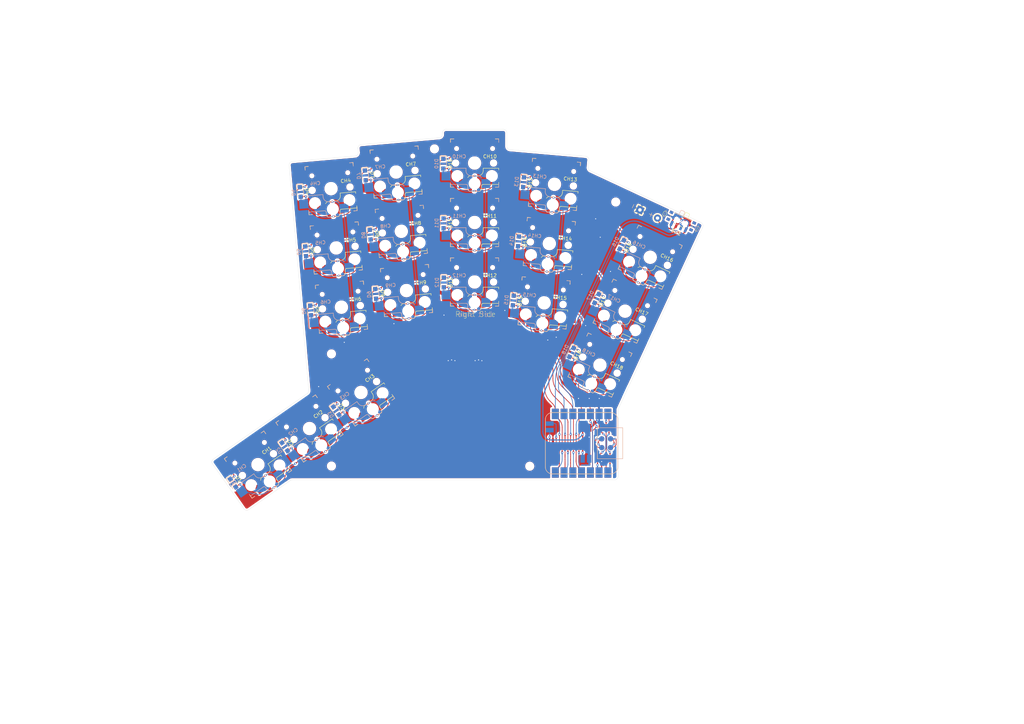
<source format=kicad_pcb>
(kicad_pcb (version 20240108) (generator "pcbnew") (generator_version "8.0")
  (layers (0 "F.Cu" signal) (31 "B.Cu" signal) (34 "B.Paste" user) (35 "F.Paste" user) (36 "B.SilkS" user "B.Silkscreen") (37 "F.SilkS" user "F.Silkscreen") (38 "B.Mask" user) (39 "F.Mask" user) (44 "Edge.Cuts" user))
  (net 0 "")
  (net 1 "Net-(D1-A)")
  (net 2 "Net-(D2-A)")
  (net 3 "Net-(D3-A)")
  (net 4 "Net-(D4-A)")
  (net 5 "Net-(D5-A)")
  (net 6 "Net-(D6-A)")
  (net 7 "Net-(D7-A)")
  (net 8 "Net-(D8-A)")
  (net 9 "Net-(D9-A)")
  (net 10 "Net-(D10-A)")
  (net 11 "Net-(D11-A)")
  (net 12 "Net-(D12-A)")
  (net 13 "Net-(D13-A)")
  (net 14 "Net-(D14-A)")
  (net 15 "Net-(D15-A)")
  (net 16 "Net-(D16-A)")
  (net 17 "Net-(D17-A)")
  (net 18 "Net-(D18-A)")
  (net 19 "Net-(D1-K)")
  (net 20 "Net-(SW1-C)")
  (net 21 "Net-(SW1-B)")
  (net 22 "unconnected-(SW1-A-Pad3)")
  (net 23 "unconnected-(U1-5V-Pad8)")
  (net 24 "unconnected-(U1-CLK-Pad20)")
  (net 25 "unconnected-(U1-P0.10-Pad18)")
  (net 26 "unconnected-(U1-GND-Pad22)")
  (net 27 "unconnected-(U1-P0.09-Pad17)")
  (net 28 "unconnected-(U1-DIO-Pad19)")
  (net 29 "unconnected-(U1-RST-Pad21)")
  (net 30 "Net-(U1-P0.05)")
  (net 31 "Net-(U1-P0.04)")
  (net 32 "Net-(U1-P1.11)")
  (net 33 "unconnected-(U1-P0.02-Pad1)")
  (net 34 "GND")
  (net 35 "Net-(U1-P0.03)")
  (net 36 "Net-(U1-P0.28)")
  (net 37 "Net-(U1-P0.29)")
  (net 38 "unconnected-(U1-P1.15-Pad11)")
  (net 39 "unconnected-(U1-3V3-Pad10)")
  (net 40 "Net-(D11-K)")
  (net 41 "Net-(D12-K)")
  (footprint "MountingHole:MountingHole_2.2mm_M2" (layer "F.Cu") (at 96.133447 135.173528)
    (property "Reference" "U5" (hide yes))
    (property "Value" "~")
  )
  (footprint "keyswitches:Kailh_socket_PG1350_reversible" (layer "F.Cu") (at 188.587941 74.617046 -25)
    (property "Reference" "CH16")
    (property "Value" "KSwitch")
  )
  (footprint "Diode_SMD:Nexperia_CFP3_SOD-123W" (layer "F.Cu") (at 128.642053 64.773384 -90)
    (property "Reference" "D11")
    (property "Value" "D")
  )
  (footprint "Diode_SMD:Nexperia_CFP3_SOD-123W" (layer "F.Cu") (at 148.877713 87.161491 -95)
    (property "Reference" "D15")
    (property "Value" "D")
  )
  (footprint "Diode_SMD:Nexperia_CFP3_SOD-123W" (layer "F.Cu") (at 150.367186 70.010541 -95)
    (property "Reference" "D14")
    (property "Value" "D")
  )
  (footprint "keyswitches:Kailh_socket_PG1350_reversible" (layer "F.Cu") (at 174.005932 105.888269 -25)
    (property "Reference" "CH18")
    (property "Value" "KSwitch")
  )
  (footprint "TestPoint:TestPoint_THTPad_2.0x2.0mm_Drill1.0mm" (layer "F.Cu") (at 185.60755 60.879624 65)
    (property "Reference" "TP1" (hide yes))
    (property "Value" "BAT-" (hide yes))
  )
  (footprint "keyswitches:Kailh_socket_PG1350_reversible" (layer "F.Cu") (at 89.767561 124.288748 -145)
    (property "Reference" "CH2")
    (property "Value" "KSwitch")
  )
  (footprint "Button_Switch_SMD:SW_SPDT_PCM12" (layer "F.Cu") (at 197.451122 64.430302 155)
    (property "Reference" "SW1")
    (property "Value" "SW_Wuerth_450301014042" (hide yes))
  )
  (footprint "Diode_SMD:Nexperia_CFP3_SOD-123W" (layer "F.Cu") (at 105.9607 50.866344 -85)
    (property "Reference" "D7")
    (property "Value" "D")
  )
  (footprint "Diode_SMD:Nexperia_CFP3_SOD-123W" (layer "F.Cu") (at 128.592043 47.483378 -90)
    (property "Reference" "D10")
    (property "Value" "D")
  )
  (footprint "Diode_SMD:Nexperia_CFP3_SOD-123W" (layer "F.Cu") (at 67.575836 140.114287 -55)
    (property "Reference" "D1")
    (property "Value" "D")
  )
  (footprint "Art:Salt" (layer "F.Cu") (at 134.900145 117.905092)
    (property "Reference" "U7" (hide yes))
    (property "Value" "~")
  )
  (footprint "Diode_SMD:Nexperia_CFP3_SOD-123W" (layer "F.Cu") (at 151.847281 52.838796 -95)
    (property "Reference" "D13")
    (property "Value" "D")
  )
  (footprint "keyswitches:Kailh_socket_PG1350_reversible" (layer "F.Cu") (at 74.816269 134.757779 -145)
    (property "Reference" "CH1")
    (property "Value" "KSwitch")
  )
  (footprint "Diode_SMD:Nexperia_CFP3_SOD-123W" (layer "F.Cu") (at 165.762581 102.220439 -115)
    (property "Reference" "D18")
    (property "Value" "D")
  )
  (footprint "keyswitches:Kailh_socket_PG1350_reversible" (layer "F.Cu") (at 181.296932 90.252665 -25)
    (property "Reference" "CH17")
    (property "Value" "KSwitch")
  )
  (footprint "Diode_SMD:Nexperia_CFP3_SOD-123W" (layer "F.Cu") (at 87.089199 55.684934 -85)
    (property "Reference" "D4")
    (property "Value" "D")
  )
  (footprint "Diode_SMD:Nexperia_CFP3_SOD-123W" (layer "F.Cu") (at 173.053577 86.584852 -115)
    (property "Reference" "D17")
    (property "Value" "D")
  )
  (footprint "keyswitches:Kailh_socket_PG1350_reversible" (layer "F.Cu") (at 116.394528 67.094613 5)
    (property "Reference" "CH8")
    (property "Value" "KSwitch")
  )
  (footprint "keyswitches:Kailh_socket_PG1350_reversible" (layer "F.Cu") (at 137.653456 47.289674)
    (property "Reference" "CH10")
    (property "Value" "KSwitch")
  )
  (footprint "keyswitches:Kailh_socket_PG1350_reversible" (layer "F.Cu") (at 99.026723 89.100976 5)
    (property "Reference" "CH6")
    (property "Value" "KSwitch")
  )
  (footprint "MountingHole:MountingHole_2.2mm_M2" (layer "F.Cu") (at 126.017626 43.184114)
    (property "Reference" "U3" (hide yes))
    (property "Value" "~")
  )
  (footprint "keyswitches:Kailh_socket_PG1350_reversible" (layer "F.Cu") (at 117.898137 84.280971 5)
    (property "Reference" "CH9")
    (property "Value" "KSwitch")
  )
  (footprint "Diode_SMD:Nexperia_CFP3_SOD-123W" (layer "F.Cu") (at 128.732053 81.943348 -90)
    (property "Reference" "D12")
    (property "Value" "D")
  )
  (footprint "Diode_SMD:Nexperia_CFP3_SOD-123W" (layer "F.Cu") (at 90.098777 90.057633 -85)
    (property "Reference" "D6")
    (property "Value" "D")
  )
  (footprint "keyswitches:Kailh_socket_PG1350_reversible" (layer "F.Cu") (at 104.718602 113.81994 -145)
    (property "Reference" "CH3")
    (property "Value" "KSwitch")
  )
  (footprint "keyswitches:Kailh_socket_PG1350_reversible" (layer "F.Cu") (at 96.019397 54.726858 5)
    (property "Reference" "CH4")
    (property "Value" "KSwitch")
  )
  (footprint "Seeed Studio XIAO Series Library:XIAO-nRF52840-Sense-14P-2.54-21X17.8MM" (layer "F.Cu") (at 168.685705 128.555718 -90)
    (property "Reference" "U1" (hide yes))
    (property "Value" "Seeeduino Xiao nRF52840" (hide yes))
  )
  (footprint "keyswitches:Kailh_socket_PG1350_reversible" (layer "F.Cu") (at 137.653434 81.793671)
    (property "Reference" "CH12")
    (property "Value" "KSwitch")
  )
  (footprint "keyswitches:Kailh_socket_PG1350_reversible" (layer "F.Cu") (at 114.890907 49.908263 5)
    (property "Reference" "CH7")
    (property "Value" "KSwitch")
  )
  (footprint "Diode_SMD:Nexperia_CFP3_SOD-123W" (layer "F.Cu") (at 82.568243 129.581253 -55)
    (property "Reference" "D2")
    (property "Value" "D")
  )
  (footprint "MountingHole:MountingHole_2.2mm_M2" (layer "F.Cu") (at 153.64762 135.224125)
    (property "Reference" "U6" (hide yes))
    (property "Value" "~")
  )
  (footprint "Diode_SMD:Nexperia_CFP3_SOD-123W" (layer "F.Cu") (at 97.498233 119.161244 -55)
    (property "Reference" "D3")
    (property "Value" "D")
  )
  (footprint "MountingHole:MountingHole_2.2mm_M2" (layer "F.Cu") (at 178.58763 58.594109)
    (property "Reference" "U4" (hide yes))
    (property "Value" "~")
  )
  (footprint "Diode_SMD:Nexperia_CFP3_SOD-123W" (layer "F.Cu") (at 180.344577 70.949219 -115)
    (property "Reference" "D16")
    (property "Value" "D")
  )
  (footprint "Diode_SMD:Nexperia_CFP3_SOD-123W" (layer "F.Cu") (at 107.37028 68.059048 -85)
    (property "Reference" "D8")
    (property "Value" "D")
  )
  (footprint "Diode_SMD:Nexperia_CFP3_SOD-123W" (layer "F.Cu") (at 88.6487 72.885891 -85)
    (property "Reference" "D5")
    (property "Value" "D")
  )
  (footprint "keyswitches:Kailh_socket_PG1350_reversible" (layer "F.Cu") (at 159.327047 70.656328 -5)
    (property "Reference" "CH14")
    (property "Value" "KSwitch")
  )
  (footprint "TestPoint:TestPoint_THTPad_D2.0mm_Drill1.0mm" (layer "F.Cu") (at 190.710064 63.258978 65)
    (property "Reference" "TP2" (hide yes))
    (property "Value" "BAT+")
  )
  (footprint "keyswitches:Kailh_socket_PG1350_reversible" (layer "F.Cu") (at 97.523148 71.91465 5)
    (property "Reference" "CH5")
    (property "Value" "KSwitch")
  )
  (footprint "keyswitches:Kailh_socket_PG1350_reversible" (layer "F.Cu") (at 137.653455 64.541675)
    (property "Reference" "CH11")
    (property "Value" "KSwitch")
  )
  (footprint "Diode_SMD:Nexperia_CFP3_SOD-123W" (layer "F.Cu") (at 108.96027 85.239049 -85)
    (property "Reference" "D9")
    (property "Value" "D")
  )
  (footprint "keyswitches:Kailh_socket_PG1350_reversible" (layer "F.Cu") (at 160.83067 53.469969 -5)
    (property "Reference" "CH13")
    (property "Value" "KSwitch")
  )
  (footprint "MountingHole:MountingHole_2.2mm_M2" (layer "F.Cu") (at 96.133446 102.640243)
    (property "Reference" "U2" (hide yes))
    (property "Value" "~")
  )
  (footprint "keyswitches:Kailh_socket_PG1350_reversible" (layer "F.Cu") (at 157.823439 87.842689 -5)
    (property "Reference" "CH15")
    (property "Value" "KSwitch")
  )
  (footprint "Diode_SMD:Nexperia_CFP3_SOD-123W" (layer "B.Cu") (at 88.6487 72.885891 -85)
    (property "Reference" "D5")
    (property "Value" "D")
  )
  (footprint "Diode_SMD:Nexperia_CFP3_SOD-123W" (layer "B.Cu") (at 82.568243 129.581253 -55)
    (property "Reference" "D2")
    (property "Value" "D")
  )
  (footprint "Diode_SMD:Nexperia_CFP3_SOD-123W" (layer "B.Cu") (at 67.575836 140.114287 -55)
    (property "Reference" "D1")
    (property "Value" "D")
  )
  (footprint "Diode_SMD:Nexperia_CFP3_SOD-123W" (layer "B.Cu") (at 128.642053 64.773384 -90)
    (property "Reference" "D11")
    (property "Value" "D")
  )
  (footprint "Diode_SMD:Nexperia_CFP3_SOD-123W" (layer "B.Cu") (at 128.732053 81.943348 -90)
    (property "Reference" "D12")
    (property "Value" "D")
  )
  (footprint "Seeed Studio XIAO Series Library:XIAO-nRF52840-Sense-14P-2.54-21X17.8MM" (layer "B.Cu") (at 168.685719 128.561144 90)
    (property "Reference" "U1" (hide yes))
    (property "Value" "Seeeduino Xiao nRF52840" (hide yes))
  )
  (footprint "Diode_SMD:Nexperia_CFP3_SOD-123W" (layer "B.Cu") (at 107.37028 68.059048 -85)
    (property "Reference" "D8")
    (property "Value" "D")
  )
  (footprint "Button_Switch_SMD:SW_SPDT_PCM12" (layer "B.Cu") (at 197.451122 64.430302 -25)
    (property "Reference" "SW1")
    (property "Value" "SW_Wuerth_450301014042" (hide yes))
  )
  (footprint "Diode_SMD:Nexperia_CFP3_SOD-123W" (layer "B.Cu") (at 180.344577 70.949219 -115)
    (property "Reference" "D16")
    (property "Value" "D")
  )
  (footprint "Diode_SMD:Nexperia_CFP3_SOD-123W" (layer "B.Cu") (at 90.098777 90.057633 -85)
    (property "Reference" "D6")
    (property "Value" "D")
  )
  (footprint "Diode_SMD:Nexperia_CFP3_SOD-123W" (layer "B.Cu") (at 128.592043 47.483378 -90)
    (property "Reference" "D10")
    (property "Value" "D")
  )
  (footprint "Diode_SMD:Nexperia_CFP3_SOD-123W" (layer "B.Cu") (at 150.367186 70.010541 -95)
    (property "Reference" "D14")
    (property "Value" "D")
  )
  (footprint "Diode_SMD:Nexperia_CFP3_SOD-123W" (layer "B.Cu") (at 165.762581 102.220439 -115)
    (property "Reference" "D18")
    (property "Value" "D")
  )
  (footprint "Diode_SMD:Nexperia_CFP3_SOD-123W" (layer "B.Cu") (at 151.847281 52.838796 -95)
    (property "Reference" "D13")
    (property "Value" "D")
  )
  (footprint "Diode_SMD:Nexperia_CFP3_SOD-123W" (layer "B.Cu") (at 148.877713 87.161491 -95)
    (property "Reference" "D15")
    (property "Value" "D")
  )
  (footprint "Diode_SMD:Nexperia_CFP3_SOD-123W" (layer "B.Cu") (at 87.089199 55.684934 -85)
    (property "Reference" "D4")
    (property "Value" "D")
  )
  (footprint "Diode_SMD:Nexperia_CFP3_SOD-123W" (layer "B.Cu") (at 97.498233 119.161244 -55)
    (property "Reference" "D3")
    (property "Value" "D")
  )
  (footprint "Diode_SMD:Nexperia_CFP3_SOD-123W" (layer "B.Cu") (at 105.9607 50.866344 -85)
    (property "Reference" "D7")
    (property "Value" "D")
  )
  (footprint "Art:Salt" (layer "B.Cu") (at 134.878074 117.903338 180)
    (property "Reference" "U7" (hide yes))
    (property "Value" "~")
  )
  (footprint "Diode_SMD:Nexperia_CFP3_SOD-123W" (layer "B.Cu") (at 108.96027 85.239049 -85)
    (property "Reference" "D9")
    (property "Value" "D")
  )
  (footprint "Diode_SMD:Nexperia_CFP3_SOD-123W" (layer "B.Cu") (at 173.053577 86.584852 -115)
    (property "Reference" "D17")
    (property "Value" "D")
  )
  (gr_line (start 127.417132 39.952934) (end 104.7192 41.938486) (stroke (width 0.05)) (layer "Edge.Cuts"))
  (gr_line (start 169.896736 45.343309) (end 147.904074 43.417164) (stroke (width 0.05)) (layer "Edge.Cuts"))
  (gr_arc (start 179.267172 138.179818) (mid 178.974253 138.886873) (end 178.267173 139.179801) (stroke (width 0.05)) (layer "Edge.Cuts"))
  (gr_line (start 128.33132 38.519401) (end 128.33132 38.537225) (stroke (width 0.05)) (layer "Edge.Cuts"))
  (gr_arc (start 72.149761 147.817873) (mid 71.402297 147.984011) (end 70.756436 147.572712) (stroke (width 0.05)) (layer "Edge.Cuts"))
  (gr_line (start 145.995072 37.5194) (end 129.331321 37.519401) (stroke (width 0.05)) (layer "Edge.Cuts"))
  (gr_arc (start 203.322792 64.536899) (mid 203.83959 65.100342) (end 203.807256 65.864198) (stroke (width 0.05)) (layer "Edge.Cuts"))
  (gr_arc (start 179.267482 118.959488) (mid 179.291003 118.743942) (end 179.360414 118.538524) (stroke (width 0.05)) (layer "Edge.Cuts"))
  (gr_arc (start 145.995072 37.5194) (mid 146.702167 37.812304) (end 146.99507 38.519402) (stroke (width 0.05)) (layer "Edge.Cuts"))
  (gr_line (start 61.63772 134.549835) (end 70.756436 147.572712) (stroke (width 0.05)) (layer "Edge.Cuts"))
  (gr_line (start 203.807256 65.864198) (end 179.360414 118.538524) (stroke (width 0.05)) (layer "Edge.Cuts"))
  (gr_line (start 103.002463 45.258479) (end 84.766213 46.856054) (stroke (width 0.05)) (layer "Edge.Cuts"))
  (gr_arc (start 89.574051 113.209217) (mid 89.483884 113.71956) (end 89.150388 114.116257) (stroke (width 0.05)) (layer "Edge.Cuts"))
  (gr_arc (start 84.208685 139.36106) (mid 84.481803 139.226172) (end 84.78286 139.179795) (stroke (width 0.05)) (layer "Edge.Cuts"))
  (gr_line (start 203.322792 64.536899) (end 171.192206 49.554709) (stroke (width 0.05)) (layer "Edge.Cuts"))
  (gr_line (start 178.267173 139.179801) (end 84.78286 139.179795) (stroke (width 0.05)) (layer "Edge.Cuts"))
  (gr_line (start 83.857296 47.93949) (end 89.574051 113.209217) (stroke (width 0.05)) (layer "Edge.Cuts"))
  (gr_line (start 128.33132 38.537225) (end 128.329978 38.95991) (stroke (width 0.05)) (layer "Edge.Cuts"))
  (gr_line (start 170.805672 46.4268) (end 170.618628 48.561093) (stroke (width 0.05)) (layer "Edge.Cuts"))
  (gr_arc (start 61.63772 134.549835) (mid 61.47217 133.801975) (end 61.884347 133.156375) (stroke (width 0.05)) (layer "Edge.Cuts"))
  (gr_line (start 146.99507 38.519402) (end 146.991319 42.420978) (stroke (width 0.05)) (layer "Edge.Cuts"))
  (gr_line (start 103.810181 43.022224) (end 103.91147 44.174737) (stroke (width 0.05)) (layer "Edge.Cuts"))
  (gr_arc (start 147.904074 43.417164) (mid 147.253981 43.096547) (end 146.991319 42.420978) (stroke (width 0.05)) (layer "Edge.Cuts"))
  (gr_line (start 72.149761 147.817873) (end 84.208685 139.36106) (stroke (width 0.05)) (layer "Edge.Cuts"))
  (gr_line (start 179.267172 138.179818) (end 179.267482 118.959488) (stroke (width 0.05)) (layer "Edge.Cuts"))
  (gr_line (start 61.884347 133.156375) (end 89.150388 114.116257) (stroke (width 0.05)) (layer "Edge.Cuts"))
  (gr_arc (start 128.329978 38.95991) (mid 128.066189 39.633504) (end 127.417132 39.952934) (stroke (width 0.05)) (layer "Edge.Cuts"))
  (gr_arc (start 103.810181 43.022224) (mid 104.04016 42.292002) (end 104.7192 41.938486) (stroke (width 0.05)) (layer "Edge.Cuts"))
  (gr_arc (start 169.896736 45.343309) (mid 170.575632 45.696798) (end 170.805672 46.4268) (stroke (width 0.05)) (layer "Edge.Cuts"))
  (gr_arc (start 171.192206 49.554709) (mid 170.748723 49.148344) (end 170.618628 48.561093) (stroke (width 0.05)) (layer "Edge.Cuts"))
  (gr_arc (start 103.91147 44.174737) (mid 103.681466 44.904906) (end 103.002463 45.258479) (stroke (width 0.05)) (layer "Edge.Cuts"))
  (gr_arc (start 128.33132 38.519401) (mid 128.624216 37.81231) (end 129.331321 37.519401) (stroke (width 0.05)) (layer "Edge.Cuts"))
  (gr_arc (start 83.857296 47.93949) (mid 84.087377 47.209541) (end 84.766213 46.856054) (stroke (width 0.05)) (layer "Edge.Cuts"))
  (gr_text "Left Side" (at 142.95 92.02 0) (layer "B.SilkS") (effects (font (size 1.5 1.5) (thickness 0.1)) (justify left bottom mirror)))
  (gr_text "+" (at 187.72 62.85 245) (layer "B.SilkS") (effects (font (size 1.5 1.5) (thickness 0.1)) (justify left bottom mirror)))
  (gr_text "|" (at 193.23 62.91 -25) (layer "B.SilkS") (effects (font (size 1.5 1.5) (thickness 0.1)) (justify left bottom mirror)))
  (gr_text "-" (at 184.71 59.25 65) (layer "B.SilkS") (effects (font (size 1.5 1.5) (thickness 0.1)) (justify left bottom mirror)))
  (gr_text "O" (at 202.59 67.55 -25) (layer "B.SilkS") (effects (font (size 1.5 1.5) (thickness 0.1)) (justify left bottom mirror)))
  (gr_text "Right Side" (at 131.98 92.01 0) (layer "F.SilkS") (effects (font (size 1.5 1.5) (thickness 0.1)) (justify left bottom)))
  (gr_text "|" (at 203.22 66.02 155) (layer "F.SilkS") (effects (font (size 1.5 1.5) (thickness 0.1)) (justify left bottom)))
  (gr_text "+" (at 189.1 63.49 65) (layer "F.SilkS") (effects (font (size 1.5 1.5) (thickness 0.1)) (justify left bottom)))
  (gr_text "-" (at 183.89 61.02 65) (layer "F.SilkS") (effects (font (size 1.5 1.5) (thickness 0.1)) (justify left bottom)))
  (gr_text "O" (at 193.997091 61.44393 155) (layer "F.SilkS") (effects (font (size 1.5 1.5) (thickness 0.1)) (justify left bottom)))
  (segment (start 69.608081 140.405326) (end 69.605245 140.404828) (width 0.2) (layer "F.Cu") (net 1))
  (segment (start 83.016573 137.218059) (end 83.745644 133.083256) (width 0.2) (layer "F.Cu") (net 1))
  (segment (start 69.600067 140.405979) (end 68.378843 141.261095) (width 0.2) (layer "F.Cu") (net 1))
  (segment (start 79.454552 141.409158) (end 81.06488 140.281601) (width 0.2) (layer "F.Cu") (net 1))
  (via (at 69.608081 140.405326) (size 0.6) (drill 0.3) (layers "F.Cu" "B.Cu") (net 1))
  (via (at 79.454552 141.409158) (size 0.6) (drill 0.3) (layers "F.Cu" "B.Cu") (net 1))
  (arc (start 69.600067 140.405979) (mid 69.602552 140.404881) (end 69.605245 140.404828) (width 0.2) (layer "F.Cu") (net 1))
  (arc (start 83.016573 137.218059) (mid 82.34542 138.943939) (end 81.06488 140.281601) (width 0.2) (layer "F.Cu") (net 1))
  (segment (start 69.68148 142.486504) (end 70.695897 142.665384) (width 0.2) (layer "B.Cu") (net 1))
  (segment (start 74.338852 143.307727) (end 70.695897 142.665384) (width 0.2) (layer "B.Cu") (net 1))
  (segment (start 70.283162 142.040157) (end 70.278124 142.068734) (width 0.2) (layer "B.Cu") (net 1))
  (segment (start 68.878853 141.975178) (end 68.378843 141.261095) (width 0.2) (layer "B.Cu") (net 1))
  (segment (start 69.608081 140.405326) (end 70.065565 141.058701) (width 0.2) (layer "B.Cu") (net 1))
  (segment (start 79.454552 141.409158) (end 77.857006 142.52777) (width 0.2) (layer "B.Cu") (net 1))
  (arc (start 70.283162 142.040157) (mid 70.271973 141.527789) (end 70.065565 141.058701) (width 0.2) (layer "B.Cu") (net 1))
  (arc (start 74.338852 143.307727) (mid 76.175512 143.26765) (end 77.857006 142.52777) (width 0.2) (layer "B.Cu") (net 1))
  (arc (start 70.278124 142.068734) (mid 70.066322 142.401198) (end 69.68148 142.486504) (width 0.2) (layer "B.Cu") (net 1))
  (arc (start 70.278124 142.068734) (mid 70.363433 142.453575) (end 70.695897 142.665384) (width 0.2) (layer "B.Cu") (net 1))
  (arc (start 69.68148 142.486504) (mid 69.229303 142.310664) (end 68.878853 141.975178) (width 0.2) (layer "B.Cu") (net 1))
  (segment (start 97.966326 126.757829) (end 98.696956 122.61423) (width 0.2) (layer "F.Cu") (net 2))
  (segment (start 96.023488 129.807469) (end 94.420475 130.92992) (width 0.2) (layer "F.Cu") (net 2))
  (segment (start 84.546544 129.9069) (end 84.548581 129.907256) (width 0.2) (layer "F.Cu") (net 2))
  (segment (start 84.542803 129.907724) (end 83.371239 130.728056) (width 0.2) (layer "F.Cu") (net 2))
  (via (at 84.548581 129.907256) (size 0.6) (drill 0.3) (layers "F.Cu" "B.Cu") (net 2))
  (via (at 94.420475 130.92992) (size 0.6) (drill 0.3) (layers "F.Cu" "B.Cu") (net 2))
  (arc (start 96.023488 129.807469) (mid 97.298214 128.475877) (end 97.966326 126.757829) (width 0.2) (layer "F.Cu") (net 2))
  (arc (start 84.542803 129.907724) (mid 84.5446 129.906945) (end 84.546544 129.9069) (width 0.2) (layer "F.Cu") (net 2))
  (segment (start 94.420475 130.92992) (end 92.815632 132.053646) (width 0.2) (layer "B.Cu") (net 2))
  (segment (start 83.956713 131.564201) (end 83.371239 130.728056) (width 0.2) (layer "B.Cu") (net 2))
  (segment (start 85.598185 132.187713) (end 84.681799 132.026119) (width 0.2) (layer "B.Cu") (net 2))
  (segment (start 85.235417 131.565681) (end 85.220778 131.648712) (width 0.2) (layer "B.Cu") (net 2))
  (segment (start 85.598185 132.187713) (end 89.281397 132.837159) (width 0.2) (layer "B.Cu") (net 2))
  (segment (start 84.548581 129.907256) (end 85.015635 130.574266) (width 0.2) (layer "B.Cu") (net 2))
  (arc (start 83.956713 131.564201) (mid 84.273307 131.867273) (end 84.681799 132.026119) (width 0.2) (layer "B.Cu") (net 2))
  (arc (start 92.815632 132.053646) (mid 91.126435 132.796904) (end 89.281397 132.837159) (width 0.2) (layer "B.Cu") (net 2))
  (arc (start 85.235417 131.565681) (mid 85.224136 131.048111) (end 85.015635 130.574266) (width 0.2) (layer "B.Cu") (net 2))
  (arc (start 85.220778 131.648712) (mid 85.029455 131.949045) (end 84.681799 132.026119) (width 0.2) (layer "B.Cu") (net 2))
  (arc (start 85.598185 132.187713) (mid 85.297854 131.996377) (end 85.220778 131.648712) (width 0.2) (layer "B.Cu") (net 2))
  (segment (start 112.912636 116.315921) (end 113.648004 112.145412) (width 0.2) (layer "F.Cu") (net 3))
  (segment (start 109.365089 120.490002) (end 110.968864 119.367016) (width 0.2) (layer "F.Cu") (net 3))
  (segment (start 99.515323 119.464055) (end 99.511835 119.463441) (width 0.2) (layer "F.Cu") (net 3))
  (segment (start 99.505459 119.464856) (end 98.301248 120.308047) (width 0.2) (layer "F.Cu") (net 3))
  (via (at 99.515323 119.464055) (size 0.6) (drill 0.3) (layers "F.Cu" "B.Cu") (net 3))
  (via (at 109.365089 120.490002) (size 0.6) (drill 0.3) (layers "F.Cu" "B.Cu") (net 3))
  (arc (start 99.511835 119.463441) (mid 99.508509 119.463505) (end 99.505459 119.464856) (width 0.2) (layer "F.Cu") (net 3))
  (arc (start 112.912636 116.315921) (mid 112.244194 118.034795) (end 110.968864 119.367016) (width 0.2) (layer "F.Cu") (net 3))
  (segment (start 100.186238 121.098144) (end 100.177387 121.148384) (width 0.2) (layer "B.Cu") (net 3))
  (segment (start 99.515323 119.464055) (end 99.966966 120.109076) (width 0.2) (layer "B.Cu") (net 3))
  (segment (start 100.580736 121.724438) (end 99.601319 121.551739) (width 0.2) (layer "B.Cu") (net 3))
  (segment (start 98.826407 121.05806) (end 98.301248 120.308047) (width 0.2) (layer "B.Cu") (net 3))
  (segment (start 100.580736 121.724438) (end 104.28087 122.376874) (width 0.2) (layer "B.Cu") (net 3))
  (segment (start 109.365089 120.490002) (end 107.777377 121.601728) (width 0.2) (layer "B.Cu") (net 3))
  (arc (start 100.580736 121.724438) (mid 100.259746 121.519952) (end 100.177387 121.148384) (width 0.2) (layer "B.Cu") (net 3))
  (arc (start 99.966966 120.109076) (mid 100.174979 120.581805) (end 100.186238 121.098144) (width 0.2) (layer "B.Cu") (net 3))
  (arc (start 98.826407 121.05806) (mid 99.164758 121.381977) (end 99.601319 121.551739) (width 0.2) (layer "B.Cu") (net 3))
  (arc (start 100.177387 121.148384) (mid 99.97288 121.469368) (end 99.601319 121.551739) (width 0.2) (layer "B.Cu") (net 3))
  (arc (start 104.28087 122.376874) (mid 106.106214 122.337055) (end 107.777377 121.601728) (width 0.2) (layer "B.Cu") (net 3))
  (segment (start 101.894213 60.95377) (end 104.589749 57.74137) (width 0.2) (layer "F.Cu") (net 4))
  (segment (start 96.731029 62.796244) (end 98.682901 62.625476) (width 0.2) (layer "F.Cu") (net 4))
  (segment (start 88.683139 56.950838) (end 87.211212 57.079622) (width 0.2) (layer "F.Cu") (net 4))
  (segment (start 88.691329 56.954714) (end 88.688843 56.952632) (width 0.2) (layer "F.Cu") (net 4))
  (via (at 96.731029 62.796244) (size 0.6) (drill 0.3) (layers "F.Cu" "B.Cu") (net 4))
  (via (at 88.691329 56.954714) (size 0.6) (drill 0.3) (layers "F.Cu" "B.Cu") (net 4))
  (arc (start 88.683139 56.950838) (mid 88.686167 56.951174) (end 88.688843 56.952632) (width 0.2) (layer "F.Cu") (net 4))
  (arc (start 101.894213 60.95377) (mid 100.454815 62.109001) (end 98.682901 62.625476) (width 0.2) (layer "F.Cu") (net 4))
  (segment (start 88.457537 58.760941) (end 88.423027 58.802062) (width 0.2) (layer "B.Cu") (net 4))
  (segment (start 88.484454 59.504105) (end 87.720989 58.863479) (width 0.2) (layer "B.Cu") (net 4))
  (segment (start 88.764243 57.788185) (end 88.691329 56.954714) (width 0.2) (layer "B.Cu") (net 4))
  (segment (start 87.295832 58.046769) (end 87.211212 57.079622) (width 0.2) (layer "B.Cu") (net 4))
  (segment (start 96.731029 62.796244) (end 94.773541 62.967496) (width 0.2) (layer "B.Cu") (net 4))
  (segment (start 88.484454 59.504105) (end 91.310807 61.875694) (width 0.2) (layer "B.Cu") (net 4))
  (arc (start 91.310807 61.875694) (mid 92.93359 62.76599) (end 94.773541 62.967496) (width 0.2) (layer "B.Cu") (net 4))
  (arc (start 87.720989 58.863479) (mid 88.084735 58.978173) (end 88.423027 58.802062) (width 0.2) (layer "B.Cu") (net 4))
  (arc (start 88.764243 57.788185) (mid 88.707635 58.305067) (end 88.457537 58.760941) (width 0.2) (layer "B.Cu") (net 4))
  (arc (start 88.484454 59.504105) (mid 88.308344 59.165807) (end 88.423027 58.802062) (width 0.2) (layer "B.Cu") (net 4))
  (arc (start 87.295832 58.046769) (mid 87.427184 58.497404) (end 87.720989 58.863479) (width 0.2) (layer "B.Cu") (net 4))
  (segment (start 90.200797 74.155447) (end 88.770704 74.280546) (width 0.2) (layer "F.Cu") (net 5))
  (segment (start 98.24618 79.999647) (end 100.184824 79.83004) (width 0.2) (layer "F.Cu") (net 5))
  (segment (start 103.374374 78.169663) (end 106.093482 74.929149) (width 0.2) (layer "F.Cu") (net 5))
  (segment (start 90.206473 74.158114) (end 90.204754 74.156676) (width 0.2) (layer "F.Cu") (net 5))
  (via (at 98.24618 79.999647) (size 0.6) (drill 0.3) (layers "F.Cu" "B.Cu") (net 5))
  (via (at 90.206473 74.158114) (size 0.6) (drill 0.3) (layers "F.Cu" "B.Cu") (net 5))
  (arc (start 103.374374 78.169663) (mid 101.94474 79.317068) (end 100.184824 79.83004) (width 0.2) (layer "F.Cu") (net 5))
  (arc (start 90.200797 74.155447) (mid 90.202901 74.155666) (end 90.204754 74.156676) (width 0.2) (layer "F.Cu") (net 5))
  (segment (start 96.291951 80.170618) (end 98.24618 79.999647) (width 0.2) (layer "B.Cu") (net 5))
  (segment (start 89.254195 76.075996) (end 89.958742 76.667172) (width 0.2) (layer "B.Cu") (net 5))
  (segment (start 89.965829 75.943324) (end 89.902068 76.019313) (width 0.2) (layer "B.Cu") (net 5))
  (segment (start 90.276462 74.958127) (end 90.206473 74.158114) (width 0.2) (layer "B.Cu") (net 5))
  (segment (start 88.861847 75.322305) (end 88.770704 74.280546) (width 0.2) (layer "B.Cu") (net 5))
  (segment (start 92.834991 79.080647) (end 89.958742 76.667172) (width 0.2) (layer "B.Cu") (net 5))
  (arc (start 89.254195 76.075996) (mid 89.589865 76.181834) (end 89.902068 76.019313) (width 0.2) (layer "B.Cu") (net 5))
  (arc (start 89.958742 76.667172) (mid 89.79622 76.354991) (end 89.902068 76.019313) (width 0.2) (layer "B.Cu") (net 5))
  (arc (start 96.291951 80.170618) (mid 94.455066 79.969451) (end 92.834991 79.080647) (width 0.2) (layer "B.Cu") (net 5))
  (arc (start 89.254195 76.075996) (mid 88.983063 75.738171) (end 88.861847 75.322305) (width 0.2) (layer "B.Cu") (net 5))
  (arc (start 90.276462 74.958127) (mid 90.219129 75.481609) (end 89.965829 75.943324) (width 0.2) (layer "B.Cu") (net 5))
  (segment (start 104.890012 95.341618) (end 107.597051 92.115486) (width 0.2) (layer "F.Cu") (net 6))
  (segment (start 91.698199 91.323431) (end 91.697978 91.323259) (width 0.2) (layer "F.Cu") (net 6))
  (segment (start 91.697499 91.323109) (end 90.220798 91.452312) (width 0.2) (layer "F.Cu") (net 6))
  (segment (start 101.674293 97.015629) (end 99.719732 97.186621) (width 0.2) (layer "F.Cu") (net 6))
  (via (at 91.698199 91.323431) (size 0.6) (drill 0.3) (layers "F.Cu" "B.Cu") (net 6))
  (via (at 99.719732 97.186621) (size 0.6) (drill 0.3) (layers "F.Cu" "B.Cu") (net 6))
  (arc (start 101.674293 97.015629) (mid 103.448642 96.498445) (end 104.890012 95.341618) (width 0.2) (layer "F.Cu") (net 6))
  (arc (start 91.697499 91.323109) (mid 91.69776 91.323141) (end 91.697978 91.323259) (width 0.2) (layer "F.Cu") (net 6))
  (segment (start 91.698199 91.323431) (end 91.771587 92.162285) (width 0.2) (layer "B.Cu") (net 6))
  (segment (start 99.719732 97.186621) (end 97.779454 97.356383) (width 0.2) (layer "B.Cu") (net 6))
  (segment (start 91.46487 93.135053) (end 91.429284 93.177471) (width 0.2) (layer "B.Cu") (net 6))
  (segment (start 90.729597 93.238689) (end 91.490492 93.877142) (width 0.2) (layer "B.Cu") (net 6))
  (segment (start 91.490492 93.877142) (end 94.347159 96.274183) (width 0.2) (layer "B.Cu") (net 6))
  (segment (start 90.305866 92.424705) (end 90.220798 91.452312) (width 0.2) (layer "B.Cu") (net 6))
  (arc (start 97.779454 97.356383) (mid 95.955675 97.156647) (end 94.347159 96.274183) (width 0.2) (layer "B.Cu") (net 6))
  (arc (start 90.729597 93.238689) (mid 91.092122 93.352987) (end 91.429284 93.177471) (width 0.2) (layer "B.Cu") (net 6))
  (arc (start 91.490492 93.877142) (mid 91.314975 93.539982) (end 91.429284 93.177471) (width 0.2) (layer "B.Cu") (net 6))
  (arc (start 90.729597 93.238689) (mid 90.436772 92.873838) (end 90.305866 92.424705) (width 0.2) (layer "B.Cu") (net 6))
  (arc (start 91.46487 93.135053) (mid 91.714981 92.679173) (end 91.771587 92.162285) (width 0.2) (layer "B.Cu") (net 6))
  (segment (start 120.727272 56.181007) (end 123.461247 52.922781) (width 0.2) (layer "F.Cu") (net 7))
  (segment (start 117.578104 57.820364) (end 115.664005 57.987825) (width 0.2) (layer "F.Cu") (net 7))
  (segment (start 107.543687 52.143273) (end 107.554547 52.152395) (width 0.2) (layer "F.Cu") (net 7))
  (segment (start 107.518683 52.135394) (end 106.08273 52.261027) (width 0.2) (layer "F.Cu") (net 7))
  (via (at 107.554547 52.152395) (size 0.6) (drill 0.3) (layers "F.Cu" "B.Cu") (net 7))
  (via (at 115.664005 57.987825) (size 0.6) (drill 0.3) (layers "F.Cu" "B.Cu") (net 7))
  (arc (start 117.578104 57.820364) (mid 119.315734 57.313894) (end 120.727272 56.181007) (width 0.2) (layer "F.Cu") (net 7))
  (arc (start 107.543687 52.143273) (mid 107.531966 52.136844) (end 107.518683 52.135394) (width 0.2) (layer "F.Cu") (net 7))
  (segment (start 107.627559 52.986883) (end 107.554547 52.152395) (width 0.2) (layer "B.Cu") (net 7))
  (segment (start 107.294531 53.983482) (end 107.32465 53.947588) (width 0.2) (layer "B.Cu") (net 7))
  (segment (start 115.664005 57.987825) (end 113.684179 58.161042) (width 0.2) (layer "B.Cu") (net 7))
  (segment (start 106.592505 54.044895) (end 107.355958 54.685518) (width 0.2) (layer "B.Cu") (net 7))
  (segment (start 107.355958 54.685518) (end 110.181925 57.056783) (width 0.2) (layer "B.Cu") (net 7))
  (segment (start 106.167347 53.228179) (end 106.08273 52.261027) (width 0.2) (layer "B.Cu") (net 7))
  (arc (start 113.684179 58.161042) (mid 111.823228 57.957235) (end 110.181925 57.056783) (width 0.2) (layer "B.Cu") (net 7))
  (arc (start 107.627559 52.986883) (mid 107.571652 53.497358) (end 107.32465 53.947588) (width 0.2) (layer "B.Cu") (net 7))
  (arc (start 106.592505 54.044895) (mid 106.956241 54.159579) (end 107.294531 53.983482) (width 0.2) (layer "B.Cu") (net 7))
  (arc (start 106.592505 54.044895) (mid 106.298691 53.678815) (end 106.167347 53.228179) (width 0.2) (layer "B.Cu") (net 7))
  (arc (start 107.355958 54.685518) (mid 107.179857 54.347212) (end 107.294531 53.983482) (width 0.2) (layer "B.Cu") (net 7))
  (segment (start 117.106787 75.167447) (end 119.056755 74.996851) (width 0.2) (layer "F.Cu") (net 8))
  (segment (start 122.264933 73.326775) (end 124.964865 70.109123) (width 0.2) (layer "F.Cu") (net 8))
  (segment (start 109.005337 69.321353) (end 107.492297 69.453722) (width 0.2) (layer "F.Cu") (net 8))
  (segment (start 109.058866 69.346727) (end 109.042644 69.333111) (width 0.2) (layer "F.Cu") (net 8))
  (via (at 117.106787 75.167447) (size 0.6) (drill 0.3) (layers "F.Cu" "B.Cu") (net 8))
  (via (at 109.058866 69.346727) (size 0.6) (drill 0.3) (layers "F.Cu" "B.Cu") (net 8))
  (arc (start 122.264933 73.326775) (mid 120.826952 74.480883) (end 119.056755 74.996851) (width 0.2) (layer "F.Cu") (net 8))
  (arc (start 109.005337 69.321353) (mid 109.025154 69.323529) (end 109.042644 69.333111) (width 0.2) (layer "F.Cu") (net 8))
  (segment (start 107.563061 70.26246) (end 107.492297 69.453722) (width 0.2) (layer "B.Cu") (net 8))
  (segment (start 109.13117 70.173231) (end 109.058866 69.346727) (width 0.2) (layer "B.Cu") (net 8))
  (segment (start 117.106787 75.167447) (end 115.15088 75.33857) (width 0.2) (layer "B.Cu") (net 8))
  (segment (start 108.06023 71.201132) (end 108.895465 71.901983) (width 0.2) (layer "B.Cu") (net 8))
  (segment (start 108.06023 71.201132) (end 108.045071 71.188407) (width 0.2) (layer "B.Cu") (net 8))
  (segment (start 111.690946 74.247653) (end 108.895465 71.901983) (width 0.2) (layer "B.Cu") (net 8))
  (arc (start 109.13117 70.173231) (mid 109.075269 70.683714) (end 108.828261 71.133943) (width 0.2) (layer "B.Cu") (net 8))
  (arc (start 108.828261 71.133943) (mid 108.702802 71.531879) (end 108.895465 71.901983) (width 0.2) (layer "B.Cu") (net 8))
  (arc (start 111.690946 74.247653) (mid 113.312405 75.137233) (end 115.15088 75.33857) (width 0.2) (layer "B.Cu") (net 8))
  (arc (start 108.045071 71.188407) (mid 107.71197 70.773379) (end 107.563061 70.26246) (width 0.2) (layer "B.Cu") (net 8))
  (arc (start 108.828261 71.133943) (mid 108.45816 71.326606) (end 108.06023 71.201132) (width 0.2) (layer "B.Cu") (net 8))
  (segment (start 123.7678 90.514026) (end 126.468475 87.295482) (width 0.2) (layer "F.Cu") (net 9))
  (segment (start 110.56816 86.502097) (end 110.569644 86.500338) (width 0.2) (layer "F.Cu") (net 9))
  (segment (start 110.564375 86.504066) (end 109.0823 86.633728) (width 0.2) (layer "F.Cu") (net 9))
  (segment (start 120.566192 92.180684) (end 118.620206 92.350941) (width 0.2) (layer "F.Cu") (net 9))
  (via (at 110.569644 86.500338) (size 0.6) (drill 0.3) (layers "F.Cu" "B.Cu") (net 9))
  (via (at 118.620206 92.350941) (size 0.6) (drill 0.3) (layers "F.Cu" "B.Cu") (net 9))
  (arc (start 110.56816 86.502097) (mid 110.566465 86.503459) (end 110.564375 86.504066) (width 0.2) (layer "F.Cu") (net 9))
  (arc (start 123.7678 90.514026) (mid 122.332749 91.665777) (end 120.566192 92.180684) (width 0.2) (layer "F.Cu") (net 9))
  (segment (start 110.367308 89.061687) (end 113.187746 91.428317) (width 0.2) (layer "B.Cu") (net 9))
  (segment (start 110.305222 88.352057) (end 110.336419 88.314872) (width 0.2) (layer "B.Cu") (net 9))
  (segment (start 118.620206 92.350941) (end 116.658307 92.522584) (width 0.2) (layer "B.Cu") (net 9))
  (segment (start 110.569644 86.500338) (end 110.643255 87.341714) (width 0.2) (layer "B.Cu") (net 9))
  (segment (start 109.16584 87.588596) (end 109.0823 86.633728) (width 0.2) (layer "B.Cu") (net 9))
  (segment (start 109.595608 88.414141) (end 110.367308 89.061687) (width 0.2) (layer "B.Cu") (net 9))
  (arc (start 116.658307 92.522584) (mid 114.814191 92.320622) (end 113.187746 91.428317) (width 0.2) (layer "B.Cu") (net 9))
  (arc (start 109.595608 88.414141) (mid 109.963266 88.530067) (end 110.305222 88.352057) (width 0.2) (layer "B.Cu") (net 9))
  (arc (start 109.595608 88.414141) (mid 109.298619 88.044105) (end 109.16584 87.588596) (width 0.2) (layer "B.Cu") (net 9))
  (arc (start 110.643255 87.341714) (mid 110.586631 87.858815) (end 110.336419 88.314872) (width 0.2) (layer "B.Cu") (net 9))
  (arc (start 110.367308 89.061687) (mid 110.189303 88.719727) (end 110.305222 88.352057) (width 0.2) (layer "B.Cu") (net 9))
  (segment (start 137.597627 55.404113) (end 139.580819 55.404123) (width 0.2) (layer "F.Cu") (net 10))
  (segment (start 130.152256 48.888732) (end 130.157623 48.894115) (width 0.2) (layer "F.Cu") (net 10))
  (segment (start 142.966329 54.001793) (end 145.928445 51.039673) (width 0.2) (layer "F.Cu") (net 10))
  (segment (start 130.13928 48.883365) (end 128.592038 48.883382) (width 0.2) (layer "F.Cu") (net 10))
  (via (at 130.157623 48.894115) (size 0.6) (drill 0.3) (layers "F.Cu" "B.Cu") (net 10))
  (via (at 137.597627 55.404113) (size 0.6) (drill 0.3) (layers "F.Cu" "B.Cu") (net 10))
  (arc (start 130.152256 48.888732) (mid 130.146298 48.884756) (end 130.13928 48.883365) (width 0.2) (layer "F.Cu") (net 10))
  (arc (start 142.966329 54.001793) (mid 141.41304 55.039662) (end 139.580819 55.404123) (width 0.2) (layer "F.Cu") (net 10))
  (segment (start 128.592042 49.697186) (end 128.592038 48.883382) (width 0.2) (layer "B.Cu") (net 10))
  (segment (start 128.988868 50.65008) (end 129.768041 51.429248) (width 0.2) (layer "B.Cu") (net 10))
  (segment (start 132.380043 54.041264) (end 129.768041 51.429248) (width 0.2) (layer "B.Cu") (net 10))
  (segment (start 135.670263 55.404112) (end 137.597627 55.404113) (width 0.2) (layer "B.Cu") (net 10))
  (segment (start 128.985254 50.646459) (end 128.988868 50.65008) (width 0.2) (layer "B.Cu") (net 10))
  (segment (start 130.157628 49.709523) (end 130.157623 48.894115) (width 0.2) (layer "B.Cu") (net 10))
  (arc (start 129.768038 50.650075) (mid 129.378445 50.811444) (end 128.988868 50.65008) (width 0.2) (layer "B.Cu") (net 10))
  (arc (start 128.985254 50.646459) (mid 128.694232 50.210929) (end 128.592042 49.697186) (width 0.2) (layer "B.Cu") (net 10))
  (arc (start 135.670263 55.404112) (mid 133.889607 55.049922) (end 132.380043 54.041264) (width 0.2) (layer "B.Cu") (net 10))
  (arc (start 129.768038 50.650075) (mid 129.606662 51.039663) (end 129.768041 51.429248) (width 0.2) (layer "B.Cu") (net 10))
  (arc (start 129.768038 50.650075) (mid 130.056376 50.218539) (end 130.157628 49.709523) (width 0.2) (layer "B.Cu") (net 10))
  (segment (start 130.156359 66.173369) (end 128.642063 66.173369) (width 0.2) (layer "F.Cu") (net 11))
  (segment (start 130.157253 66.173747) (end 130.157626 66.174123) (width 0.2) (layer "F.Cu") (net 11))
  (segment (start 139.616823 72.674106) (end 137.687632 72.674115) (width 0.2) (layer "F.Cu") (net 11))
  (segment (start 142.910171 71.309966) (end 145.928467 68.291684) (width 0.2) (layer "F.Cu") (net 11))
  (via (at 137.687632 72.674115) (size 0.6) (drill 0.3) (layers "F.Cu" "B.Cu") (net 11))
  (via (at 130.157626 66.174123) (size 0.6) (drill 0.3) (layers "F.Cu" "B.Cu") (net 11))
  (arc (start 142.910171 71.309966) (mid 141.399172 72.319573) (end 139.616823 72.674106) (width 0.2) (layer "F.Cu") (net 11))
  (arc (start 130.157253 66.173747) (mid 130.15685 66.173469) (end 130.156359 66.173369) (width 0.2) (layer "F.Cu") (net 11))
  (segment (start 129.74665 67.923481) (end 129.768034 67.902095) (width 0.2) (layer "B.Cu") (net 11))
  (segment (start 130.157626 66.961568) (end 130.157626 66.174123) (width 0.2) (layer "B.Cu") (net 11))
  (segment (start 129.746645 68.659868) (end 129.010255 67.923483) (width 0.2) (layer "B.Cu") (net 11))
  (segment (start 135.724258 72.674116) (end 137.687632 72.674115) (width 0.2) (layer "B.Cu") (net 11))
  (segment (start 128.642055 67.034587) (end 128.642063 66.173369) (width 0.2) (layer "B.Cu") (net 11))
  (segment (start 132.372569 71.285801) (end 129.746645 68.659868) (width 0.2) (layer "B.Cu") (net 11))
  (arc (start 132.372569 71.285801) (mid 133.910334 72.31331) (end 135.724258 72.674116) (width 0.2) (layer "B.Cu") (net 11))
  (arc (start 129.74665 67.923481) (mid 129.594141 68.291674) (end 129.746645 68.659868) (width 0.2) (layer "B.Cu") (net 11))
  (arc (start 128.642055 67.034587) (mid 128.737748 67.515654) (end 129.010255 67.923483) (width 0.2) (layer "B.Cu") (net 11))
  (arc (start 129.74665 67.923481) (mid 129.37845 68.075991) (end 129.010255 67.923483) (width 0.2) (layer "B.Cu") (net 11))
  (arc (start 130.157626 66.961568) (mid 130.056374 67.470581) (end 129.768034 67.902095) (width 0.2) (layer "B.Cu") (net 11))
  (segment (start 142.964047 88.508053) (end 145.928437 85.543674) (width 0.2) (layer "F.Cu") (net 12))
  (segment (start 130.112188 83.343361) (end 128.732052 83.343359) (width 0.2) (layer "F.Cu") (net 12))
  (segment (start 130.137242 83.353726) (end 130.147634 83.364113) (width 0.2) (layer "F.Cu") (net 12))
  (segment (start 137.65763 89.894117) (end 139.617802 89.894109) (width 0.2) (layer "F.Cu") (net 12))
  (via (at 137.65763 89.894117) (size 0.6) (drill 0.3) (layers "F.Cu" "B.Cu") (net 12))
  (via (at 130.147634 83.364113) (size 0.6) (drill 0.3) (layers "F.Cu" "B.Cu") (net 12))
  (arc (start 142.964047 88.508053) (mid 141.428783 89.533887) (end 139.617802 89.894109) (width 0.2) (layer "F.Cu") (net 12))
  (arc (start 130.137242 83.353726) (mid 130.125752 83.346049) (end 130.112188 83.343361) (width 0.2) (layer "F.Cu") (net 12))
  (segment (start 128.732055 84.440244) (end 128.732052 83.343359) (width 0.2) (layer "B.Cu") (net 12))
  (segment (start 135.693249 89.894118) (end 137.65763 89.894117) (width 0.2) (layer "B.Cu") (net 12))
  (segment (start 132.339854 88.505099) (end 129.701617 85.866858) (width 0.2) (layer "B.Cu") (net 12))
  (segment (start 129.055241 85.220482) (end 129.701617 85.866858) (width 0.2) (layer "B.Cu") (net 12))
  (segment (start 130.147634 83.364113) (end 130.14763 84.230569) (width 0.2) (layer "B.Cu") (net 12))
  (segment (start 129.763031 85.159065) (end 129.701615 85.220478) (width 0.2) (layer "B.Cu") (net 12))
  (arc (start 129.763031 85.159065) (mid 130.047665 84.733069) (end 130.14763 84.230569) (width 0.2) (layer "B.Cu") (net 12))
  (arc (start 129.055241 85.220482) (mid 129.378427 85.354341) (end 129.701615 85.220478) (width 0.2) (layer "B.Cu") (net 12))
  (arc (start 135.693249 89.894118) (mid 133.878409 89.533121) (end 132.339854 88.505099) (width 0.2) (layer "B.Cu") (net 12))
  (arc (start 129.701615 85.220478) (mid 129.567744 85.543665) (end 129.701617 85.866858) (width 0.2) (layer "B.Cu") (net 12))
  (arc (start 129.055241 85.220482) (mid 128.81605 84.8625) (end 128.732055 84.440244) (width 0.2) (layer "B.Cu") (net 12))
  (segment (start 165.512557 60.641227) (end 168.74735 57.926916) (width 0.2) (layer "F.Cu") (net 13))
  (segment (start 153.224761 54.365966) (end 153.225971 54.36739) (width 0.2) (layer "F.Cu") (net 13))
  (segment (start 160.125672 61.556092) (end 162.071113 61.726303) (width 0.2) (layer "F.Cu") (net 13))
  (segment (start 153.221711 54.364387) (end 151.725258 54.23347) (width 0.2) (layer "F.Cu") (net 13))
  (via (at 160.125672 61.556092) (size 0.6) (drill 0.3) (layers "F.Cu" "B.Cu") (net 13))
  (via (at 153.225971 54.36739) (size 0.6) (drill 0.3) (layers "F.Cu" "B.Cu") (net 13))
  (arc (start 165.512557 60.641227) (mid 163.89975 61.526034) (end 162.071113 61.726303) (width 0.2) (layer "F.Cu") (net 13))
  (arc (start 153.224761 54.365966) (mid 153.223396 54.364878) (end 153.221711 54.364387) (width 0.2) (layer "F.Cu") (net 13))
  (segment (start 153.150486 55.230114) (end 153.225971 54.36739) (width 0.2) (layer "B.Cu") (net 13))
  (segment (start 160.125672 61.556092) (end 158.177796 61.385675) (width 0.2) (layer "B.Cu") (net 13))
  (segment (start 154.973053 59.71741) (end 152.591756 56.87948) (width 0.2) (layer "B.Cu") (net 13))
  (segment (start 151.642368 55.180821) (end 151.725258 54.23347) (width 0.2) (layer "B.Cu") (net 13))
  (segment (start 151.928876 56.089493) (end 152.591756 56.87948) (width 0.2) (layer "B.Cu") (net 13))
  (segment (start 152.655315 56.153045) (end 152.681443 56.131123) (width 0.2) (layer "B.Cu") (net 13))
  (arc (start 151.642368 55.180821) (mid 151.695244 55.663647) (end 151.928876 56.089493) (width 0.2) (layer "B.Cu") (net 13))
  (arc (start 153.150486 55.230114) (mid 153.005581 55.727276) (end 152.681443 56.131123) (width 0.2) (layer "B.Cu") (net 13))
  (arc (start 152.655315 56.153045) (mid 152.278938 56.271714) (end 151.928876 56.089493) (width 0.2) (layer "B.Cu") (net 13))
  (arc (start 154.973053 59.71741) (mid 156.409498 60.870278) (end 158.177796 61.385675) (width 0.2) (layer "B.Cu") (net 13))
  (arc (start 152.655315 56.153045) (mid 152.473088 56.503106) (end 152.591756 56.87948) (width 0.2) (layer "B.Cu") (net 13))
  (segment (start 163.916222 77.905375) (end 167.243725 75.11328) (width 0.2) (layer "F.Cu") (net 14))
  (segment (start 151.711735 71.533514) (end 150.245181 71.405203) (width 0.2) (layer "F.Cu") (net 14))
  (segment (start 158.636935 78.801977) (end 160.543521 78.968786) (width 0.2) (layer "F.Cu") (net 14))
  (segment (start 151.720106 71.537883) (end 151.7234 71.54179) (width 0.2) (layer "F.Cu") (net 14))
  (via (at 158.636935 78.801977) (size 0.6) (drill 0.3) (layers "F.Cu" "B.Cu") (net 14))
  (via (at 151.7234 71.54179) (size 0.6) (drill 0.3) (layers "F.Cu" "B.Cu") (net 14))
  (arc (start 163.916222 77.905375) (mid 162.335636 78.772518) (end 160.543521 78.968786) (width 0.2) (layer "F.Cu") (net 14))
  (arc (start 151.720106 71.537883) (mid 151.716353 71.534859) (end 151.711735 71.533514) (width 0.2) (layer "F.Cu") (net 14))
  (segment (start 150.43534 73.287872) (end 151.078064 74.053851) (width 0.2) (layer "B.Cu") (net 14))
  (segment (start 151.7234 71.54179) (end 151.646884 72.416454) (width 0.2) (layer "B.Cu") (net 14))
  (segment (start 156.707972 78.633214) (end 158.636935 78.801977) (width 0.2) (layer "B.Cu") (net 14))
  (segment (start 153.534356 76.981148) (end 151.078064 74.053851) (width 0.2) (layer "B.Cu") (net 14))
  (segment (start 151.139682 73.349491) (end 151.177831 73.317484) (width 0.2) (layer "B.Cu") (net 14))
  (segment (start 150.157551 72.40683) (end 150.245181 71.405203) (width 0.2) (layer "B.Cu") (net 14))
  (arc (start 151.139682 73.349491) (mid 150.774754 73.464557) (end 150.43534 73.287872) (width 0.2) (layer "B.Cu") (net 14))
  (arc (start 151.646884 72.416454) (mid 151.501972 72.913621) (end 151.177831 73.317484) (width 0.2) (layer "B.Cu") (net 14))
  (arc (start 150.157551 72.40683) (mid 150.208822 72.874979) (end 150.43534 73.287872) (width 0.2) (layer "B.Cu") (net 14))
  (arc (start 156.707972 78.633214) (mid 154.956852 78.122818) (end 153.534356 76.981148) (width 0.2) (layer "B.Cu") (net 14))
  (arc (start 151.139682 73.349491) (mid 150.962999 73.688904) (end 151.078064 74.053851) (width 0.2) (layer "B.Cu") (net 14))
  (segment (start 162.511876 95.008452) (end 165.740133 92.299628) (width 0.2) (layer "F.Cu") (net 15))
  (segment (start 150.220664 88.684339) (end 148.755694 88.556169) (width 0.2) (layer "F.Cu") (net 15))
  (segment (start 159.040472 96.102981) (end 157.078087 95.931296) (width 0.2) (layer "F.Cu") (net 15))
  (segment (start 150.223433 88.686319) (end 150.222653 88.68537) (width 0.2) (layer "F.Cu") (net 15))
  (via (at 157.078087 95.931296) (size 0.6) (drill 0.3) (layers "F.Cu" "B.Cu") (net 15))
  (via (at 150.223433 88.686319) (size 0.6) (drill 0.3) (layers "F.Cu" "B.Cu") (net 15))
  (arc (start 150.220664 88.684339) (mid 150.221761 88.684663) (end 150.222653 88.68537) (width 0.2) (layer "F.Cu") (net 15))
  (arc (start 159.040472 96.102981) (mid 160.885022 95.900968) (end 162.511876 95.008452) (width 0.2) (layer "F.Cu") (net 15))
  (segment (start 149.630134 90.540831) (end 149.674224 90.503841) (width 0.2) (layer "B.Cu") (net 15))
  (segment (start 157.078087 95.931296) (end 155.153111 95.762873) (width 0.2) (layer "B.Cu") (net 15))
  (segment (start 148.663238 89.612791) (end 148.755694 88.556169) (width 0.2) (layer "B.Cu") (net 15))
  (segment (start 150.143249 89.602826) (end 150.223433 88.686319) (width 0.2) (layer "B.Cu") (net 15))
  (segment (start 148.936722 90.48016) (end 149.569471 91.234241) (width 0.2) (layer "B.Cu") (net 15))
  (segment (start 151.986062 94.114215) (end 149.569471 91.234241) (width 0.2) (layer "B.Cu") (net 15))
  (arc (start 149.674224 90.503841) (mid 149.998352 90.099977) (end 150.143249 89.602826) (width 0.2) (layer "B.Cu") (net 15))
  (arc (start 151.986062 94.114215) (mid 153.40562 95.253529) (end 155.153111 95.762873) (width 0.2) (layer "B.Cu") (net 15))
  (arc (start 149.630134 90.540831) (mid 149.270861 90.654109) (end 148.936722 90.48016) (width 0.2) (layer "B.Cu") (net 15))
  (arc (start 149.630134 90.540831) (mid 149.456199 90.874971) (end 149.569471 91.234241) (width 0.2) (layer "B.Cu") (net 15))
  (arc (start 148.663238 89.612791) (mid 148.713709 90.073681) (end 148.936722 90.48016) (width 0.2) (layer "B.Cu") (net 15))
  (segment (start 190.53487 82.95708) (end 194.502809 81.51286) (width 0.2) (layer "F.Cu") (net 16))
  (segment (start 181.11255 72.852059) (end 179.752916 72.218055) (width 0.2) (layer "F.Cu") (net 16))
  (segment (start 181.12851 72.852758) (end 181.136634 72.849809) (width 0.2) (layer "F.Cu") (net 16))
  (segment (start 186.928107 82.7996) (end 185.157341 81.973878) (width 0.2) (layer "F.Cu") (net 16))
  (via (at 181.136634 72.849809) (size 0.6) (drill 0.3) (layers "F.Cu" "B.Cu") (net 16))
  (via (at 185.157341 81.973878) (size 0.6) (drill 0.3) (layers "F.Cu" "B.Cu") (net 16))
  (arc (start 181.11255 72.852059) (mid 181.120462 72.854003) (end 181.12851 72.852758) (width 0.2) (layer "F.Cu") (net 16))
  (arc (start 186.928107 82.7996) (mid 188.715824 83.237063) (end 190.53487 82.95708) (width 0.2) (layer "F.Cu") (net 16))
  (segment (start 179.365499 73.048874) (end 179.752916 72.218055) (width 0.2) (layer "B.Cu") (net 16))
  (segment (start 179.999169 74.338095) (end 180.018347 74.331112) (width 0.2) (layer "B.Cu") (net 16))
  (segment (start 179.683857 75.014276) (end 180.947663 78.486521) (width 0.2) (layer "B.Cu") (net 16))
  (segment (start 183.386617 81.148171) (end 185.157341 81.973878) (width 0.2) (layer "B.Cu") (net 16))
  (segment (start 179.322979 74.022768) (end 179.683857 75.014276) (width 0.2) (layer "B.Cu") (net 16))
  (segment (start 181.136634 72.849809) (end 180.764861 73.647069) (width 0.2) (layer "B.Cu") (net 16))
  (arc (start 180.018347 74.331112) (mid 180.459637 74.063337) (end 180.764861 73.647069) (width 0.2) (layer "B.Cu") (net 16))
  (arc (start 179.322979 74.022768) (mid 179.59577 74.32047) (end 179.999169 74.338095) (width 0.2) (layer "B.Cu") (net 16))
  (arc (start 180.947663 78.486521) (mid 181.902414 80.059914) (end 183.386617 81.148171) (width 0.2) (layer "B.Cu") (net 16))
  (arc (start 179.999169 74.338095) (mid 179.701463 74.61088) (end 179.683857 75.014276) (width 0.2) (layer "B.Cu") (net 16))
  (arc (start 179.322979 74.022768) (mid 179.24738 73.5316) (end 179.365499 73.048874) (width 0.2) (layer "B.Cu") (net 16))
  (segment (start 177.867165 97.607687) (end 179.638848 98.433846) (width 0.2) (layer "F.Cu") (net 17))
  (segment (start 173.848501 88.497916) (end 173.851308 88.496902) (width 0.2) (layer "F.Cu") (net 17))
  (segment (start 183.24747 98.591396) (end 187.211829 97.148486) (width 0.2) (layer "F.Cu") (net 17))
  (segment (start 173.842985 88.497674) (end 172.461912 87.853672) (width 0.2) (layer "F.Cu") (net 17))
  (via (at 177.867165 97.607687) (size 0.6) (drill 0.3) (layers "F.Cu" "B.Cu") (net 17))
  (via (at 173.851308 88.496902) (size 0.6) (drill 0.3) (layers "F.Cu" "B.Cu") (net 17))
  (arc (start 183.24747 98.591396) (mid 181.427492 98.871519) (end 179.638848 98.433846) (width 0.2) (layer "F.Cu") (net 17))
  (arc (start 173.842985 88.497674) (mid 173.84572 88.498341) (end 173.848501 88.497916) (width 0.2) (layer "F.Cu") (net 17))
  (segment (start 172.70818 89.973717) (end 172.733983 89.964319) (width 0.2) (layer "B.Cu") (net 17))
  (segment (start 173.655345 94.118563) (end 172.392856 90.649921) (width 0.2) (layer "B.Cu") (net 17))
  (segment (start 172.074491 88.684483) (end 172.461912 87.853672) (width 0.2) (layer "B.Cu") (net 17))
  (segment (start 177.867165 97.607687) (end 176.095547 96.781567) (width 0.2) (layer "B.Cu") (net 17))
  (segment (start 173.851308 88.496902) (end 173.490132 89.271447) (width 0.2) (layer "B.Cu") (net 17))
  (segment (start 172.392856 90.649921) (end 172.031967 89.6584) (width 0.2) (layer "B.Cu") (net 17))
  (arc (start 173.655345 94.118563) (mid 174.610588 95.692758) (end 176.095547 96.781567) (width 0.2) (layer "B.Cu") (net 17))
  (arc (start 172.031967 89.6584) (mid 172.304764 89.956103) (end 172.70818 89.973717) (width 0.2) (layer "B.Cu") (net 17))
  (arc (start 172.392856 90.649921) (mid 172.410473 90.246513) (end 172.70818 89.973717) (width 0.2) (layer "B.Cu") (net 17))
  (arc (start 172.074491 88.684483) (mid 171.956373 89.167211) (end 172.031967 89.6584) (width 0.2) (layer "B.Cu") (net 17))
  (arc (start 173.490132 89.271447) (mid 173.180967 89.693083) (end 172.733983 89.964319) (width 0.2) (layer "B.Cu") (net 17))
  (segment (start 166.5389 104.123754) (end 166.543013 104.122256) (width 0.2) (layer "F.Cu") (net 18))
  (segment (start 175.950607 114.229127) (end 179.920808 112.784088) (width 0.2) (layer "F.Cu") (net 18))
  (segment (start 166.530796 104.123401) (end 165.170908 103.489286) (width 0.2) (layer "F.Cu") (net 18))
  (segment (start 172.358649 114.072295) (end 170.595144 113.249957) (width 0.2) (layer "F.Cu") (net 18))
  (via (at 166.543013 104.122256) (size 0.6) (drill 0.3) (layers "F.Cu" "B.Cu") (net 18))
  (via (at 170.595144 113.249957) (size 0.6) (drill 0.3) (layers "F.Cu" "B.Cu") (net 18))
  (arc (start 166.5389 104.123754) (mid 166.534809 104.124377) (end 166.530796 104.123401) (width 0.2) (layer "F.Cu") (net 18))
  (arc (start 172.358649 114.072295) (mid 174.13902 114.507954) (end 175.950607 114.229127) (width 0.2) (layer "F.Cu") (net 18))
  (segment (start 165.101853 106.285506) (end 164.740976 105.293999) (width 0.2) (layer "B.Cu") (net 18))
  (segment (start 164.783495 104.320103) (end 165.170908 103.489286) (width 0.2) (layer "B.Cu") (net 18))
  (segment (start 166.35962 109.741197) (end 165.101853 106.285506) (width 0.2) (layer "B.Cu") (net 18))
  (segment (start 166.166569 104.929544) (end 166.543013 104.122256) (width 0.2) (layer "B.Cu") (net 18))
  (segment (start 168.813546 112.419184) (end 170.595144 113.249957) (width 0.2) (layer "B.Cu") (net 18))
  (segment (start 165.429699 105.604753) (end 165.417173 105.609314) (width 0.2) (layer "B.Cu") (net 18))
  (arc (start 165.417173 105.609314) (mid 165.013766 105.591699) (end 164.740976 105.293999) (width 0.2) (layer "B.Cu") (net 18))
  (arc (start 165.417173 105.609314) (mid 165.119464 105.882107) (end 165.101853 106.285506) (width 0.2) (layer "B.Cu") (net 18))
  (arc (start 168.813546 112.419184) (mid 167.320242 111.324257) (end 166.35962 109.741197) (width 0.2) (layer "B.Cu") (net 18))
  (arc (start 164.783495 104.320103) (mid 164.665366 104.802813) (end 164.740976 105.293999) (width 0.2) (layer "B.Cu") (net 18))
  (arc (start 165.429699 105.604753) (mid 165.865289 105.340439) (end 166.166569 104.929544) (width 0.2) (layer "B.Cu") (net 18))
  (segment (start 130.146362 46.083375) (end 128.592052 46.083375) (width 0.2) (layer "F.Cu") (net 19))
  (segment (start 130.147627 46.084106) (end 130.579095 45.652631) (width 0.2) (layer "F.Cu") (net 19))
  (segment (start 107.308736 49.343099) (end 107.308769 49.343133) (width 0.2) (layer "F.Cu") (net 19))
  (segment (start 162.254199 126.490226) (end 162.254203 126.370947) (width 0.2) (layer "F.Cu") (net 19))
  (segment (start 162.254193 131.224047) (end 162.254195 132.049726) (width 0.2) (layer "F.Cu") (net 19))
  (segment (start 162.254192 130.618679) (end 162.254194 130.747032) (width 0.2) (layer "F.Cu") (net 19))
  (segment (start 162.254197 133.443097) (end 162.254198 133.494697) (width 0.2) (layer "F.Cu") (net 19))
  (segment (start 107.308769 49.343133) (end 107.692703 48.885582) (width 0.2) (layer "F.Cu") (net 19))
  (segment (start 88.832774 97.526375) (end 85.348808 57.704507) (width 0.2) (layer "F.Cu") (net 19))
  (segment (start 130.147254 46.083741) (end 130.147627 46.084106) (width 0.2) (layer "F.Cu") (net 19))
  (segment (start 153.465742 51.575039) (end 151.969298 51.444123) (width 0.2) (layer "F.Cu") (net 19))
  (segment (start 162.254194 130.747032) (end 162.254194 130.875384) (width 0.2) (layer "F.Cu") (net 19))
  (segment (start 107.30864 49.343067) (end 105.83869 49.471677) (width 0.2) (layer "F.Cu") (net 19))
  (segment (start 143.492386 45.221156) (end 131.620769 45.221167) (width 0.2) (layer "F.Cu") (net 19))
  (segment (start 162.254198 133.494697) (end 162.254194 133.701122) (width 0.2) (layer "F.Cu") (net 19))
  (segment (start 162.254194 133.701122) (end 162.254193 133.90755) (width 0.2) (layer "F.Cu") (net 19))
  (segment (start 161.242485 136.378938) (end 161.659966 135.961461) (width 0.2) (layer "F.Cu") (net 19))
  (segment (start 162.254202 134.372001) (end 162.254206 134.47522) (width 0.2) (layer "F.Cu") (net 19))
  (segment (start 162.254192 130.618679) (end 162.254192 130.39836) (width 0.2) (layer "F.Cu") (net 19))
  (segment (start 128.52999 46.088792) (end 128.59204 46.083363) (width 0.2) (layer "F.Cu") (net 19))
  (segment (start 181.051925 67.980477) (end 169.082074 53.715366) (width 0.2) (layer "F.Cu") (net 19))
  (segment (start 182.244621 70.290487) (end 180.936246 69.680371) (width 0.2) (layer "F.Cu") (net 19))
  (segment (start 180.928937 69.660291) (end 180.936253 69.680388) (width 0.2) (layer "F.Cu") (net 19))
  (segment (start 68.003238 138.019578) (end 65.239918 134.073134) (width 0.2) (layer "F.Cu") (net 19))
  (segment (start 153.468798 51.576634) (end 153.469995 51.578056) (width 0.2) (layer "F.Cu") (net 19))
  (segment (start 162.254198 132.462551) (end 162.254195 132.049726) (width 0.2) (layer "F.Cu") (net 19))
  (segment (start 93.081077 112.558389) (end 65.646292 131.768417) (width 0.2) (layer "F.Cu") (net 19))
  (segment (start 108.671655 48.375969) (end 127.58424 46.721329) (width 0.2) (layer "F.Cu") (net 19))
  (segment (start 162.254208 134.52683) (end 162.254206 134.47522) (width 0.2) (layer "F.Cu") (net 19))
  (segment (start 90.354589 101.707528) (end 94.061013 107.000854) (width 0.2) (layer "F.Cu") (net 19))
  (segment (start 162.254196 133.133472) (end 162.254196 132.462628) (width 0.2) (layer "F.Cu") (net 19))
  (segment (start 162.254202 134.372001) (end 162.2542 134.320388) (width 0.2) (layer "F.Cu") (net 19))
  (segment (start 68.015635 138.075462) (end 68.010258 138.105973) (width 0.2) (layer "F.Cu") (net 19))
  (segment (start 88.447288 54.165374) (end 88.444802 54.163287) (width 0.2) (layer "F.Cu") (net 19))
  (segment (start 104.788347 50.723418) (end 105.838687 49.471684) (width 0.2) (layer "F.Cu") (net 19))
  (segment (start 162.254199 126.490226) (end 162.254193 126.967231) (width 0.2) (layer "F.Cu") (net 19))
  (segment (start 153.469995 51.578056) (end 153.917042 51.20294) (width 0.2) (layer "F.Cu") (net 19))
  (segment (start 162.254197 129.260349) (end 162.254194 129.829369) (width 0.2) (layer "F.Cu") (net 19))
  (segment (start 68.002257 138.10662) (end 66.772814 138.967466) (width 0.2) (layer "F.Cu") (net 19))
  (segment (start 162.254196 133.133472) (end 162.254197 133.443097) (width 0.2) (layer "F.Cu") (net 19))
  (segment (start 161.065721 136.805707) (end 161.065698 137.055684) (width 0.2) (layer "F.Cu") (net 19))
  (segment (start 165.387862 51.792281) (end 154.945457 50.878678) (width 0.2) (layer "F.Cu") (net 19))
  (segment (start 147.340147 46.814961) (end 151.96929 51.444118) (width 0.2) (layer "F.Cu") (net 19))
  (segment (start 162.254212 126.132437) (end 162.254203 126.370947) (width 0.2) (layer "F.Cu") (net 19))
  (segment (start 162.254197 134.113969) (end 162.2542 134.320388) (width 0.2) (layer "F.Cu") (net 19))
  (segment (start 162.263883 125.996638) (end 162.259051 126.001489) (width 0.2) (layer "F.Cu") (net 19))
  (segment (start 162.254193 127.444257) (end 162.254193 127.444236) (width 0.2) (layer "F.Cu") (net 19))
  (segment (start 88.447288 54.165374) (end 88.833266 53.705376) (width 0.2) (layer "F.Cu") (net 19))
  (segment (start 128.427904 46.141937) (end 128.218995 46.390902) (width 0.2) (layer "F.Cu") (net 19))
  (segment (start 102.110198 52.11757) (end 89.81743 53.193054) (width 0.2) (layer "F.Cu") (net 19))
  (segment (start 162.254217 126.013182) (end 162.254212 126.132437) (width 0.2) (layer "F.Cu") (net 19))
  (segment (start 162.254194 130.875384) (end 162.254193 131.224047) (width 0.2) (layer "F.Cu") (net 19))
  (segment (start 88.439083 54.161484) (end 86.967186 54.290254) (width 0.2) (layer "F.Cu") (net 19))
  (segment (start 86.099152 55.324743) (end 86.967193 54.290264) (width 0.2) (layer "F.Cu") (net 19))
  (segment (start 180.930659 69.62081) (end 181.193635 69.056866) (width 0.2) (layer "F.Cu") (net 19))
  (segment (start 162.254193 126.967231) (end 162.254193 127.444236) (width 0.2) (layer "F.Cu") (net 19))
  (segment (start 162.254193 133.90755) (end 162.254197 134.113969) (width 0.2) (layer "F.Cu") (net 19))
  (segment (start 162.254197 129.260349) (end 162.254195 128.398298) (width 0.2) (layer "F.Cu") (net 19))
  (segment (start 162.254193 127.444257) (end 162.254194 127.921278) (width 0.2) (layer "F.Cu") (net 19))
  (segment (start 182.269146 70.31725) (end 182.275876 70.335718) (width 0.2) (layer "F.Cu") (net 19))
  (segment (start 68.007427 138.105469) (end 68.010258 138.105973) (width 0.2) (layer "F.Cu") (net 19))
  (segment (start 162.254194 127.921278) (end 162.254195 128.398298) (width 0.2) (layer "F.Cu") (net 19))
  (segment (start 162.254194 129.829369) (end 162.254192 130.39836) (width 0.2) (layer "F.Cu") (net 19))
  (via (at 107.308769 49.343133) (size 0.6) (drill 0.3) (layers "F.Cu" "B.Cu") (net 19))
  (via (at 162.263883 125.996638) (size 0.6) (drill 0.3) (layers "F.Cu" "B.Cu") (net 19))
  (via (at 182.275876 70.335718) (size 0.6) (drill 0.3) (layers "F.Cu" "B.Cu") (net 19))
  (via (at 153.469995 51.578056) (size 0.6) (drill 0.3) (layers "F.Cu" "B.Cu") (net 19))
  (via (at 68.010258 138.105973) (size 0.6) (drill 0.3) (layers "F.Cu" "B.Cu") (net 19))
  (via (at 130.147627 46.084106) (size 0.6) (drill 0.3) (layers "F.Cu" "B.Cu") (net 19))
  (via (at 88.447288 54.165374) (size 0.6) (drill 0.3) (layers "F.Cu" "B.Cu") (net 19))
  (arc (start 68.007427 138.105469) (mid 68.004721 138.105526) (end 68.002257 138.10662) (width 0.2) (layer "F.Cu") (net 19))
  (arc (start 180.930659 69.62081) (mid 180.925871 69.640379) (end 180.928937 69.660291) (width 0.2) (layer "F.Cu") (net 19))
  (arc (start 88.833266 53.705376) (mid 89.274393 53.351334) (end 89.81743 53.193054) (width 0.2) (layer "F.Cu") (net 19))
  (arc (start 147.340147 46.814961) (mid 145.574768 45.635377) (end 143.492386 45.221156) (width 0.2) (layer "F.Cu") (net 19))
  (arc (start 102.110198 52.11757) (mid 103.587936 51.686851) (end 104.788347 50.723418) (width 0.2) (layer "F.Cu") (net 19))
  (arc (start 162.254197 132.46259) (mid 162.254196 132.462609) (end 162.254196 132.462628) (width 0.2) (layer "F.Cu") (net 19))
  (arc (start 64.965793 132.836611) (mid 65.199801 132.234832) (end 65.646292 131.768417) (width 0.2) (layer "F.Cu") (net 19))
  (arc (start 107.308736 49.343099) (mid 107.308696 49.343077) (end 107.30864 49.343067) (width 0.2) (layer "F.Cu") (net 19))
  (arc (start 68.003238 138.019578) (mid 68.015002 138.046287) (end 68.015635 138.075462) (width 0.2) (layer "F.Cu") (net 19))
  (arc (start 128.218995 46.390902) (mid 127.934476 46.619246) (end 127.58424 46.721329) (width 0.2) (layer "F.Cu") (net 19))
  (arc (start 93.081077 112.558389) (mid 94.157749 111.433687) (end 94.722048 109.982584) (width 0.2) (layer "F.Cu") (net 19))
  (arc (start 181.051925 67.980477) (mid 181.279652 68.498017) (end 181.193635 69.056866) (width 0.2) (layer "F.Cu") (net 19))
  (arc (start 130.579095 45.652631) (mid 131.057021 45.333296) (end 131.620769 45.221167) (width 0.2) (layer "F.Cu") (net 19))
  (arc (start 162.254208 134.52683) (mid 162.099782 135.303249) (end 161.659966 135.961461) (width 0.2) (layer "F.Cu") (net 19))
  (arc (start 153.468798 51.576634) (mid 153.467425 51.575535) (end 153.465742 51.575039) (width 0.2) (layer "F.Cu") (net 19))
  (arc (start 64.965793 132.836611) (mid 64.979876 133.482138) (end 65.239918 134.073134) (width 0.2) (layer "F.Cu") (net 19))
  (arc (start 88.439083 54.161484) (mid 88.442122 54.161819) (end 88.444802 54.163287) (width 0.2) (layer "F.Cu") (net 19))
  (arc (start 162.254217 126.013182) (mid 162.255462 126.006858) (end 162.259051 126.001489) (width 0.2) (layer "F.Cu") (net 19))
  (arc (start 130.146362 46.083375) (mid 130.146843 46.083464) (end 130.147254 46.083741) (width 0.2) (layer "F.Cu") (net 19))
  (arc (start 128.427904 46.141937) (mid 128.473652 46.105219) (end 128.52999 46.088792) (width 0.2) (layer "F.Cu") (net 19))
  (arc (start 86.099152 55.324743) (mid 85.487292 56.440004) (end 85.348808 57.704507) (width 0.2) (layer "F.Cu") (net 19))
  (arc (start 165.387862 51.792281) (mid 167.426228 52.386412) (end 169.082074 53.715366) (width 0.2) (layer "F.Cu") (net 19))
  (arc (start 94.061013 107.000854) (mid 94.688083 108.425971) (end 94.722048 109.982584) (width 0.2) (layer "F.Cu") (net 19))
  (arc (start 88.832774 97.526375) (mid 89.318449 99.717123) (end 90.354589 101.707528) (width 0.2) (layer "F.Cu") (net 19))
  (arc (start 153.917042 51.20294) (mid 154.399006 50.938532) (end 154.945457 50.878678) (width 0.2) (layer "F.Cu") (net 19))
  (arc (start 182.244621 70.290487) (mid 182.259547 70.301421) (end 182.269146 70.31725) (width 0.2) (layer "F.Cu") (net 19))
  (arc (start 108.671655 48.375969) (mid 108.131496 48.533417) (end 107.692703 48.885582) (width 0.2) (layer "F.Cu") (net 19))
  (arc (start 162.254198 132.462551) (mid 162.254198 132.46257) (end 162.254197 132.46259) (width 0.2) (layer "F.Cu") (net 19))
  (arc (start 161.242485 136.378938) (mid 161.111643 136.574747) (end 161.065721 136.805707) (width 0.2) (layer "F.Cu") (net 19))
  (segment (start 66.780843 138.966811) (end 68.010258 138.105973) (width 0.2) (layer "B.Cu") (net 19))
  (segment (start 179.806313 70.091652) (end 180.936247 69.680389) (width 0.2) (layer "B.Cu") (net 19))
  (segment (start 128.592417 46.083732) (end 128.592052 46.083375) (width 0.2) (layer "B.Cu") (net 19))
  (segment (start 88.447288 54.165374) (end 86.975393 54.294146) (width 0.2) (layer "B.Cu") (net 19))
  (segment (start 107.308769 49.343133) (end 105.838823 49.471743) (width 0.2) (layer "B.Cu") (net 19))
  (segment (start 66.775652 138.967966) (end 66.772814 138.967466) (width 0.2) (layer "B.Cu") (net 19))
  (segment (start 162.263883 125.996638) (end 162.26391 122.600982) (width 0.2) (layer "B.Cu") (net 19))
  (segment (start 161.242461 120.732313) (end 161.664804 121.154649) (width 0.2) (layer "B.Cu") (net 19))
  (segment (start 161.065697 118.9733) (end 161.065706 120.055711) (width 0.2) (layer "B.Cu") (net 19))
  (segment (start 105.838732 49.471715) (end 105.83869 49.471677) (width 0.2) (layer "B.Cu") (net 19))
  (segment (start 151.970491 51.44555) (end 151.969298 51.444123) (width 0.2) (layer "B.Cu") (net 19))
  (segment (start 161.069764 110.575797) (end 161.069764 120.0571) (width 0.2) (layer "B.Cu") (net 19))
  (segment (start 161.069764 120.0571) (end 161.06572 120.061144) (width 0.2) (layer "B.Cu") (net 19))
  (segment (start 180.942967 69.698844) (end 180.936246 69.680371) (width 0.2) (layer "B.Cu") (net 19))
  (segment (start 130.147627 46.084106) (end 128.593303 46.08411) (width 0.2) (layer "B.Cu") (net 19))
  (segment (start 180.967498 69.725609) (end 182.275876 70.335718) (width 0.2) (layer "B.Cu") (net 19))
  (segment (start 86.969673 54.29235) (end 86.967186 54.290254) (width 0.2) (layer "B.Cu") (net 19))
  (segment (start 162.048282 106.161983) (end 178.168201 71.592706) (width 0.2) (layer "B.Cu") (net 19))
  (segment (start 161.065726 120.305636) (end 161.06573 120.055702) (width 0.2) (layer "B.Cu") (net 19))
  (segment (start 153.469995 51.578056) (end 151.973544 51.447131) (width 0.2) (layer "B.Cu") (net 19))
  (arc (start 162.26391 122.600982) (mid 162.108214 121.818231) (end 161.664804 121.154649) (width 0.2) (layer "B.Cu") (net 19))
  (arc (start 105.838732 49.471715) (mid 105.838772 49.471729) (end 105.838823 49.471743) (width 0.2) (layer "B.Cu") (net 19))
  (arc (start 86.969673 54.29235) (mid 86.972351 54.29382) (end 86.975393 54.294146) (width 0.2) (layer "B.Cu") (net 19))
  (arc (start 66.780843 138.966811) (mid 66.778365 138.967897) (end 66.775652 138.967966) (width 0.2) (layer "B.Cu") (net 19))
  (arc (start 151.970491 51.44555) (mid 151.971855 51.446641) (end 151.973544 51.447131) (width 0.2) (layer "B.Cu") (net 19))
  (arc (start 179.806313 70.091652) (mid 178.837968 70.679259) (end 178.168201 71.592706) (width 0.2) (layer "B.Cu") (net 19))
  (arc (start 162.048282 106.161983) (mid 161.317327 108.315307) (end 161.069764 110.575797) (width 0.2) (layer "B.Cu") (net 19))
  (arc (start 161.065726 120.305636) (mid 161.111653 120.536524) (end 161.242461 120.732313) (width 0.2) (layer "B.Cu") (net 19))
  (arc (start 128.592417 46.083732) (mid 128.592821 46.084016) (end 128.593303 46.08411) (width 0.2) (layer "B.Cu") (net 19))
  (arc (start 180.942967 69.698844) (mid 180.952576 69.714668) (end 180.967498 69.725609) (width 0.2) (layer "B.Cu") (net 19))
  (segment (start 192.149483 65.342514) (end 194.26135 66.327296) (width 0.3) (layer "F.Cu") (net 20))
  (segment (start 195.405932 66.328118) (end 195.285366 66.372006) (width 0.3) (layer "F.Cu") (net 20))
  (segment (start 196.231949 65.270158) (end 196.15978 65.424932) (width 0.3) (layer "F.Cu") (net 20))
  (segment (start 196.044482 65.672188) (end 195.98683 65.795815) (width 0.3) (layer "F.Cu") (net 20))
  (segment (start 197.300879 64.765522) (end 196.441188 65.078424) (width 0.3) (layer "F.Cu") (net 20))
  (segment (start 191.019626 64.10949) (end 190.710064 63.258978) (width 0.3) (layer "F.Cu") (net 20))
  (segment (start 196.15978 65.424932) (end 196.044482 65.672188) (width 0.3) (layer "F.Cu") (net 20))
  (via (at 197.300879 64.765522) (size 0.6) (drill 0.3) (layers "F.Cu" "B.Cu") (net 20))
  (arc (start 192.149483 65.342514) (mid 191.461915 64.83837) (end 191.019626 64.10949) (width 0.3) (layer "F.Cu") (net 20))
  (arc (start 196.231949 65.270158) (mid 196.317501 65.153486) (end 196.441188 65.078424) (width 0.3) (layer "F.Cu") (net 20))
  (arc (start 195.405932 66.328118) (mid 195.74932 66.119744) (end 195.98683 65.795815) (width 0.3) (layer "F.Cu") (net 20))
  (arc (start 195.285366 66.372006) (mid 194.768916 66.451497) (end 194.26135 66.327296) (width 0.3) (layer "F.Cu") (net 20))
  (segment (start 197.593739 65.899094) (end 197.526492 66.043281) (width 0.3) (layer "B.Cu") (net 20))
  (segment (start 197.300879 64.765522) (end 197.606568 65.605394) (width 0.3) (layer "B.Cu") (net 20))
  (arc (start 197.593739 65.899094) (mid 197.629364 65.753521) (end 197.606568 65.605394) (width 0.3) (layer "B.Cu") (net 20))
  (segment (start 196.257474 67.110248) (end 197.509207 67.693945) (width 0.3) (layer "F.Cu") (net 21))
  (segment (start 168.991331 126.025437) (end 168.985712 131.220693) (width 0.3) (layer "F.Cu") (net 21))
  (segment (start 168.985696 124.05571) (end 168.985711 124.055674) (width 0.3) (layer "F.Cu") (net 21))
  (segment (start 198.596379 67.298246) (end 198.885971 66.677227) (width 0.3) (layer "F.Cu") (net 21))
  (segment (start 168.985705 124.055705) (end 168.988508 124.058525) (width 0.3) (layer "F.Cu") (net 21))
  (segment (start 168.991331 126.025437) (end 168.991327 124.065291) (width 0.3) (layer "F.Cu") (net 21))
  (segment (start 168.985703 131.220691) (end 168.985712 131.220693) (width 0.2) (layer "F.Cu") (net 21))
  (via (at 196.257474 67.110248) (size 0.6) (drill 0.3) (layers "F.Cu" "B.Cu") (net 21))
  (via (at 168.985703 131.220691) (size 0.6) (drill 0.3) (layers "F.Cu" "B.Cu") (net 21))
  (via (at 168.991331 126.025437) (size 0.6) (drill 0.3) (layers "F.Cu" "B.Cu") (net 21))
  (arc (start 168.985705 124.055705) (mid 168.985696 124.05571) (end 168.985696 124.05571) (width 0.3) (layer "F.Cu") (net 21))
  (arc (start 168.985696 124.05571) (mid 168.985711 124.055705) (end 168.985709 124.055714) (width 0.3) (layer "F.Cu") (net 21))
  (arc (start 168.985705 124.055705) (mid 168.985709 124.055714) (end 168.985711 124.055705) (width 0.3) (layer "F.Cu") (net 21))
  (arc (start 168.985709 124.055714) (mid 168.985711 124.055705) (end 168.985711 124.055705) (width 0.3) (layer "F.Cu") (net 21))
  (arc (start 198.134745 67.721263) (mid 197.819264 67.76981) (end 197.509207 67.693945) (width 0.3) (layer "F.Cu") (net 21))
  (arc (start 198.134745 67.721263) (mid 198.407638 67.555666) (end 198.596379 67.298246) (width 0.3) (layer "F.Cu") (net 21))
  (arc (start 168.988508 124.058525) (mid 168.990587 124.061636) (end 168.991327 124.065291) (width 0.3) (layer "F.Cu") (net 21))
  (arc (start 168.985705 124.055705) (mid 168.985709 124.055714) (end 168.985709 124.055714) (width 0.3) (layer "F.Cu") (net 21))
  (arc (start 168.985705 124.055705) (mid 168.985711 124.055705) (end 168.985709 124.055714) (width 0.3) (layer "F.Cu") (net 21))
  (segment (start 157.47132 125.19841) (end 157.471392 125.19834) (width 0.3) (layer "B.Cu") (net 21))
  (segment (start 195.724054 67.75415) (end 195.704272 67.761351) (width 0.3) (layer "B.Cu") (net 21))
  (segment (start 159.878336 127.605448) (end 166.294097 127.605433) (width 0.3) (layer "B.Cu") (net 21))
  (segment (start 185.858155 64.545064) (end 193.394483 68.059313) (width 0.3) (layer "B.Cu") (net 21))
  (segment (start 168.991331 126.025437) (end 168.201331 126.815428) (width 0.3) (layer "B.Cu") (net 21))
  (segment (start 195.704272 67.761351) (end 195.103061 67.980174) (width 0.3) (layer "B.Cu") (net 21))
  (segment (start 168.980723 131.229234) (end 168.980713 133.047166) (width 0.3) (layer "B.Cu") (net 21))
  (segment (start 196.131176 67.381094) (end 196.257474 67.110248) (width 0.3) (layer "B.Cu") (net 21))
  (segment (start 168.98321 133.053211) (end 168.985715 133.055708) (width 0.2) (layer "B.Cu") (net 21))
  (segment (start 177.957514 70.50099) (end 179.687514 66.790993) (width 0.3) (layer "B.Cu") (net 21))
  (segment (start 177.957514 70.50099) (end 175.977004 74.748209) (width 0.3) (layer "B.Cu") (net 21))
  (segment (start 175.977004 74.748209) (end 158.447439 112.34048) (width 0.3) (layer "B.Cu") (net 21))
  (segment (start 157.468921 125.193326) (end 157.468921 116.754294) (width 0.3) (layer "B.Cu") (net 21))
  (segment (start 157.471539 125.198097) (end 157.471504 125.198178) (width 0.3) (layer "B.Cu") (net 21))
  (segment (start 194.526337 65.378561) (end 194.807583 64.775435) (width 0.3) (layer "B.Cu") (net 21))
  (segment (start 194.93157 66.491977) (end 196.257474 67.110248) (width 0.3) (layer "B.Cu") (net 21))
  (segment (start 157.470268 125.196578) (end 157.471481 125.197791) (width 0.3) (layer "B.Cu") (net 21))
  (segment (start 168.985703 131.220691) (end 168.983222 131.223191) (width 0.2) (layer "B.Cu") (net 21))
  (segment (start 194.725912 68.117444) (end 195.103061 67.980174) (width 0.3) (layer "B.Cu") (net 21))
  (arc (start 193.394483 68.059313) (mid 194.054416 68.220797) (end 194.725912 68.117444) (width 0.3) (layer "B.Cu") (net 21))
  (arc (start 185.858155 64.545064) (mid 184.098339 64.114439) (end 182.307688 64.390047) (width 0.3) (layer "B.Cu") (net 21))
  (arc (start 182.307688 64.390047) (mid 180.758812 65.329927) (end 179.687514 66.790993) (width 0.3) (layer "B.Cu") (net 21))
  (arc (start 159.878336 127.605448) (mid 158.957211 127.422214) (end 158.176329 126.900429) (width 0.3) (layer "B.Cu") (net 21))
  (arc (start 194.526337 65.378561) (mid 194.448632 65.696103) (end 194.498367 66.019202) (width 0.3) (layer "B.Cu") (net 21))
  (arc (start 158.447439 112.34048) (mid 157.716484 114.493804) (end 157.468921 116.754294) (width 0.3) (layer "B.Cu") (net 21))
  (arc (start 168.980723 131.229234) (mid 168.98136 131.22596) (end 168.983222 131.223191) (width 0.2) (layer "B.Cu") (net 21))
  (arc (start 196.131176 67.381094) (mid 195.964717 67.608112) (end 195.724054 67.75415) (width 0.3) (layer "B.Cu") (net 21))
  (arc (start 157.468921 125.193326) (mid 157.469271 125.195085) (end 157.470268 125.196578) (width 0.3) (layer "B.Cu") (net 21))
  (arc (start 157.47132 125.19841) (mid 157.65455 126.11954) (end 158.176329 126.900429) (width 0.3) (layer "B.Cu") (net 21))
  (arc (start 166.294097 127.605433) (mid 167.326281 127.400126) (end 168.201331 126.815428) (width 0.3) (layer "B.Cu") (net 21))
  (arc (start 157.471481 125.197791) (mid 157.471557 125.197935) (end 157.471539 125.198097) (width 0.3) (layer "B.Cu") (net 21))
  (arc (start 194.498367 66.019202) (mid 194.667949 66.29868) (end 194.93157 66.491977) (width 0.3) (layer "B.Cu") (net 21))
  (arc (start 157.471504 125.198178) (mid 157.471455 125.198264) (end 157.471392 125.19834) (width 0.3) (layer "B.Cu") (net 21))
  (segment (start 196.995213 62.911314) (end 196.592052 62.723311) (width 0.3) (layer "F.Cu") (net 22))
  (segment (start 197.693912 63.922665) (end 197.543651 63.509822) (width 0.3) (layer "F.Cu") (net 22))
  (segment (start 194.782425 64.706328) (end 194.807589 64.775435) (width 0.3) (layer "F.Cu") (net 22))
  (segment (start 195.457125 63.136393) (end 194.788361 64.570571) (width 0.3) (layer "F.Cu") (net 22))
  (via (at 197.693912 63.922665) (size 0.6) (drill 0.3) (layers "F.Cu" "B.Cu") (net 22))
  (arc (start 196.592052 62.723311) (mid 196.268373 62.644108) (end 195.939035 62.694799) (width 0.3) (layer "F.Cu") (net 22))
  (arc (start 195.457125 63.136393) (mid 195.654159 62.86766) (end 195.939035 62.694799) (width 0.3) (layer "F.Cu") (net 22))
  (arc (start 194.782425 64.706328) (mid 194.771896 64.637861) (end 194.788361 64.570571) (width 0.3) (layer "F.Cu") (net 22))
  (arc (start 196.995213 62.911314) (mid 197.328961 63.156023) (end 197.543651 63.509822) (width 0.3) (layer "F.Cu") (net 22))
  (segment (start 199.310962 63.99116) (end 198.917758 63.807809) (width 0.3) (layer "B.Cu") (net 22))
  (segment (start 199.055257 66.560264) (end 199.724035 65.126059) (width 0.3) (layer "B.Cu") (net 22))
  (segment (start 197.693912 63.922665) (end 198.10675 63.772404) (width 0.3) (layer "B.Cu") (net 22))
  (segment (start 198.95507 66.652066) (end 198.885966 66.677223) (width 0.3) (layer "B.Cu") (net 22))
  (arc (start 199.055257 66.560264) (mid 199.014295 66.616128) (end 198.95507 66.652066) (width 0.3) (layer "B.Cu") (net 22))
  (arc (start 199.310962 63.99116) (mid 199.579678 64.188196) (end 199.752547 64.47306) (width 0.3) (layer "B.Cu") (net 22))
  (arc (start 199.752547 64.47306) (mid 199.80323 64.802403) (end 199.724035 65.126059) (width 0.3) (layer "B.Cu") (net 22))
  (arc (start 198.917758 63.807809) (mid 198.515776 63.709448) (end 198.10675 63.772404) (width 0.3) (layer "B.Cu") (net 22))
  (segment (start 175.80421 136.199556) (end 175.804204 122.254055) (width 0.2) (layer "F.Cu") (net 23))
  (segment (start 176.054949 136.804925) (end 176.305703 137.055685) (width 0.2) (layer "F.Cu") (net 23))
  (via (at 175.804204 122.254055) (size 0.6) (drill 0.3) (layers "F.Cu" "B.Cu") (net 23))
  (arc (start 175.80421 136.199556) (mid 175.869369 136.527177) (end 176.054949 136.804925) (width 0.2) (layer "F.Cu") (net 23))
  (segment (start 175.804204 122.254055) (end 175.8042 120.911834) (width 0.2) (layer "B.Cu") (net 23))
  (segment (start 176.054951 120.306461) (end 176.305706 120.055696) (width 0.2) (layer "B.Cu") (net 23))
  (arc (start 176.054951 120.306461) (mid 175.869354 120.584199) (end 175.8042 120.911834) (width 0.2) (layer "B.Cu") (net 23))
  (segment (start 178.682799 127.384198) (end 178.638556 127.339953) (width 0.2) (layer "F.Cu") (net 24))
  (segment (start 178.407485 127.295708) (end 178.531742 127.295708) (width 0.2) (layer "F.Cu") (net 24))
  (segment (start 178.714508 128.894997) (end 178.714532 127.498527) (width 0.2) (layer "F.Cu") (net 24))
  (segment (start 178.603348 129.163389) (end 178.552952 129.213799) (width 0.2) (layer "F.Cu") (net 24))
  (segment (start 177.075712 129.825699) (end 177.585722 129.825692) (width 0.2) (layer "F.Cu") (net 24))
  (via (at 178.407485 127.295708) (size 0.6) (drill 0.3) (layers "F.Cu" "B.Cu") (net 24))
  (arc (start 178.682799 127.384198) (mid 178.705793 127.439646) (end 178.714532 127.498527) (width 0.2) (layer "F.Cu") (net 24))
  (arc (start 178.552952 129.213799) (mid 177.875218 129.666687) (end 177.075709 129.825712) (width 0.2) (layer "F.Cu") (net 24))
  (arc (start 178.638556 127.339953) (mid 178.589549 127.307206) (end 178.531742 127.295708) (width 0.2) (layer "F.Cu") (net 24))
  (arc (start 178.603348 129.163389) (mid 178.685621 129.040254) (end 178.714508 128.894997) (width 0.2) (layer "F.Cu") (net 24))
  (segment (start 177.07824 127.288204) (end 177.083256 127.293202) (width 0.2) (layer "B.Cu") (net 24))
  (segment (start 177.07824 127.288204) (end 177.075702 127.285679) (width 0.2) (layer "B.Cu") (net 24))
  (segment (start 178.407485 127.295708) (end 177.089302 127.295704) (width 0.2) (layer "B.Cu") (net 24))
  (arc (start 177.083256 127.293202) (mid 177.08603 127.295053) (end 177.089302 127.295704) (width 0.2) (layer "B.Cu") (net 24))
  (segment (start 159.685716 134.255705) (end 159.435727 134.255707) (width 0.2) (layer "F.Cu") (net 25))
  (segment (start 161.314211 131.902468) (end 161.314201 126.79405) (width 0.2) (layer "F.Cu") (net 25))
  (segment (start 160.624945 133.56646) (end 160.112466 134.078935) (width 0.2) (layer "F.Cu") (net 25))
  (via (at 161.314201 126.79405) (size 0.6) (drill 0.3) (layers "F.Cu" "B.Cu") (net 25))
  (arc (start 161.314211 131.902468) (mid 161.135063 132.803005) (end 160.624945 133.56646) (width 0.2) (layer "F.Cu") (net 25))
  (arc (start 159.685716 134.255705) (mid 159.916669 134.209762) (end 160.112466 134.078935) (width 0.2) (layer "F.Cu") (net 25))
  (segment (start 160.914171 122.855711) (end 159.435729 122.855701) (width 0.2) (layer "B.Cu") (net 25))
  (segment (start 161.309199 126.799054) (end 161.31419 126.804058) (width 0.2) (layer "B.Cu") (net 25))
  (segment (start 161.304199 126.78699) (end 161.304193 123.24575) (width 0.2) (layer "B.Cu") (net 25))
  (arc (start 161.304193 123.24575) (mid 161.274527 123.096474) (end 161.189951 122.969946) (width 0.2) (layer "B.Cu") (net 25))
  (arc (start 160.914171 122.855711) (mid 161.063428 122.885395) (end 161.189951 122.969946) (width 0.2) (layer "B.Cu") (net 25))
  (arc (start 161.304199 126.78699) (mid 161.305487 126.793512) (end 161.309199 126.799054) (width 0.2) (layer "B.Cu") (net 25))
  (segment (start 172.645716 128.053887) (end 172.645709 128.511223) (width 0.2) (layer "F.Cu") (net 26))
  (segment (start 173.96019 129.825694) (end 174.535723 129.825713) (width 0.2) (layer "F.Cu") (net 26))
  (segment (start 173.095706 127.285698) (end 172.870734 127.510695) (width 0.2) (layer "F.Cu") (net 26))
  (via (at 173.095706 127.285698) (size 0.6) (drill 0.3) (layers "F.Cu" "B.Cu") (net 26))
  (arc (start 172.645709 128.511223) (mid 172.74579 129.014256) (end 173.030732 129.440706) (width 0.2) (layer "F.Cu") (net 26))
  (arc (start 172.645716 128.053887) (mid 172.704205 127.759909) (end 172.870734 127.510695) (width 0.2) (layer "F.Cu") (net 26))
  (arc (start 173.96019 129.825694) (mid 173.457172 129.725636) (end 173.030732 129.440706) (width 0.2) (layer "F.Cu") (net 26))
  (segment (start 173.09574 127.285689) (end 174.535707 127.285706) (width 0.2) (layer "B.Cu") (net 26))
  (arc (start 173.095706 127.285698) (mid 173.095725 127.285692) (end 173.09574 127.285689) (width 0.2) (layer "B.Cu") (net 26))
  (segment (start 159.435713 126.804073) (end 159.435705 132.355694) (width 0.2) (layer "F.Cu") (net 27))
  (segment (start 159.435713 126.804073) (end 159.435719 126.804048) (width 0.2) (layer "F.Cu") (net 27))
  (segment (start 159.435719 126.804048) (end 159.435712 126.794049) (width 0.2) (layer "F.Cu") (net 27))
  (via (at 159.435712 126.794049) (size 0.6) (drill 0.3) (layers "F.Cu" "B.Cu") (net 27))
  (arc (start 159.435712 126.804072) (mid 159.435721 126.80405) (end 159.435708 126.804048) (width 0.2) (layer "F.Cu") (net 27))
  (arc (start 159.435712 126.804072) (mid 159.435703 126.804059) (end 159.435713 126.804073) (width 0.2) (layer "F.Cu") (net 27))
  (arc (start 159.435712 126.804072) (mid 159.435723 126.804053) (end 159.435719 126.804048) (width 0.2) (layer "F.Cu") (net 27))
  (segment (start 159.435715 126.804048) (end 159.435734 124.755696) (width 0.2) (layer "B.Cu") (net 27))
  (arc (start 159.435715 126.804048) (mid 159.435706 126.804036) (end 159.435734 126.804055) (width 0.2) (layer "B.Cu") (net 27))
  (segment (start 178.115705 128.365705) (end 178.115733 128.785706) (width 0.2) (layer "F.Cu") (net 28))
  (segment (start 177.81875 127.648727) (end 177.590062 127.420057) (width 0.2) (layer "F.Cu") (net 28))
  (segment (start 177.265707 127.2857) (end 177.075713 127.285686) (width 0.2) (layer "F.Cu") (net 28))
  (via (at 178.114528 128.782595) (size 0.6) (drill 0.3) (layers "F.Cu" "B.Cu") (net 28))
  (arc (start 177.590062 127.420057) (mid 177.441249 127.320635) (end 177.265707 127.2857) (width 0.2) (layer "F.Cu") (net 28))
  (arc (start 177.81875 127.648727) (mid 178.038539 127.977687) (end 178.115705 128.365705) (width 0.2) (layer "F.Cu") (net 28))
  (segment (start 177.075712 129.825699) (end 178.115733 128.785706) (width 0.2) (layer "B.Cu") (net 28))
  (segment (start 174.384154 127.285693) (end 174.535723 127.285686) (width 0.2) (layer "F.Cu") (net 29))
  (segment (start 174.125363 127.392882) (end 173.867974 127.650274) (width 0.2) (layer "F.Cu") (net 29))
  (segment (start 173.555711 128.404127) (end 173.555726 128.845713) (width 0.2) (layer "F.Cu") (net 29))
  (via (at 173.554489 128.782592) (size 0.6) (drill 0.3) (layers "F.Cu" "B.Cu") (net 29))
  (arc (start 173.555711 128.404127) (mid 173.636879 127.996153) (end 173.867974 127.650274) (width 0.2) (layer "F.Cu") (net 29))
  (arc (start 174.125363 127.392882) (mid 174.244088 127.31356) (end 174.384154 127.285693) (width 0.2) (layer "F.Cu") (net 29))
  (segment (start 174.535723 129.825713) (end 173.555726 128.845713) (width 0.2) (layer "B.Cu") (net 29))
  (segment (start 97.292928 75.746552) (end 97.849749 75.697829) (width 0.2) (layer "F.Cu") (net 30))
  (segment (start 163.605716 119.700247) (end 163.605717 119.719771) (width 0.2) (layer "F.Cu") (net 30))
  (segment (start 108.035759 95.211826) (end 147.160521 95.211827) (width 0.2) (layer "F.Cu") (net 30))
  (segment (start 163.605717 120.012734) (end 163.605716 120.016627) (width 0.2) (layer "F.Cu") (net 30))
  (segment (start 163.605715 120.008839) (end 163.605717 120.012734) (width 0.2) (layer "F.Cu") (net 30))
  (segment (start 163.605724 120.200226) (end 163.605722 120.204144) (width 0.2) (layer "F.Cu") (net 30))
  (segment (start 163.605719 119.829154) (end 163.605721 119.860399) (width 0.2) (layer "F.Cu") (net 30))
  (segment (start 163.605717 120.160192) (end 163.605718 120.161166) (width 0.2) (layer "F.Cu") (net 30))
  (segment (start 159.196298 107.247602) (end 159.196299 111.180174) (width 0.2) (layer "F.Cu") (net 30))
  (segment (start 163.605717 119.74811) (end 163.605716 119.785217) (width 0.2) (layer "F.Cu") (net 30))
  (segment (start 97.879598 93.41072) (end 96.282751 95.313767) (width 0.2) (layer "F.Cu") (net 30))
  (segment (start 163.60571 120.223664) (end 163.605711 120.227549) (width 0.2) (layer "F.Cu") (net 30))
  (segment (start 163.605714 119.473678) (end 163.605711 119.555713) (width 0.2) (layer "F.Cu") (net 30))
  (segment (start 163.605718 119.977589) (end 163.605713 119.993215) (width 0.2) (layer "F.Cu") (net 30))
  (segment (start 163.605717 120.258828) (end 163.605712 120.274446) (width 0.2) (layer "F.Cu") (net 30))
  (segment (start 163.605716 119.785217) (end 163.605719 119.829154) (width 0.2) (layer "F.Cu") (net 30))
  (segment (start 163.605721 119.860399) (end 163.605722 119.868213) (width 0.2) (layer "F.Cu") (net 30))
  (segment (start 163.605715 120.020544) (end 163.605719 120.032269) (width 0.2) (layer "F.Cu") (net 30))
  (segment (start 164.714512 126.030593) (end 164.714512 131.241472) (width 0.2) (layer "F.Cu") (net 30))
  (segment (start 163.605729 120.055712) (end 163.605723 120.075245) (width 0.2) (layer "F.Cu") (net 30))
  (segment (start 164.724201 122.465072) (end 164.724205 126.010636) (width 0.2) (layer "F.Cu") (net 30))
  (segment (start 163.605722 120.036178) (end 163.605719 120.032269) (width 0.2) (layer "F.Cu") (net 30))
  (segment (start 163.605724 120.29592) (end 163.605715 120.29982) (width 0.2) (layer "F.Cu") (net 30))
  (segment (start 163.605711 120.227549) (end 163.605712 120.231434) (width 0.2) (layer "F.Cu") (net 30))
  (segment (start 163.605711 119.555713) (end 163.605711 119.637746) (width 0.2) (layer "F.Cu") (net 30))
  (segment (start 163.605718 120.243201) (end 163.605717 120.258828) (width 0.2) (layer "F.Cu") (net 30))
  (segment (start 163.60571 120.219763) (end 163.60571 120.223664) (width 0.2) (layer "F.Cu") (net 30))
  (segment (start 163.605712 120.285188) (end 163.605712 120.288125) (width 0.2) (layer "F.Cu") (net 30))
  (segment (start 163.605712 120.274446) (end 163.605712 120.279315) (width 0.2) (layer "F.Cu") (net 30))
  (segment (start 163.60571 118.949637) (end 163.605709 120.055717) (width 0.2) (layer "F.Cu") (net 30))
  (segment (start 163.605713 119.998097) (end 163.605713 120.003959) (width 0.2) (layer "F.Cu") (net 30))
  (segment (start 163.605712 120.279315) (end 163.605712 120.285188) (width 0.2) (layer "F.Cu") (net 30))
  (segment (start 151.008276 96.80562) (end 157.602506 103.399847) (width 0.2) (layer "F.Cu") (net 30))
  (segment (start 100.368474 98.072872) (end 101.826567 97.94531) (width 0.2) (layer "F.Cu") (net 30))
  (segment (start 163.605719 119.88383) (end 163.605713 119.899443) (width 0.2) (layer "F.Cu") (net 30))
  (segment (start 96.37682 76.223434) (end 94.779192 78.12744) (width 0.2) (layer "F.Cu") (net 30))
  (segment (start 163.605713 120.003959) (end 163.605713 120.00494) (width 0.2) (layer "F.Cu") (net 30))
  (segment (start 160.790095 115.027932) (end 162.823587 117.061435) (width 0.2) (layer "F.Cu") (net 30))
  (segment (start 163.605721 119.930704) (end 163.605721 119.946325) (width 0.2) (layer "F.Cu") (net 30))
  (segment (start 163.605713 120.215855) (end 163.60571 120.219763) (width 0.2) (layer "F.Cu") (net 30))
  (segment (start 163.605713 120.00494) (end 163.605715 120.008839) (width 0.2) (layer "F.Cu") (net 30))
  (segment (start 163.605721 119.946325) (end 163.605721 119.961946) (width 0.2) (layer "F.Cu") (net 30))
  (segment (start 163.605718 120.243201) (end 163.605717 120.238331) (width 0.2) (layer "F.Cu") (net 30))
  (segment (start 163.605716 120.016627) (end 163.605715 120.020544) (width 0.2) (layer "F.Cu") (net 30))
  (segment (start 164.719355 126.018895) (end 164.721774 126.016467) (width 0.2) (layer "F.Cu") (net 30))
  (segment (start 163.605713 119.998097) (end 163.605713 119.993215) (width 0.2) (layer "F.Cu") (net 30))
  (segment (start 163.605705 120.303733) (end 163.605702 120.305693) (width 0.2) (layer "F.Cu") (net 30))
  (segment (start 163.605718 120.161166) (end 163.605726 120.180697) (width 0.2) (layer "F.Cu") (net 30))
  (segment (start 163.605714 120.232438) (end 163.605717 120.238331) (width 0.2) (layer "F.Cu") (net 30))
  (segment (start 163.605714 120.138711) (end 163.605717 120.160192) (width 0.2) (layer "F.Cu") (net 30))
  (segment (start 163.605717 119.74811) (end 163.60572 119.731518) (width 0.2) (layer "F.Cu") (net 30))
  (segment (start 163.605722 120.204144) (end 163.605713 120.215855) (width 0.2) (layer "F.Cu") (net 30))
  (segment (start 163.605722 120.036178) (end 163.605729 120.055712) (width 0.2) (layer "F.Cu") (net 30))
  (segment (start 163.605726 120.180697) (end 163.605724 120.200226) (width 0.2) (layer "F.Cu") (net 30))
  (segment (start 163.782481 120.732455) (end 164.164936 121.114939) (width 0.2) (layer "F.Cu") (net 30))
  (segment (start 163.605721 119.930704) (end 163.605714 119.915052) (width 0.2) (layer "F.Cu") (net 30))
  (segment (start 163.605718 119.977589) (end 163.605723 119.969773) (width 0.2) (layer "F.Cu") (net 30))
  (segment (start 163.605713 119.899443) (end 163.605714 119.915052) (width 0.2) (layer "F.Cu") (net 30))
  (segment (start 163.605712 120.231434) (end 163.605714 120.232438) (width 0.2) (layer "F.Cu") (net 30))
  (segment (start 163.605722 119.868213) (end 163.605719 119.88383) (width 0.2) (layer "F.Cu") (net 30))
  (segment (start 98.802311 92.930385) (end 99.363146 92.88131) (width 0.2) (layer "F.Cu") (net 30))
  (segment (start 163.605722 120.076222) (end 163.605723 120.075245) (width 0.2) (layer "F.Cu") (net 30))
  (segment (start 99.090872 97.670049) (end 96.282765 95.313763) (width 0.2) (layer "F.Cu") (net 30))
  (segment (start 94.877913 59.029877) (end 93.275437 60.939639) (width 0.2) (layer "F.Cu") (net 30))
  (segment (start 95.796859 58.551495) (end 96.355409 58.502628) (width 0.2) (layer "F.Cu") (net 30))
  (segment (start 163.605722 120.076222) (end 163.605717 120.097711) (width 0.2) (layer "F.Cu") (net 30))
  (segment (start 163.605717 120.097711) (end 163.605714 120.138711) (width 0.2) (layer "F.Cu") (net 30))
  (segment (start 163.605711 119.637746) (end 163.605713 119.65729) (width 0.2) (layer "F.Cu") (net 30))
  (segment (start 163.605713 119.65729) (end 163.605716 119.700247) (width 0.2) (layer "F.Cu") (net 30))
  (segment (start 163.605714 119.473678) (end 163.605718 119.305732) (width 0.2) (layer "F.Cu") (net 30))
  (segment (start 163.605725 119.969752) (end 163.605721 119.961946) (width 0.2) (layer "F.Cu") (net 30))
  (via (at 97.849749 75.697829) (size 0.6) (drill 0.3) (layers "F.Cu" "B.Cu") (net 30))
  (via (at 164.714512 131.241472) (size 0.6) (drill 0.3) (layers "F.Cu" "B.Cu") (net 30))
  (via (at 96.355409 58.502628) (size 0.6) (drill 0.3) (layers "F.Cu" "B.Cu") (net 30))
  (via (at 99.363146 92.88131) (size 0.6) (drill 0.3) (layers "F.Cu" "B.Cu") (net 30))
  (arc (start 159.196298 107.247602) (mid 158.782074 105.165212) (end 157.602506 103.399847) (width 0.2) (layer "F.Cu") (net 30))
  (arc (start 163.605714 119.72368) (mid 163.605712 119.725635) (end 163.605715 119.727595) (width 0.2) (layer "F.Cu") (net 30))
  (arc (start 163.605705 120.303733) (mid 163.605716 120.301783) (end 163.605715 120.29982) (width 0.2) (layer "F.Cu") (net 30))
  (arc (start 163.60571 118.949637) (mid 163.402443 117.927748) (end 162.823587 117.061435) (width 0.2) (layer "F.Cu") (net 30))
  (arc (start 98.802311 92.930385) (mid 98.29318 93.078782) (end 97.879598 93.41072) (width 0.2) (layer "F.Cu") (net 30))
  (arc (start 163.782481 120.732455) (mid 163.651653 120.536657) (end 163.605702 120.305693) (width 0.2) (layer "F.Cu") (net 30))
  (arc (start 101.826567 97.94531) (mid 103.50462 97.49567) (end 104.927704 96.49923) (width 0.2) (layer "F.Cu") (net 30))
  (arc (start 164.714512 126.030593) (mid 164.715763 126.024269) (end 164.719355 126.018895) (width 0.2) (layer "F.Cu") (net 30))
  (arc (start 163.605726 119.969758) (mid 163.605724 119.969766) (end 163.605723 119.969773) (width 0.2) (layer "F.Cu") (net 30))
  (arc (start 163.605725 119.969752) (mid 163.605725 119.969756) (end 163.605726 119.969758) (width 0.2) (layer "F.Cu") (net 30))
  (arc (start 163.605715 119.727595) (mid 163.605719 119.729556) (end 163.60572 119.731518) (width 0.2) (layer "F.Cu") (net 30))
  (arc (start 147.160521 95.211827) (mid 149.242909 95.626039) (end 151.008276 96.80562) (width 0.2) (layer "F.Cu") (net 30))
  (arc (start 164.724201 122.465072) (mid 164.578853 121.734376) (end 164.164936 121.114939) (width 0.2) (layer "F.Cu") (net 30))
  (arc (start 108.035759 95.211826) (mid 106.353675 95.546408) (end 104.927704 96.49923) (width 0.2) (layer "F.Cu") (net 30))
  (arc (start 163.605717 119.719771) (mid 163.605716 119.721725) (end 163.605714 119.72368) (width 0.2) (layer "F.Cu") (net 30))
  (arc (start 95.796859 58.551495) (mid 95.289807 58.699288) (end 94.877913 59.029877) (width 0.2) (layer "F.Cu") (net 30))
  (arc (start 164.721774 126.016467) (mid 164.723568 126.013794) (end 164.724205 126.010636) (width 0.2) (layer "F.Cu") (net 30))
  (arc (start 163.605716 120.292026) (mid 163.605704 120.290075) (end 163.605712 120.288125) (width 0.2) (layer "F.Cu") (net 30))
  (arc (start 160.790095 115.027932) (mid 159.610505 113.262563) (end 159.196299 111.180174) (width 0.2) (layer "F.Cu") (net 30))
  (arc (start 100.368474 98.072872) (mid 99.6896 97.998527) (end 99.090872 97.670049) (width 0.2) (layer "F.Cu") (net 30))
  (arc (start 97.292928 75.746552) (mid 96.787436 75.893881) (end 96.37682 76.223434) (width 0.2) (layer "F.Cu") (net 30))
  (arc (start 163.605724 120.29592) (mid 163.605723 120.293981) (end 163.605716 120.292026) (width 0.2) (layer "F.Cu") (net 30))
  (segment (start 163.6057 136.804104) (end 163.605717 137.055697) (width 0.2) (layer "B.Cu") (net 30))
  (segment (start 98.410919 75.648737) (end 97.849749 75.697829) (width 0.2) (layer "B.Cu") (net 30))
  (segment (start 97.886424 58.762649) (end 99.800512 60.36877) (width 0.2) (layer "B.Cu") (net 30))
  (segment (start 164.160094 135.998149) (end 163.783598 136.374642) (width 0.2) (layer "B.Cu") (net 30))
  (segment (start 101.234383 77.497939) (end 99.403605 75.96173) (width 0.2) (layer "B.Cu") (net 30))
  (segment (start 99.918327 92.832743) (end 99.363146 92.88131) (width 0.2) (layer "B.Cu") (net 30))
  (segment (start 102.737955 94.684269) (end 102.80783 94.742902) (width 0.2) (layer "B.Cu") (net 30))
  (segment (start 164.714512 131.241472) (end 164.694191 131.261771) (width 0.2) (layer "B.Cu") (net 30))
  (segment (start 102.660133 94.534761) (end 101.194914 77.787236) (width 0.2) (layer "B.Cu") (net 30))
  (segment (start 100.900438 93.14239) (end 102.807827 94.742898) (width 0.2) (layer "B.Cu") (net 30))
  (segment (start 101.245606 77.626457) (end 101.245628 77.626427) (width 0.2) (layer "B.Cu") (net 30))
  (segment (start 101.156559 77.348453) (end 99.691203 60.599379) (width 0.2) (layer "B.Cu") (net 30))
  (segment (start 99.741879 60.438642) (end 99.800509 60.368768) (width 0.2) (layer "B.Cu") (net 30))
  (segment (start 96.908333 58.454255) (end 96.355409 58.502628) (width 0.2) (layer "B.Cu") (net 30))
  (segment (start 164.714476 134.659723) (end 164.714512 131.241472) (width 0.2) (layer "B.Cu") (net 30))
  (arc (start 164.160094 135.998149) (mid 164.570422 135.384073) (end 164.714476 134.659723) (width 0.2) (layer "B.Cu") (net 30))
  (arc (start 101.245606 77.626457) (mid 101.204269 77.701807) (end 101.194914 77.787236) (width 0.2) (layer "B.Cu") (net 30))
  (arc (start 102.737955 94.684269) (mid 102.684184 94.617255) (end 102.660133 94.534761) (width 0.2) (layer "B.Cu") (net 30))
  (arc (start 98.410919 75.648737) (mid 98.938394 75.706514) (end 99.403605 75.96173) (width 0.2) (layer "B.Cu") (net 30))
  (arc (start 101.245628 77.626427) (mid 101.266621 77.559862) (end 101.234383 77.497939) (width 0.2) (layer "B.Cu") (net 30))
  (arc (start 101.234385 77.49794) (mid 101.234385 77.49794) (end 101.234383 77.497939) (width 0.2) (layer "B.Cu") (net 30))
  (arc (start 99.741879 60.438642) (mid 99.700559 60.513973) (end 99.691203 60.599379) (width 0.2) (layer "B.Cu") (net 30))
  (arc (start 101.156559 77.348453) (mid 101.180605 77.430938) (end 101.234385 77.49794) (width 0.2) (layer "B.Cu") (net 30))
  (arc (start 163.6057 136.804104) (mid 163.651947 136.571687) (end 163.783598 136.374642) (width 0.2) (layer "B.Cu") (net 30))
  (arc (start 96.908333 58.454255) (mid 97.428051 58.511169) (end 97.886424 58.762649) (width 0.2) (layer "B.Cu") (net 30))
  (arc (start 101.245628 77.626427) (mid 101.266621 77.559862) (end 101.234385 77.49794) (width 0.2) (layer "B.Cu") (net 30))
  (arc (start 99.918327 92.832743) (mid 100.440181 92.889889) (end 100.900438 93.14239) (width 0.2) (layer "B.Cu") (net 30))
  (segment (start 115.254117 53.647029) (end 114.697655 53.695715) (width 0.2) (layer "F.Cu") (net 31))
  (segment (start 160.366385 107.147647) (end 160.366388 109.765773) (width 0.2) (layer "F.Cu") (net 31))
  (segment (start 117.038456 92.378039) (end 115.154171 90.493756) (width 0.2) (layer "F.Cu") (net 31))
  (segment (start 116.748291 88.593957) (end 115.154172 90.49377) (width 0.2) (layer "F.Cu") (net 31))
  (segment (start 116.75843 70.841352) (end 116.19798 70.890377) (width 0.2) (layer "F.Cu") (net 31))
  (segment (start 161.96018 113.613526) (end 165.347861 117.00121) (width 0.2) (layer "F.Cu") (net 31))
  (segment (start 115.275919 71.370376) (end 113.650564 73.307408) (width 0.2) (layer "F.Cu") (net 31))
  (segment (start 113.782138 54.172301) (end 112.146944 56.121052) (width 0.2) (layer "F.Cu") (net 31))
  (segment (start 117.685104 88.10628) (end 118.254518 88.05647) (width 0.2) (layer "F.Cu") (net 31))
  (segment (start 166.319353 126.018893) (end 166.321769 126.016463) (width 0.2) (layer "F.Cu") (net 31))
  (segment (start 166.145709 118.927393) (end 166.14572 120.055721) (width 0.2) (layer "F.Cu") (net 31))
  (segment (start 147.19057 93.971833) (end 120.886212 93.971832) (width 0.2) (layer "F.Cu") (net 31))
  (segment (start 166.324165 126.010605) (end 166.324209 120.360397) (width 0.2) (layer "F.Cu") (net 31))
  (segment (start 158.772594 103.299888) (end 151.038328 95.565617) (width 0.2) (layer "F.Cu") (net 31))
  (segment (start 166.145702 120.181929) (end 166.145717 120.605706) (width 0.2) (layer "F.Cu") (net 31))
  (segment (start 166.31452 126.030565) (end 166.314531 131.241449) (width 0.2) (layer "F.Cu") (net 31))
  (via (at 166.314531 131.241449) (size 0.6) (drill 0.3) (layers "F.Cu" "B.Cu") (net 31))
  (via (at 116.75843 70.841352) (size 0.6) (drill 0.3) (layers "F.Cu" "B.Cu") (net 31))
  (via (at 115.254117 53.647029) (size 0.6) (drill 0.3) (layers "F.Cu" "B.Cu") (net 31))
  (via (at 118.254518 88.05647) (size 0.6) (drill 0.3) (layers "F.Cu" "B.Cu") (net 31))
  (arc (start 115.275919 71.370376) (mid 115.689209 71.038674) (end 116.19798 70.890377) (width 0.2) (layer "F.Cu") (net 31))
  (arc (start 117.685104 88.10628) (mid 117.168192 88.256947) (end 116.748291 88.593957) (width 0.2) (layer "F.Cu") (net 31))
  (arc (start 147.19057 93.971833) (mid 149.272963 94.386051) (end 151.038328 95.565617) (width 0.2) (layer "F.Cu") (net 31))
  (arc (start 166.145717 120.605706) (mid 166.145719 120.605705) (end 166.145713 120.605721) (width 0.2) (layer "F.Cu") (net 31))
  (arc (start 113.782138 54.172301) (mid 114.192488 53.842951) (end 114.697655 53.695715) (width 0.2) (layer "F.Cu") (net 31))
  (arc (start 160.366385 107.147647) (mid 159.952177 105.065254) (end 158.772594 103.299888) (width 0.2) (layer "F.Cu") (net 31))
  (arc (start 117.038456 92.378039) (mid 118.803813 93.557614) (end 120.886212 93.971832) (width 0.2) (layer "F.Cu") (net 31))
  (arc (start 166.145702 120.181929) (mid 166.177977 120.133614) (end 166.234951 120.14496) (width 0.2) (layer "F.Cu") (net 31))
  (arc (start 161.96018 113.613526) (mid 160.780604 111.848159) (end 160.366388 109.765773) (width 0.2) (layer "F.Cu") (net 31))
  (arc (start 166.321769 126.016463) (mid 166.323556 126.013772) (end 166.324165 126.010605) (width 0.2) (layer "F.Cu") (net 31))
  (arc (start 166.145709 118.927393) (mid 165.938348 117.884946) (end 165.347861 117.00121) (width 0.2) (layer "F.Cu") (net 31))
  (arc (start 166.319353 126.018893) (mid 166.315768 126.02426) (end 166.31452 126.030565) (width 0.2) (layer "F.Cu") (net 31))
  (arc (start 166.234951 120.14496) (mid 166.301 120.243797) (end 166.324209 120.360397) (width 0.2) (layer "F.Cu") (net 31))
  (segment (start 117.28304 70.795451) (end 116.75843 70.841352) (width 0.2) (layer "B.Cu") (net 31))
  (segment (start 166.230113 136.971282) (end 166.145709 137.055692) (width 0.2) (layer "B.Cu") (net 31))
  (segment (start 121.543664 89.809131) (end 121.679249 89.922899) (width 0.2) (layer "B.Cu") (net 31))
  (segment (start 120.061874 72.872118) (end 120.117013 72.806402) (width 0.2) (layer "B.Cu") (net 31))
  (segment (start 118.61339 55.620056) (end 118.672024 55.550182) (width 0.2) (layer "B.Cu") (net 31))
  (segment (start 118.798054 88.008915) (end 118.254518 88.05647) (width 0.2) (layer "B.Cu") (net 31))
  (segment (start 166.314522 136.767523) (end 166.314531 131.241449) (width 0.2) (layer "B.Cu") (net 31))
  (segment (start 115.774748 53.60148) (end 115.254117 53.647029) (width 0.2) (layer "B.Cu") (net 31))
  (segment (start 120.027938 72.528412) (end 118.562718 55.780788) (width 0.2) (layer "B.Cu") (net 31))
  (segment (start 119.963523 73.184026) (end 121.392654 89.519038) (width 0.2) (layer "B.Cu") (net 31))
  (segment (start 120.105773 72.677905) (end 118.211059 71.088061) (width 0.2) (layer "B.Cu") (net 31))
  (segment (start 116.695711 53.891872) (end 118.672021 55.550186) (width 0.2) (layer "B.Cu") (net 31))
  (segment (start 119.759569 88.312073) (end 121.679243 89.922886) (width 0.2) (layer "B.Cu") (net 31))
  (arc (start 120.105773 72.677905) (mid 120.137994 72.739816) (end 120.117013 72.806402) (width 0.2) (layer "B.Cu") (net 31))
  (arc (start 118.798054 88.008915) (mid 119.308964 88.064856) (end 119.759569 88.312073) (width 0.2) (layer "B.Cu") (net 31))
  (arc (start 120.105766 72.677905) (mid 120.105769 72.677895) (end 120.105773 72.677905) (width 0.2) (layer "B.Cu") (net 31))
  (arc (start 121.543664 89.809131) (mid 121.439307 89.679103) (end 121.392654 89.519038) (width 0.2) (layer "B.Cu") (net 31))
  (arc (start 166.230113 136.971282) (mid 166.29258 136.877803) (end 166.314522 136.767523) (width 0.2) (layer "B.Cu") (net 31))
  (arc (start 118.61339 55.620056) (mid 118.572061 55.695385) (end 118.562718 55.780788) (width 0.2) (layer "B.Cu") (net 31))
  (arc (start 120.105766 72.677905) (mid 120.138 72.739817) (end 120.117013 72.806402) (width 0.2) (layer "B.Cu") (net 31))
  (arc (start 120.105766 72.677905) (mid 120.051977 72.61089) (end 120.027938 72.528412) (width 0.2) (layer "B.Cu") (net 31))
  (arc (start 116.695711 53.891872) (mid 116.264105 53.65508) (end 115.774748 53.60148) (width 0.2) (layer "B.Cu") (net 31))
  (arc (start 117.28304 70.795451) (mid 117.776144 70.84946) (end 118.211059 71.088061) (width 0.2) (layer "B.Cu") (net 31))
  (arc (start 119.963523 73.184026) (mid 119.981678 73.018293) (end 120.061874 72.872118) (width 0.2) (layer "B.Cu") (net 31))
  (segment (start 106.900344 116.917669) (end 106.439852 117.240115) (width 0.2) (layer "F.Cu") (net 32))
  (segment (start 85.702692 134.397292) (end 85.70344 134.397434) (width 0.2) (layer "F.Cu") (net 32))
  (segment (start 90.497626 131.04117) (end 90.928965 128.594892) (width 0.2) (layer "F.Cu") (net 32))
  (segment (start 104.749815 121.061674) (end 100.673496 123.915956) (width 0.2) (layer "F.Cu") (net 32))
  (segment (start 90.497626 131.04117) (end 85.704808 134.397135) (width 0.2) (layer "F.Cu") (net 32))
  (segment (start 107.853367 96.281831) (end 147.065817 96.28183) (width 0.2) (layer "F.Cu") (net 32))
  (segment (start 161.065706 118.96173) (end 161.065712 120.055718) (width 0.2) (layer "F.Cu") (net 32))
  (segment (start 103.704262 98.715019) (end 100.312011 102.107275) (width 0.2) (layer "F.Cu") (net 32))
  (segment (start 75.975733 139.074826) (end 75.546317 141.510193) (width 0.2) (layer "F.Cu") (net 32))
  (segment (start 159.521685 116.323721) (end 160.292144 117.094191) (width 0.2) (layer "F.Cu") (net 32))
  (segment (start 91.940164 127.405106) (end 91.483021 127.725203) (width 0.2) (layer "F.Cu") (net 32))
  (segment (start 150.913576 97.875626) (end 156.383861 103.345906) (width 0.2) (layer "F.Cu") (net 32))
  (segment (start 162.06451 121.55449) (end 161.242483 120.732488) (width 0.2) (layer "F.Cu") (net 32))
  (segment (start 100.667232 123.925776) (end 100.666139 123.931978) (width 0.2) (layer "F.Cu") (net 32))
  (segment (start 105.255616 118.193183) (end 99.274417 109.651147) (width 0.2) (layer "F.Cu") (net 32))
  (segment (start 103.705934 98.710996) (end 104.920095 97.496828) (width 0.2) (layer "F.Cu") (net 32))
  (segment (start 105.881749 118.116159) (end 105.596804 119.732186) (width 0.2) (layer "F.Cu") (net 32))
  (segment (start 163.060867 126.029958) (end 163.058454 126.032392) (width 0.2) (layer "F.Cu") (net 32))
  (segment (start 157.977645 107.193658) (end 157.977654 112.596112) (width 0.2) (layer "F.Cu") (net 32))
  (segment (start 163.063289 126.024115) (end 163.063281 123.965769) (width 0.2) (layer "F.Cu") (net 32))
  (segment (start 163.053591 131.254947) (end 163.053603 126.044067) (width 0.2) (layer "F.Cu") (net 32))
  (segment (start 76.540806 138.187861) (end 77.007012 137.861405) (width 0.2) (layer "F.Cu") (net 32))
  (via (at 91.940164 127.405106) (size 0.6) (drill 0.3) (layers "F.Cu" "B.Cu") (net 32))
  (via (at 100.666139 123.931978) (size 0.6) (drill 0.3) (layers "F.Cu" "B.Cu") (net 32))
  (via (at 85.702692 134.397292) (size 0.6) (drill 0.3) (layers "F.Cu" "B.Cu") (net 32))
  (via (at 163.053591 131.254947) (size 0.6) (drill 0.3) (layers "F.Cu" "B.Cu") (net 32))
  (via (at 106.900344 116.917669) (size 0.6) (drill 0.3) (layers "F.Cu" "B.Cu") (net 32))
  (via (at 77.007012 137.861405) (size 0.6) (drill 0.3) (layers "F.Cu" "B.Cu") (net 32))
  (arc (start 161.242483 120.732488) (mid 161.111641 120.536661) (end 161.065704 120.305695) (width 0.2) (layer "F.Cu") (net 32))
  (arc (start 107.853367 96.281831) (mid 106.265895 96.597605) (end 104.920095 97.496828) (width 0.2) (layer "F.Cu") (net 32))
  (arc (start 105.596804 119.732186) (mid 105.305544 120.481167) (end 104.749815 121.061674) (width 0.2) (layer "F.Cu") (net 32))
  (arc (start 103.704262 98.715019) (mid 103.704882 98.714095) (end 103.705096 98.713012) (width 0.2) (layer "F.Cu") (net 32))
  (arc (start 98.411398 105.758314) (mid 99.080727 103.786533) (end 100.312011 102.107275) (width 0.2) (layer "F.Cu") (net 32))
  (arc (start 76.540806 138.187861) (mid 76.170052 138.575149) (end 75.975733 139.074826) (width 0.2) (layer "F.Cu") (net 32))
  (arc (start 150.913576 97.875626) (mid 149.148213 96.696044) (end 147.065817 96.28183) (width 0.2) (layer "F.Cu") (net 32))
  (arc (start 160.292144 117.094191) (mid 160.864663 117.951024) (end 161.065706 118.96173) (width 0.2) (layer "F.Cu") (net 32))
  (arc (start 105.881749 118.116159) (mid 106.073679 117.622624) (end 106.439852 117.240115) (width 0.2) (layer "F.Cu") (net 32))
  (arc (start 90.928965 128.594892) (mid 91.119493 128.104946) (end 91.483021 127.725203) (width 0.2) (layer "F.Cu") (net 32))
  (arc (start 105.596807 119.732188) (mid 105.305538 120.481164) (end 104.749815 121.061674) (width 0.2) (layer "F.Cu") (net 32))
  (arc (start 157.977645 107.193658) (mid 157.563439 105.111273) (end 156.383861 103.345906) (width 0.2) (layer "F.Cu") (net 32))
  (arc (start 98.411398 105.758314) (mid 98.455742 107.790565) (end 99.274417 109.651147) (width 0.2) (layer "F.Cu") (net 32))
  (arc (start 103.705934 98.710996) (mid 103.705321 98.711922) (end 103.705096 98.713012) (width 0.2) (layer "F.Cu") (net 32))
  (arc (start 85.704808 134.397135) (mid 85.704152 134.397421) (end 85.70344 134.397434) (width 0.2) (layer "F.Cu") (net 32))
  (arc (start 162.06451 121.55449) (mid 162.803723 122.660787) (end 163.063281 123.965769) (width 0.2) (layer "F.Cu") (net 32))
  (arc (start 105.596807 119.732188) (mid 105.579276 118.92875) (end 105.255616 118.193183) (width 0.2) (layer "F.Cu") (net 32))
  (arc (start 159.521685 116.323721) (mid 158.37893 114.613481) (end 157.977654 112.596112) (width 0.2) (layer "F.Cu") (net 32))
  (arc (start 105.596804 119.732186) (mid 105.596802 119.732182) (end 105.596807 119.732188) (width 0.2) (layer "F.Cu") (net 32))
  (arc (start 163.060867 126.029958) (mid 163.062669 126.027275) (end 163.063289 126.024115) (width 0.2) (layer "F.Cu") (net 32))
  (arc (start 163.053603 126.044067) (mid 163.05485 126.037751) (end 163.058454 126.032392) (width 0.2) (layer "F.Cu") (net 32))
  (arc (start 100.667232 123.925776) (mid 100.66939 123.920246) (end 100.673496 123.915956) (width 0.2) (layer "F.Cu") (net 32))
  (segment (start 85.701784 134.399255) (end 80.911759 137.753277) (width 0.2) (layer "B.Cu") (net 32))
  (segment (start 95.863063 127.284234) (end 100.648556 123.933411) (width 0.2) (layer "B.Cu") (net 32))
  (segment (start 85.702559 134.39805) (end 85.702692 134.397292) (width 0.2) (layer "B.Cu") (net 32))
  (segment (start 78.462219 137.321347) (end 80.911759 137.753277) (width 0.2) (layer "B.Cu") (net 32))
  (segment (start 163.053605 133.162149) (end 163.053591 131.254947) (width 0.2) (layer "B.Cu") (net 32))
  (segment (start 162.059654 135.561762) (end 161.242491 136.378915) (width 0.2) (layer "B.Cu") (net 32))
  (segment (start 92.403685 127.080544) (end 91.940164 127.405106) (width 0.2) (layer "B.Cu") (net 32))
  (segment (start 95.863063 127.284234) (end 93.42446 126.854253) (width 0.2) (layer "B.Cu") (net 32))
  (segment (start 108.34769 116.380523) (end 110.814097 116.815424) (width 0.2) (layer "B.Cu") (net 32))
  (segment (start 100.659925 123.930892) (end 100.666139 123.931978) (width 0.2) (layer "B.Cu") (net 32))
  (segment (start 161.065697 136.805686) (end 161.065694 137.055708) (width 0.2) (layer "B.Cu") (net 32))
  (segment (start 106.900344 116.917669) (end 107.352325 116.601189) (width 0.2) (layer "B.Cu") (net 32))
  (segment (start 77.461457 137.543212) (end 77.007012 137.861405) (width 0.2) (layer "B.Cu") (net 32))
  (arc (start 85.701784 134.399255) (mid 85.702284 134.398733) (end 85.702559 134.39805) (width 0.2) (layer "B.Cu") (net 32))
  (arc (start 161.065697 136.805686) (mid 161.111654 136.574729) (end 161.242491 136.378915) (width 0.2) (layer "B.Cu") (net 32))
  (arc (start 108.34769 116.380523) (mid 107.828059 116.391858) (end 107.352325 116.601189) (width 0.2) (layer "B.Cu") (net 32))
  (arc (start 163.053605 133.162149) (mid 162.795284 134.460792) (end 162.059654 135.561762) (width 0.2) (layer "B.Cu") (net 32))
  (arc (start 100.648556 123.933411) (mid 100.653991 123.931015) (end 100.659925 123.930892) (width 0.2) (layer "B.Cu") (net 32))
  (arc (start 93.42446 126.854253) (mid 92.891571 126.865882) (end 92.403685 127.080544) (width 0.2) (layer "B.Cu") (net 32))
  (arc (start 78.462219 137.321347) (mid 77.939774 137.332746) (end 77.461457 137.543212) (width 0.2) (layer "B.Cu") (net 32))
  (segment (start 176.470728 120.220698) (end 176.305739 120.055695) (width 0.2) (layer "F.Cu") (net 33))
  (segment (start 176.925704 134.855696) (end 176.925723 131.185697) (width 0.2) (layer "F.Cu") (net 33))
  (segment (start 176.635732 120.619049) (end 176.635726 125.855682) (width 0.2) (layer "F.Cu") (net 33))
  (via (at 176.635739 125.864047) (size 0.6) (drill 0.3) (layers "F.Cu" "B.Cu") (net 33))
  (via (at 176.925704 134.855696) (size 0.6) (drill 0.3) (layers "F.Cu" "B.Cu") (net 33))
  (via (at 176.925715 131.215713) (size 0.6) (drill 0.3) (layers "F.Cu" "B.Cu") (net 33))
  (arc (start 176.635732 120.619049) (mid 176.59284 120.403459) (end 176.470728 120.220698) (width 0.2) (layer "F.Cu") (net 33))
  (segment (start 176.293719 130.553693) (end 176.925723 131.185697) (width 0.2) (layer "B.Cu") (net 33))
  (segment (start 176.04773 126.694281) (end 176.028052 126.793238) (width 0.2) (layer "B.Cu") (net 33))
  (segment (start 176.615698 136.745697) (end 176.305699 137.055688) (width 0.2) (layer "B.Cu") (net 33))
  (segment (start 176.925736 135.997271) (end 176.925704 134.855696) (width 0.2) (layer "B.Cu") (net 33))
  (segment (start 176.23135 126.27711) (end 176.202922 126.319652) (width 0.2) (layer "B.Cu") (net 33))
  (segment (start 176.366918 126.124508) (end 176.635726 125.855682) (width 0.2) (layer "B.Cu") (net 33))
  (segment (start 176.025703 129.906643) (end 176.025698 126.798219) (width 0.2) (layer "B.Cu") (net 33))
  (arc (start 176.295258 126.197629) (mid 176.330904 126.160891) (end 176.366918 126.124508) (width 0.2) (layer "B.Cu") (net 33))
  (arc (start 176.925736 135.997271) (mid 176.845152 136.402321) (end 176.615698 136.745697) (width 0.2) (layer "B.Cu") (net 33))
  (arc (start 176.026737 126.795713) (mid 176.027575 126.794578) (end 176.028052 126.793238) (width 0.2) (layer "B.Cu") (net 33))
  (arc (start 176.04773 126.694281) (mid 176.072521 126.595346) (end 176.106881 126.499322) (width 0.2) (layer "B.Cu") (net 33))
  (arc (start 176.025698 126.798219) (mid 176.025968 126.796867) (end 176.026737 126.795713) (width 0.2) (layer "B.Cu") (net 33))
  (arc (start 176.295258 126.197629) (mid 176.261556 126.235965) (end 176.23135 126.27711) (width 0.2) (layer "B.Cu") (net 33))
  (arc (start 176.106881 126.499322) (mid 176.150487 126.407129) (end 176.202922 126.319652) (width 0.2) (layer "B.Cu") (net 33))
  (arc (start 176.025703 129.906643) (mid 176.09536 130.256831) (end 176.293719 130.553693) (width 0.2) (layer "B.Cu") (net 33))
  (segment (start 174.133623 136.687822) (end 173.765708 137.05571) (width 0.2) (layer "F.Cu") (net 34))
  (segment (start 171.440681 123.910738) (end 173.085714 122.265706) (width 0.3) (layer "F.Cu") (net 34))
  (segment (start 174.50152 133.860694) (end 174.501506 135.7996) (width 0.3) (layer "F.Cu") (net 34))
  (segment (start 170.885724 124.260703) (end 170.885719 126.794052) (width 0.3) (layer "F.Cu") (net 34))
  (segment (start 173.765712 136.555687) (end 173.7657 137.055686) (width 0.2) (layer "F.Cu") (net 34))
  (via (at 138.801864 104.393163) (size 0.6) (drill 0.3) (layers "F.Cu" "B.Cu") (net 34))
  (via (at 177.07 78.73) (size 0.6) (drill 0.3) (layers "F.Cu" "B.Cu") (net 34))
  (via (at 137.81186 104.603163) (size 0.6) (drill 0.3) (layers "F.Cu" "B.Cu") (net 34))
  (via (at 130.991859 104.393166) (size 0.6) (drill 0.3) (layers "F.Cu" "B.Cu") (net 34))
  (via (at 174.50152 133.860694) (size 0.6) (drill 0.3) (layers "F.Cu" "B.Cu") (net 34))
  (via (at 146.42 90.04) (size 0.6) (drill 0.3) (layers "F.Cu" "B.Cu") (net 34))
  (via (at 170.91 115.56) (size 0.6) (drill 0.3) (layers "F.Cu" "B.Cu") (net 34))
  (via (at 158.87588 98.622816) (size 0.6) (drill 0.3) (layers "F.Cu" "B.Cu") (net 34))
  (via (at 172.767484 63.458751) (size 0.6) (drill 0.3) (layers "F.Cu" "B.Cu") (net 34))
  (via (at 161.336514 97.815093) (size 0.6) (drill 0.3) (layers "F.Cu" "B.Cu") (net 34))
  (via (at 99.86 99.29) (size 0.6) (drill 0.3) (layers "F.Cu" "B.Cu") (net 34))
  (via (at 173.124194 122.254045) (size 0.6) (drill 0.3) (layers "F.Cu" "B.Cu") (net 34))
  (via (at 131.941858 104.603172) (size 0.6) (drill 0.3) (layers "F.Cu" "B.Cu") (net 34))
  (via (at 173.81 115.56) (size 0.6) (drill 0.3) (layers "F.Cu" "B.Cu") (net 34))
  (via (at 170.885719 126.794052) (size 0.6) (drill 0.3) (layers "F.Cu" "B.Cu") (net 34))
  (via (at 168.737487 79.588747) (size 0.6) (drill 0.3) (layers "F.Cu" "B.Cu") (net 34))
  (via (at 169.86 94.44) (size 0.6) (drill 0.3) (layers "F.Cu" "B.Cu") (net 34))
  (via (at 92.42 112.13) (size 0.6) (drill 0.3) (layers "F.Cu" "B.Cu") (net 34))
  (via (at 167.78 115.56) (size 0.6) (drill 0.3) (layers "F.Cu" "B.Cu") (net 34))
  (via (at 174.097485 68.80875) (size 0.6) (drill 0.3) (layers "F.Cu" "B.Cu") (net 34))
  (via (at 114.25 93.88) (size 0.6) (drill 0.3) (layers "F.Cu" "B.Cu") (net 34))
  (via (at 130.011864 104.603171) (size 0.6) (drill 0.3) (layers "F.Cu" "B.Cu") (net 34))
  (via (at 128.77 91.4) (size 0.6) (drill 0.3) (layers "F.Cu" "B.Cu") (net 34))
  (via (at 139.761857 104.623167) (size 0.6) (drill 0.3) (layers "F.Cu" "B.Cu") (net 34))
  (arc (start 170.885724 124.260703) (mid 170.945765 124.115757) (end 171.090711 124.055714) (width 0.2) (layer "F.Cu") (net 34))
  (arc (start 174.133623 136.687822) (mid 174.405897 136.280292) (end 174.501506 135.7996) (width 0.3) (layer "F.Cu") (net 34))
  (arc (start 171.440681 123.910738) (mid 171.280128 124.01802) (end 171.090711 124.055714) (width 0.3) (layer "F.Cu") (net 34))
  (segment (start 170.885729 132.753199) (end 170.885725 126.794067) (width 0.3) (layer "B.Cu") (net 34))
  (segment (start 173.638445 120.542973) (end 173.425715 120.755705) (width 0.2) (layer "B.Cu") (net 34))
  (segment (start 173.446515 132.805692) (end 174.50152 133.860694) (width 0.3) (layer "B.Cu") (net 34))
  (segment (start 179.626165 64.752748) (end 179.028212 66.035063) (width 0.3) (layer "B.Cu") (net 34))
  (segment (start 179.028212 66.035063) (end 177.047701 70.282282) (width 0.3) (layer "B.Cu") (net 34))
  (segment (start 173.751193 124.98102) (end 172.698056 126.034157) (width 0.3) (layer "B.Cu") (net 34))
  (segment (start 156.477868 125.208755) (end 156.480502 125.20612) (width 0.3) (layer "B.Cu") (net 34))
  (segment (start 170.885719 132.753186) (end 170.885733 132.450705) (width 0.3) (layer "B.Cu") (net 34))
  (segment (start 172.650493 126.083807) (end 172.396398 126.337914) (width 0.3) (layer "B.Cu") (net 34))
  (segment (start 174.28152 123.443314) (end 174.281512 123.700697) (width 0.3) (layer "B.Cu") (net 34))
  (segment (start 170.885719 126.794052) (end 170.885718 127.314068) (width 0.2) (layer "B.Cu") (net 34))
  (segment (start 168.026298 130.170693) (end 161.439806 130.170694) (width 0.3) (layer "B.Cu") (net 34))
  (segment (start 172.687624 126.060396) (end 172.687631 126.059347) (width 0.3) (layer "B.Cu") (net 34))
  (segment (start 173.085724 121.576552) (end 173.085714 122.265706) (width 0.2) (layer "B.Cu") (net 34))
  (segment (start 177.047701 70.282282) (end 157.461655 112.284696) (width 0.3) (layer "B.Cu") (net 34))
  (segment (start 182.696765 61.939062) (end 185.60755 60.879624) (width 0.3) (layer "B.Cu") (net 34))
  (segment (start 173.124194 122.254045) (end 173.354521 122.254052) (width 0.3) (layer "B.Cu") (net 34))
  (segment (start 156.483137 125.19976) (end 156.483137 116.69851) (width 0.3) (layer "B.Cu") (net 34))
  (segment (start 173.933185 122.602362) (end 173.747731 122.416923) (width 0.3) (layer "B.Cu") (net 34))
  (segment (start 170.04822 131.008211) (end 170.457907 131.417894) (width 0.3) (layer "B.Cu") (net 34))
  (segment (start 173.765748 120.235695) (end 173.765724 120.055697) (width 0.2) (layer "B.Cu") (net 34))
  (segment (start 172.391514 126.376056) (end 172.391519 130.258693) (width 0.3) (layer "B.Cu") (net 34))
  (arc (start 170.885729 132.75321) (mid 170.885729 132.7532) (end 170.885729 132.753199) (width 0.3) (layer "B.Cu") (net 34))
  (arc (start 173.638445 120.542973) (mid 173.73264 120.401987) (end 173.765748 120.235695) (width 0.2) (layer "B.Cu") (net 34))
  (arc (start 172.650493 126.083807) (mid 172.661239 126.076635) (end 172.673912 126.074104) (width 0.3) (layer "B.Cu") (net 34))
  (arc (start 173.933185 122.602362) (mid 174.190992 122.98819) (end 174.28152 123.443314) (width 0.3) (layer "B.Cu") (net 34))
  (arc (start 173.446515 132.805692) (mid 172.665701 131.637125) (end 172.391519 130.258693) (width 0.3) (layer "B.Cu") (net 34))
  (arc (start 170.885719 126.794052) (mid 170.885723 126.79406) (end 170.885725 126.794067) (width 0.2) (layer "B.Cu") (net 34))
  (arc (start 170.04822 131.008211) (mid 169.120571 130.388355) (end 168.026298 130.170693) (width 0.3) (layer "B.Cu") (net 34))
  (arc (start 173.354521 122.254052) (mid 173.567328 122.296369) (end 173.747731 122.416923) (width 0.3) (layer "B.Cu") (net 34))
  (arc (start 170.885729 132.753199) (mid 170.885719 132.75319) (end 170.885719 132.753186) (width 0.3) (layer "B.Cu") (net 34))
  (arc (start 172.687624 126.060396) (mid 172.683612 126.070099) (end 172.673912 126.074104) (width 0.3) (layer "B.Cu") (net 34))
  (arc (start 157.931177 128.717375) (mid 159.540954 129.792988) (end 161.439806 130.170694) (width 0.3) (layer "B.Cu") (net 34))
  (arc (start 156.483137 125.19976) (mid 156.482452 125.203202) (end 156.480502 125.20612) (width 0.3) (layer "B.Cu") (net 34))
  (arc (start 170.885729 132.75321) (mid 170.885723 132.753202) (end 170.885727 132.753197) (width 0.3) (layer "B.Cu") (net 34))
  (arc (start 172.698056 126.034157) (mid 172.690331 126.045711) (end 172.687631 126.059347) (width 0.3) (layer "B.Cu") (net 34))
  (arc (start 170.885729 132.75321) (mid 170.885723 132.753199) (end 170.885719 132.753186) (width 0.3) (layer "B.Cu") (net 34))
  (arc (start 157.461655 112.284696) (mid 156.7307 114.43802) (end 156.483137 116.69851) (width 0.3) (layer "B.Cu") (net 34))
  (arc (start 173.425715 120.755705) (mid 173.174066 121.132311) (end 173.085724 121.576552) (width 0.2) (layer "B.Cu") (net 34))
  (arc (start 170.885728 132.753203) (mid 170.885723 132.7532) (end 170.885729 132.75321) (width 0.3) (layer "B.Cu") (net 34))
  (arc (start 170.885728 132.753203) (mid 170.885722 132.753196) (end 170.885727 132.753197) (width 0.3) (layer "B.Cu") (net 34))
  (arc (start 172.391514 126.376056) (mid 172.391438 126.356727) (end 172.396398 126.337914) (width 0.3) (layer "B.Cu") (net 34))
  (arc (start 173.751193 124.98102) (mid 174.14368 124.393613) (end 174.281512 123.700697) (width 0.3) (layer "B.Cu") (net 34))
  (arc (start 182.696765 61.939062) (mid 180.881627 63.040515) (end 179.626165 64.752748) (width 0.3) (layer "B.Cu") (net 34))
  (arc (start 157.931177 128.717375) (mid 156.855567 127.107609) (end 156.477868 125.208755) (width 0.3) (layer "B.Cu") (net 34))
  (arc (start 170.457907 131.417894) (mid 170.774543 131.891758) (end 170.885733 132.450705) (width 0.3) (layer "B.Cu") (net 34))
  (segment (start 173.765718 119.225549) (end 173.765714 119.252624) (width 0.2) (layer "F.Cu") (net 35))
  (segment (start 173.765719 120.245199) (end 173.765719 120.191046) (width 0.2) (layer "F.Cu") (net 35))
  (segment (start 173.765721 121.580682) (end 173.765719 121.598719) (width 0.2) (layer "F.Cu") (net 35))
  (segment (start 178.150326 93.410844) (end 175.814201 94.261125) (width 0.2) (layer "F.Cu") (net 35))
  (segment (start 173.765717 119.34285) (end 173.765719 119.433085) (width 0.2) (layer "F.Cu") (net 35))
  (segment (start 173.765712 121.030245) (end 173.765715 121.391178) (width 0.2) (layer "F.Cu") (net 35))
  (segment (start 173.765718 119.081163) (end 173.765719 119.117252) (width 0.2) (layer "F.Cu") (net 35))
  (segment (start 167.817983 111.40908) (end 168.523189 109.896729) (width 0.2) (layer "F.Cu") (net 35))
  (segment (start 173.765722 121.562645) (end 173.765721 121.580682) (width 0.2) (layer "F.Cu") (net 35))
  (segment (start 173.765714 119.270667) (end 173.765716 119.28871) (width 0.2) (layer "F.Cu") (net 35))
  (segment (start 173.765719 120.245199) (end 173.76572 120.263235) (width 0.2) (layer "F.Cu") (net 35))
  (segment (start 174.374966 125.254822) (end 174.984201 125.864037) (width 0.2) (layer "F.Cu") (net 35))
  (segment (start 173.765717 121.788211) (end 173.765717 122.185232) (width 0.2) (layer "F.Cu") (net 35))
  (segment (start 174.380606 131.440808) (end 174.605716 131.21569) (width 0.2) (layer "F.Cu") (net 35))
  (segment (start 173.765714 119.252624) (end 173.765714 119.270667) (width 0.2) (layer "F.Cu") (net 35))
  (segment (start 173.765715 120.885874) (end 173.765712 121.030245) (width 0.2) (layer "F.Cu") (net 35))
  (segment (start 173.765725 119.153364) (end 173.765718 119.225549) (width 0.2) (layer "F.Cu") (net 35))
  (segment (start 173.765723 118.90973) (end 173.765721 118.900714) (width 0.2) (layer "F.Cu") (net 35))
  (segment (start 173.765719 120.452736) (end 173.765724 120.524927) (width 0.2) (layer "F.Cu") (net 35))
  (segment (start 170.862867 109.045158) (end 168.523194 109.896732) (width 0.2) (layer "F.Cu") (net 35))
  (segment (start 173.765719 119.008994) (end 173.765718 119.081163) (width 0.2) (layer "F.Cu") (net 35))
  (segment (start 173.765717 122.185232) (end 173.765718 122.254786) (width 0.2) (layer "F.Cu") (net 35))
  (segment (start 173.765718 120.741491) (end 173.765716 120.813683) (width 0.2) (layer "F.Cu") (net 35))
  (segment (start 173.76572 119.52332) (end 173.765718 119.766931) (width 0.2) (layer "F.Cu") (net 35))
  (segment (start 172.443203 109.334092) (end 171.922815 109.091432) (width 0.2) (layer "F.Cu") (net 35))
  (segment (start 173.765718 122.254786) (end 173.765718 122.790915) (width 0.2) (layer "F.Cu") (net 35))
  (segment (start 173.765719 119.433085) (end 173.76572 119.52332) (width 0.2) (layer "F.Cu") (net 35))
  (segment (start 173.765719 119.008994) (end 173.76572 118.981943) (width 0.2) (layer "F.Cu") (net 35))
  (segment (start 173.765725 120.59712) (end 173.765718 120.741491) (width 0.2) (layer "F.Cu") (net 35))
  (segment (start 168.348166 112.865771) (end 168.347481 112.863886) (width 0.2) (layer "F.Cu") (net 35))
  (segment (start 173.765716 123.153405) (end 173.765718 122.790915) (width 0.2) (layer "F.Cu") (net 35))
  (segment (start 173.765718 120.28127) (end 173.765712 120.308359) (width 0.2) (layer "F.Cu") (net 35))
  (segment (start 173.765723 118.90973) (end 173.765724 118.927762) (width 0.2) (layer "F.Cu") (net 35))
  (segment (start 173.765723 120.010576) (end 173.765721 119.766957) (width 0.2) (layer "F.Cu") (net 35))
  (segment (start 186.992122 78.062866) (end 186.478996 77.823586) (width 0.2) (layer "F.Cu") (net 35))
  (segment (start 173.765723 120.010576) (end 173.765721 120.100811) (width 0.2) (layer "F.Cu") (net 35))
  (segment (start 173.76572 120.263235) (end 173.765718 120.28127) (width 0.2) (layer "F.Cu") (net 35))
  (segment (start 179.733355 93.700282) (end 179.212074 93.457208) (width 0.2) (layer "F.Cu") (net 35))
  (segment (start 173.765711 123.783977) (end 173.765713 123.573786) (width 0.2) (layer "F.Cu") (net 35))
  (segment (start 173.765717 121.788211) (end 173.765719 121.598719) (width 0.2) (layer "F.Cu") (net 35))
  (segment (start 173.765716 120.813683) (end 173.765715 120.885874) (width 0.2) (layer "F.Cu") (net 35))
  (segment (start 173.76571 120.380547) (end 173.765719 120.452736) (width 0.2) (layer "F.Cu") (net 35))
  (segment (start 185.433829 77.777948) (end 183.105197 78.625502) (width 0.2) (layer "F.Cu") (net 35))
  (segment (start 173.765716 123.153405) (end 173.765713 123.573786) (width 0.2) (layer "F.Cu") (net 35))
  (segment (start 173.765715 121.391178) (end 173.765722 121.562645) (width 0.2) (layer "F.Cu") (net 35))
  (segment (start 173.765724 120.524927) (end 173.765725 120.59712) (width 0.2) (layer "F.Cu") (net 35))
  (segment (start 168.35067 112.868504) (end 169.540403 113.423287) (width 0.2) (layer "F.Cu") (net 35))
  (segment (start 173.765725 119.153364) (end 173.765725 119.117277) (width 0.2) (layer "F.Cu") (net 35))
  (segment (start 173.765716 119.28871) (end 173.765717 119.34285) (width 0.2) (layer "F.Cu") (net 35))
  (segment (start 173.765722 118.945813) (end 173.765721 118.963878) (width 0.2) (layer "F.Cu") (net 35))
  (segment (start 173.765712 120.308359) (end 173.76571 120.380547) (width 0.2) (layer "F.Cu") (net 35))
  (segment (start 173.765724 118.927762) (end 173.765722 118.945813) (width 0.2) (layer "F.Cu") (net 35))
  (segment (start 173.765721 118.963878) (end 173.76572 118.981943) (width 0.2) (layer "F.Cu") (net 35))
  (segment (start 173.305725 134.845684) (end 173.305714 134.035804) (width 0.2) (layer "F.Cu") (net 35))
  (segment (start 173.765721 120.100811) (end 173.765719 120.191046) (width 0.2) (layer "F.Cu") (net 35))
  (via (at 174.605716 131.21569) (size 0.6) (drill 0.3) (layers "F.Cu" "B.Cu") (net 35))
  (via (at 179.733355 93.700282) (size 0.6) (drill 0.3) (layers "F.Cu" "B.Cu") (net 35))
  (via (at 186.992122 78.062866) (size 0.6) (drill 0.3) (layers "F.Cu" "B.Cu") (net 35))
  (via (at 172.443203 109.334092) (size 0.6) (drill 0.3) (layers "F.Cu" "B.Cu") (net 35))
  (via (at 174.984201 125.864037) (size 0.6) (drill 0.3) (layers "F.Cu" "B.Cu") (net 35))
  (via (at 173.305725 134.845684) (size 0.6) (drill 0.3) (layers "F.Cu" "B.Cu") (net 35))
  (arc (start 185.433829 77.777948) (mid 185.960946 77.696824) (end 186.478996 77.823586) (width 0.2) (layer "F.Cu") (net 35))
  (arc (start 179.212074 93.457208) (mid 178.685812 93.328422) (end 178.150326 93.410844) (width 0.2) (layer "F.Cu") (net 35))
  (arc (start 173.7657 120.055717) (mid 172.619637 116.123709) (end 169.540403 113.423287) (width 0.2) (layer "F.Cu") (net 35))
  (arc (start 173.765719 119.117252) (mid 173.765721 119.11726) (end 173.765725 119.117271) (width 0.2) (layer "F.Cu") (net 35))
  (arc (start 167.781437 112.246152) (mid 167.71645 111.823978) (end 167.817983 111.40908) (width 0.2) (layer "F.Cu") (net 35))
  (arc (start 173.765725 119.117271) (mid 173.765725 119.117272) (end 173.765725 119.117277) (width 0.2) (layer "F.Cu") (net 35))
  (arc (start 170.862867 109.045158) (mid 171.397447 108.962877) (end 171.922815 109.091432) (width 0.2) (layer "F.Cu") (net 35))
  (arc (start 168.348166 112.865771) (mid 168.349146 112.867386) (end 168.35067 112.868504) (width 0.2) (layer "F.Cu") (net 35))
  (arc (start 174.380606 131.440808) (mid 173.585067 132.631397) (end 173.305714 134.035804) (width 0.2) (layer "F.Cu") (net 35))
  (arc (start 174.374966 125.254822) (mid 173.924036 124.579999) (end 173.765711 123.783977) (width 0.2) (layer "F.Cu") (net 35))
  (arc (start 167.781437 112.246152) (mid 168.00302 112.611313) (end 168.347481 112.863886) (width 0.2) (layer "F.Cu") (net 35))
  (arc (start 173.765718 119.766931) (mid 173.765718 119.766939) (end 173.765721 119.766951) (width 0.2) (layer "F.Cu") (net 35))
  (arc (start 173.765721 119.766951) (mid 173.765721 119.766952) (end 173.765721 119.766957) (width 0.2) (layer "F.Cu") (net 35))
  (segment (start 174.737513 131.181264) (end 175.192057 130.726722) (width 0.2) (layer "B.Cu") (net 35))
  (segment (start 180.886573 94.655621) (end 181.719318 96.943558) (width 0.2) (layer "B.Cu") (net 35))
  (segment (start 173.601307 136.426349) (end 173.355089 136.180149) (width 0.2) (layer "B.Cu") (net 35))
  (segment (start 173.305716 136.270419) (end 173.305721 136.200595) (width 0.2) (layer "B.Cu") (net 35))
  (segment (start 174.435663 112.410764) (end 181.540529 97.174338) (width 0.2) (layer "B.Cu") (net 35))
  (segment (start 173.305721 136.200595) (end 173.305724 136.060947) (width 0.2) (layer "B.Cu") (net 35))
  (segment (start 189.010324 81.307931) (end 188.190556 79.05567) (width 0.2) (layer "B.Cu") (net 35))
  (segment (start 175.681045 129.546226) (end 175.681042 127.053626) (width 0.2) (layer "B.Cu") (net 35))
  (segment (start 175.332617 126.212455) (end 174.984201 125.864037) (width 0.2) (layer "B.Cu") (net 35))
  (segment (start 188.831546 81.538719) (end 181.72667 96.775163) (width 0.2) (layer "B.Cu") (net 35))
  (segment (start 187.496218 78.297924) (end 186.992122 78.062866) (width 0.2) (layer "B.Cu") (net 35))
  (segment (start 179.733355 93.700282) (end 180.218426 93.926475) (width 0.2) (layer "B.Cu") (net 35))
  (segment (start 174.605728 131.215706) (end 174.654401 131.215701) (width 0.2) (layer "B.Cu") (net 35))
  (segment (start 173.305725 134.845684) (end 173.305724 136.270509) (width 0.2) (layer "B.Cu") (net 35))
  (segment (start 173.601298 136.891341) (end 173.535711 136.825726) (width 0.2) (layer "B.Cu") (net 35))
  (segment (start 172.927378 109.559865) (end 172.443203 109.334092) (width 0.2) (layer "B.Cu") (net 35))
  (segment (start 173.305725 134.845684) (end 173.305724 136.060947) (width 0.2) (layer "B.Cu") (net 35))
  (segment (start 174.605719 131.2157) (end 174.605716 131.21569) (width 0.2) (layer "B.Cu") (net 35))
  (segment (start 174.42831 112.579151) (end 173.594276 110.287652) (width 0.2) (layer "B.Cu") (net 35))
  (segment (start 173.535703 136.825688) (end 173.765699 137.055705) (width 0.2) (layer "B.Cu") (net 35))
  (arc (start 173.355089 136.180149) (mid 173.318552 136.12546) (end 173.305724 136.060947) (width 0.2) (layer "B.Cu") (net 35))
  (arc (start 181.719318 96.943558) (mid 181.716274 97.013302) (end 181.664796 97.06047) (width 0.2) (layer "B.Cu") (net 35))
  (arc (start 173.765695 136.823233) (mid 173.72298 136.608454) (end 173.601307 136.426349) (width 0.2) (layer "B.Cu") (net 35))
  (arc (start 181.71932 96.943556) (mid 181.706245 96.858635) (end 181.72667 96.775163) (width 0.2) (layer "B.Cu") (net 35))
  (arc (start 173.305721 136.200595) (mid 173.32358 136.17388) (end 173.355089 136.180149) (width 0.2) (layer "B.Cu") (net 35))
  (arc (start 173.535711 136.825726) (mid 173.365507 136.570999) (end 173.305724 136.270509) (width 0.2) (layer "B.Cu") (net 35))
  (arc (start 187.496218 78.297924) (mid 187.918751 78.607746) (end 188.190556 79.05567) (width 0.2) (layer "B.Cu") (net 35))
  (arc (start 175.332617 126.212455) (mid 175.590493 126.598389) (end 175.681042 127.053626) (width 0.2) (layer "B.Cu") (net 35))
  (arc (start 174.605719 131.2157) (mid 174.605728 131.215713) (end 174.605728 131.215706) (width 0.2) (layer "B.Cu") (net 35))
  (arc (start 173.601298 136.891341) (mid 173.70624 136.912199) (end 173.765695 136.823233) (width 0.2) (layer "B.Cu") (net 35))
  (arc (start 175.681045 129.546226) (mid 175.553957 130.185101) (end 175.192057 130.726722) (width 0.2) (layer "B.Cu") (net 35))
  (arc (start 188.831546 81.538719) (mid 188.882351 81.469423) (end 188.955808 81.424853) (width 0.2) (layer "B.Cu") (net 35))
  (arc (start 189.010324 81.307931) (mid 189.007277 81.377683) (end 188.955808 81.424853) (width 0.2) (layer "B.Cu") (net 35))
  (arc (start 180.886573 94.655621) (mid 180.625015 94.224599) (end 180.218426 93.926475) (width 0.2) (layer "B.Cu") (net 35))
  (arc (start 174.737513 131.181264) (mid 174.699386 131.206751) (end 174.654401 131.215701) (width 0.2) (layer "B.Cu") (net 35))
  (arc (start 172.927378 109.559865) (mid 173.33321 109.857425) (end 173.594276 110.287652) (width 0.2) (layer "B.Cu") (net 35))
  (arc (start 173.535703 136.825688) (mid 173.365503 136.570918) (end 173.305716 136.270419) (width 0.2) (layer "B.Cu") (net 35))
  (arc (start 181.719318 96.943558) (mid 181.719318 96.943558) (end 181.71932 96.943556) (width 0.2) (layer "B.Cu") (net 35))
  (arc (start 174.435663 112.410764) (mid 174.415242 112.494233) (end 174.428314 112.579165) (width 0.2) (layer "B.Cu") (net 35))
  (arc (start 181.664796 97.06047) (mid 181.591344 97.105048) (end 181.540529 97.174338) (width 0.2) (layer "B.Cu") (net 35))
  (arc (start 181.71932 96.943556) (mid 181.716274 97.013302) (end 181.664796 97.06047) (width 0.2) (layer "B.Cu") (net 35))
  (arc (start 174.42831 112.579151) (mid 174.42831 112.579151) (end 174.428314 112.579165) (width 0.2) (layer "B.Cu") (net 35))
  (segment (start 159.947183 57.203978) (end 160.51216 57.253411) (width 0.2) (layer "F.Cu") (net 36))
  (segment (start 158.947767 57.519102) (end 157.049547 59.111885) (width 0.2) (layer "F.Cu") (net 36))
  (segment (start 153.865098 93.787166) (end 153.865094 94.78184) (width 0.2) (layer "F.Cu") (net 36))
  (segment (start 162.583236 106.873941) (end 162.583237 106.892619) (width 0.2) (layer "F.Cu") (net 36))
  (segment (start 171.225715 120.685688) (end 171.225712 121.315711) (width 0.2) (layer "F.Cu") (net 36))
  (segment (start 157.515237 91.623007) (end 156.947292 91.573317) (width 0.2) (layer "F.Cu") (net 36))
  (segment (start 171.229941 122.329805) (end 171.234199 122.334062) (width 0.2) (layer "F.Cu") (net 36))
  (segment (start 155.942603 91.890092) (end 154.042333 93.484607) (width 0.2) (layer "F.Cu") (net 36))
  (segment (start 158.998752 74.436897) (end 158.43977 74.387995) (width 0.2) (layer "F.Cu") (net 36))
  (segment (start 160.989444 103.026186) (end 154.657052 96.693779) (width 0.2) (layer "F.Cu") (net 36))
  (segment (start 153.95371 93.573232) (end 154.042329 93.48461) (width 0.2) (layer "F.Cu") (net 36))
  (segment (start 157.450933 74.699768) (end 155.545935 76.298266) (width 0.2) (layer "F.Cu") (net 36))
  (segment (start 164.17703 110.740382) (end 170.424322 116.987675) (width 0.2) (layer "F.Cu") (net 36))
  (segment (start 171.225706 118.922385) (end 171.225712 120.055723) (width 0.2) (layer "F.Cu") (net 36))
  (segment (start 171.225694 120.685705) (end 171.225705 122.319554) (width 0.2) (layer "F.Cu") (net 36))
  (via (at 157.515237 91.623007) (size 0.6) (drill 0.3) (layers "F.Cu" "B.Cu") (net 36))
  (via (at 160.51216 57.253411) (size 0.6) (drill 0.3) (layers "F.Cu" "B.Cu") (net 36))
  (via (at 171.234199 122.254061) (size 0.6) (drill 0.3) (layers "F.Cu" "B.Cu") (net 36))
  (via (at 158.998752 74.436897) (size 0.6) (drill 0.3) (layers "F.Cu" "B.Cu") (net 36))
  (arc (start 154.657052 96.693779) (mid 154.070917 95.816575) (end 153.865094 94.78184) (width 0.2) (layer "F.Cu") (net 36))
  (arc (start 171.229941 122.329805) (mid 171.226816 122.325106) (end 171.225705 122.319554) (width 0.2) (layer "F.Cu") (net 36))
  (arc (start 171.225706 118.922385) (mid 171.017435 117.875333) (end 170.424322 116.987675) (width 0.2) (layer "F.Cu") (net 36))
  (arc (start 157.450933 74.699768) (mid 157.914339 74.445529) (end 158.43977 74.387995) (width 0.2) (layer "F.Cu") (net 36))
  (arc (start 155.942603 91.890092) (mid 156.413438 91.631781) (end 156.947292 91.573317) (width 0.2) (layer "F.Cu") (net 36))
  (arc (start 171.225715 120.685688) (mid 171.225719 120.685704) (end 171.225694 120.685705) (width 0.2) (layer "F.Cu") (net 36))
  (arc (start 160.989444 103.026186) (mid 162.169027 104.791554) (end 162.583236 106.873941) (width 0.2) (layer "F.Cu") (net 36))
  (arc (start 159.947183 57.203978) (mid 159.416132 57.262144) (end 158.947767 57.519102) (width 0.2) (layer "F.Cu") (net 36))
  (arc (start 164.17703 110.740382) (mid 162.997453 108.975015) (end 162.583237 106.892619) (width 0.2) (layer "F.Cu") (net 36))
  (arc (start 153.865098 93.787166) (mid 153.888125 93.671382) (end 153.95371 93.573232) (width 0.2) (layer "F.Cu") (net 36))
  (segment (start 171.402506 136.878929) (end 171.530727 136.750678) (width 0.2) (layer "B.Cu") (net 36))
  (segment (start 161.97384 57.775008) (end 163.515991 59.612887) (width 0.2) (layer "B.Cu") (net 36))
  (segment (start 171.225718 136.805697) (end 171.225704 136.555686) (width 0.2) (layer "B.Cu") (net 36))
  (segment (start 160.508775 93.985607) (end 158.95845 92.13801) (width 0.2) (layer "B.Cu") (net 36))
  (segment (start 158.998752 74.436897) (end 159.555295 74.485602) (width 0.2) (layer "B.Cu") (net 36))
  (segment (start 171.835702 123.360899) (end 171.835726 136.014356) (width 0.2) (layer "B.Cu") (net 36))
  (segment (start 163.426917 59.890904) (end 161.961681 76.638503) (width 0.2) (layer "B.Cu") (net 36))
  (segment (start 158.06083 91.670729) (end 157.515237 91.623007) (width 0.2) (layer "B.Cu") (net 36))
  (segment (start 161.064727 57.301756) (end 160.51216 57.253411) (width 0.2) (layer "B.Cu") (net 36))
  (segment (start 171.534945 122.634819) (end 171.234199 122.334062) (width 0.2) (layer "B.Cu") (net 36))
  (segment (start 160.458088 93.824854) (end 161.923316 77.077251) (width 0.2) (layer "B.Cu") (net 36))
  (segment (start 160.470944 74.962258) (end 162.012366 76.79924) (width 0.2) (layer "B.Cu") (net 36))
  (arc (start 162.001134 76.927758) (mid 162.033369 76.865828) (end 162.012364 76.79924) (width 0.2) (layer "B.Cu") (net 36))
  (arc (start 171.835726 136.014356) (mid 171.756461 136.412851) (end 171.530727 136.750678) (width 0.2) (layer "B.Cu") (net 36))
  (arc (start 162.001134 76.927758) (mid 161.947354 76.994764) (end 161.923316 77.077251) (width 0.2) (layer "B.Cu") (net 36))
  (arc (start 171.835702 123.360899) (mid 171.757531 122.967937) (end 171.534945 122.634819) (width 0.2) (layer "B.Cu") (net 36))
  (arc (start 163.504749 59.741398) (mid 163.45096 59.808414) (end 163.426917 59.890904) (width 0.2) (layer "B.Cu") (net 36))
  (arc (start 160.508773 93.985603) (mid 160.508775 93.985607) (end 160.508775 93.985607) (width 0.2) (layer "B.Cu") (net 36))
  (arc (start 160.470944 74.962258) (mid 160.06052 74.632853) (end 159.555295 74.485602) (width 0.2) (layer "B.Cu") (net 36))
  (arc (start 171.402506 136.878929) (mid 171.289644 136.901368) (end 171.225718 136.805697) (width 0.2) (layer "B.Cu") (net 36))
  (arc (start 161.97384 57.775008) (mid 161.566348 57.447967) (end 161.064727 57.301756) (width 0.2) (layer "B.Cu") (net 36))
  (arc (start 162.001134 76.927758) (mid 162.033369 76.865827) (end 162.012366 76.79924) (width 0.2) (layer "B.Cu") (net 36))
  (arc (start 162.012364 76.79924) (mid 161.971039 76.72392) (end 161.961681 76.638503) (width 0.2) (layer "B.Cu") (net 36))
  (arc (start 163.515991 59.612887) (mid 163.536983 59.679462) (end 163.504749 59.741398) (width 0.2) (layer "B.Cu") (net 36))
  (arc (start 158.06083 91.670729) (mid 158.556118 91.815104) (end 158.95845 92.13801) (width 0.2) (layer "B.Cu") (net 36))
  (arc (start 160.508773 93.985603) (mid 160.467446 93.910272) (end 160.458088 93.824854) (width 0.2) (layer "B.Cu") (net 36))
  (arc (start 162.012364 76.79924) (mid 162.012367 76.799246) (end 162.012366 76.79924) (width 0.2) (layer "B.Cu") (net 36))
  (segment (start 137.607627 85.544113) (end 137.09281 85.544116) (width 0.2) (layer "F.Cu") (net 37))
  (segment (start 161.466355 108.315736) (end 161.466357 106.923666) (width 0.2) (layer "F.Cu") (net 37))
  (segment (start 141.450567 92.561834) (end 147.104518 92.561836) (width 0.2) (layer "F.Cu") (net 37))
  (segment (start 167.924196 121.35568) (end 167.924209 126.010623) (width 0.2) (layer "F.Cu") (net 37))
  (segment (start 163.060146 112.163493) (end 167.884327 116.987676) (width 0.2) (layer "F.Cu") (net 37))
  (segment (start 137.657626 68.33411) (end 137.09682 68.334107) (width 0.2) (layer "F.Cu") (net 37))
  (segment (start 137.707624 51.024122) (end 137.150809 51.024118) (width 0.2) (layer "F.Cu") (net 37))
  (segment (start 168.495361 120.246068) (end 168.304966 120.436438) (width 0.2) (layer "F.Cu") (net 37))
  (segment (start 137.602806 90.968032) (end 134.378434 87.743664) (width 0.2) (layer "F.Cu") (net 37))
  (segment (start 159.872562 103.075914) (end 150.952275 94.155623) (width 0.2) (layer "F.Cu") (net 37))
  (segment (start 167.914523 131.241452) (end 167.914514 126.030574) (width 0.2) (layer "F.Cu") (net 37))
  (segment (start 136.139467 68.730654) (end 134.378458 70.491681) (width 0.2) (layer "F.Cu") (net 37))
  (segment (start 167.91936 126.018885) (end 167.921792 126.016466) (width 0.2) (layer "F.Cu") (net 37))
  (segment (start 136.213962 85.908146) (end 134.37842 87.743676) (width 0.2) (layer "F.Cu") (net 37))
  (segment (start 136.200267 51.417837) (end 134.378444 53.23965) (width 0.2) (layer "F.Cu") (net 37))
  (segment (start 168.685709 118.922392) (end 168.685706 120.055714) (width 0.2) (layer "F.Cu") (net 37))
  (via (at 137.657626 68.33411) (size 0.6) (drill 0.3) (layers "F.Cu" "B.Cu") (net 37))
  (via (at 137.707624 51.024122) (size 0.6) (drill 0.3) (layers "F.Cu" "B.Cu") (net 37))
  (via (at 137.607627 85.544113) (size 0.6) (drill 0.3) (layers "F.Cu" "B.Cu") (net 37))
  (via (at 167.914523 131.241452) (size 0.6) (drill 0.3) (layers "F.Cu" "B.Cu") (net 37))
  (arc (start 141.450567 92.561834) (mid 139.368171 92.147618) (end 137.602806 90.968032) (width 0.2) (layer "F.Cu") (net 37))
  (arc (start 136.200267 51.417837) (mid 136.636383 51.126447) (end 137.150809 51.024118) (width 0.2) (layer "F.Cu") (net 37))
  (arc (start 168.495361 120.246068) (mid 168.636236 120.035191) (end 168.685734 119.786451) (width 0.2) (layer "F.Cu") (net 37))
  (arc (start 147.104518 92.561836) (mid 149.186903 92.976051) (end 150.952275 94.155623) (width 0.2) (layer "F.Cu") (net 37))
  (arc (start 137.09281 85.544116) (mid 136.617181 85.638724) (end 136.213962 85.908146) (width 0.2) (layer "F.Cu") (net 37))
  (arc (start 167.921792 126.016466) (mid 167.923574 126.013783) (end 167.924209 126.010623) (width 0.2) (layer "F.Cu") (net 37))
  (arc (start 168.304966 120.436438) (mid 168.02316 120.8582) (end 167.924196 121.35568) (width 0.2) (layer "F.Cu") (net 37))
  (arc (start 161.466357 106.923666) (mid 161.052139 104.841277) (end 159.872562 103.075914) (width 0.2) (layer "F.Cu") (net 37))
  (arc (start 167.914514 126.030574) (mid 167.915767 126.024243) (end 167.91936 126.018885) (width 0.2) (layer "F.Cu") (net 37))
  (arc (start 137.09682 68.334107) (mid 136.578703 68.43716) (end 136.139467 68.730654) (width 0.2) (layer "F.Cu") (net 37))
  (arc (start 161.466355 108.315736) (mid 161.880572 110.398122) (end 163.060146 112.163493) (width 0.2) (layer "F.Cu") (net 37))
  (arc (start 168.685709 118.922392) (mid 168.477445 117.875332) (end 167.884327 116.987676) (width 0.2) (layer "F.Cu") (net 37))
  (segment (start 140.799433 87.523455) (end 140.799427 70.711924) (width 0.2) (layer "B.Cu") (net 37))
  (segment (start 168.685711 136.860649) (end 168.685716 136.555698) (width 0.2) (layer "B.Cu") (net 37))
  (segment (start 168.300129 136.279964) (end 168.547791 136.527646) (width 0.2) (layer "B.Cu") (net 37))
  (segment (start 140.863947 70.556187) (end 140.863952 70.556179) (width 0.2) (layer "B.Cu") (net 37))
  (segment (start 138.214251 68.334112) (end 137.657626 68.33411) (width 0.2) (layer "B.Cu") (net 37))
  (segment (start 139.068316 51.379524) (end 140.92845 53.239657) (width 0.2) (layer "B.Cu") (net 37))
  (segment (start 167.914523 131.241452) (end 167.914527 135.349057) (width 0.2) (layer "B.Cu") (net 37))
  (segment (start 137.607627 85.544113) (end 138.168248 85.54411) (width 0.2) (layer "B.Cu") (net 37))
  (segment (start 140.863948 53.304164) (end 140.928444 53.239669) (width 0.2) (layer "B.Cu") (net 37))
  (segment (start 140.863932 87.679168) (end 139.125304 85.940539) (width 0.2) (layer "B.Cu") (net 37))
  (segment (start 137.707624 51.024122) (end 138.210262 51.024124) (width 0.2) (layer "B.Cu") (net 37))
  (segment (start 139.164479 68.727711) (end 140.863964 70.427184) (width 0.2) (layer "B.Cu") (net 37))
  (segment (start 140.799449 53.459857) (end 140.799459 70.271465) (width 0.2) (layer "B.Cu") (net 37))
  (arc (start 138.168248 85.54411) (mid 138.686203 85.647145) (end 139.125304 85.940539) (width 0.2) (layer "B.Cu") (net 37))
  (arc (start 140.863947 70.556187) (mid 140.816196 70.627638) (end 140.799427 70.711924) (width 0.2) (layer "B.Cu") (net 37))
  (arc (start 168.300129 136.279964) (mid 168.014718 135.852859) (end 167.914527 135.349057) (width 0.2) (layer "B.Cu") (net 37))
  (arc (start 168.685699 136.860646) (mid 168.649869 136.680429) (end 168.547791 136.527646) (width 0.2) (layer "B.Cu") (net 37))
  (arc (start 140.863964 70.427184) (mid 140.890673 70.491684) (end 140.863952 70.556179) (width 0.2) (layer "B.Cu") (net 37))
  (arc (start 140.863964 70.427184) (mid 140.863962 70.427183) (end 140.863965 70.427187) (width 0.2) (layer "B.Cu") (net 37))
  (arc (start 140.863965 70.427187) (mid 140.890677 70.491682) (end 140.863952 70.556179) (width 0.2) (layer "B.Cu") (net 37))
  (arc (start 140.799459 70.271465) (mid 140.816223 70.355735) (end 140.863965 70.427187) (width 0.2) (layer "B.Cu") (net 37))
  (arc (start 140.863932 87.679168) (mid 140.86393 87.679169) (end 140.86394 87.679179) (width 0.2) (layer "B.Cu") (net 37))
  (arc (start 168.685711 136.860649) (mid 168.685715 136.860629) (end 168.685699 136.860646) (width 0.2) (layer "B.Cu") (net 37))
  (arc (start 139.164479 68.727711) (mid 138.728511 68.436405) (end 138.214251 68.334112) (width 0.2) (layer "B.Cu") (net 37))
  (arc (start 140.86394 87.679179) (mid 140.816192 87.607731) (end 140.799433 87.523455) (width 0.2) (layer "B.Cu") (net 37))
  (arc (start 140.863948 53.304164) (mid 140.816211 53.375589) (end 140.799449 53.459857) (width 0.2) (layer "B.Cu") (net 37))
  (arc (start 139.068316 51.379524) (mid 138.674632 51.116477) (end 138.210262 51.024124) (width 0.2) (layer "B.Cu") (net 37))
  (segment (start 167.114504 126.836479) (end 167.114505 127.158829) (width 0.2) (layer "F.Cu") (net 38))
  (segment (start 167.114504 126.836479) (end 167.114509 126.514119) (width 0.2) (layer "F.Cu") (net 38))
  (segment (start 167.114518 131.89948) (end 167.114519 132.557486) (width 0.2) (layer "F.Cu") (net 38))
  (segment (start 167.114506 128.471507) (end 167.114502 128.747338) (width 0.2) (layer "F.Cu") (net 38))
  (segment (start 167.114512 126.19176) (end 167.114509 126.514119) (width 0.2) (layer "F.Cu") (net 38))
  (segment (start 167.11452 133.750113) (end 167.114522 133.708991) (width 0.2) (layer "F.Cu") (net 38))
  (segment (start 167.11452 133.750113) (end 167.114511 133.832364) (width 0.2) (layer "F.Cu") (net 38))
  (segment (start 167.114506 127.481179) (end 167.114506 128.471507) (width 0.2) (layer "F.Cu") (net 38))
  (segment (start 167.114516 133.05103) (end 167.114517 133.009878) (width 0.2) (layer "F.Cu") (net 38))
  (segment (start 167.114518 133.544495) (end 167.114522 133.708991) (width 0.2) (layer "F.Cu") (net 38))
  (segment (start 167.124189 126.014053) (end 167.119353 126.018902) (width 0.2) (layer "F.Cu") (net 38))
  (segment (start 167.114509 130.792416) (end 167.114511 131.032506) (width 0.2) (layer "F.Cu") (net 38))
  (segment (start 167.114509 133.379992) (end 167.114518 133.544495) (width 0.2) (layer "F.Cu") (net 38))
  (segment (start 167.114513 130.583464) (end 167.114508 130.761276) (width 0.2) (layer "F.Cu") (net 38))
  (segment (start 168.508935 136.378919) (end 167.900128 135.770092) (width 0.2) (layer "F.Cu") (net 38))
  (segment (start 167.114509 129.689906) (end 167.1145 129.023168) (width 0.2) (layer "F.Cu") (net 38))
  (segment (start 167.114517 130.227849) (end 167.114519 130.405657) (width 0.2) (layer "F.Cu") (net 38))
  (segment (start 167.114519 130.405657) (end 167.114513 130.583464) (width 0.2) (layer "F.Cu") (net 38))
  (segment (start 167.114517 130.227849) (end 167.114516 130.107804) (width 0.2) (layer "F.Cu") (net 38))
  (segment (start 167.114512 133.215505) (end 167.114509 133.37998) (width 0.2) (layer "F.Cu") (net 38))
  (segment (start 167.114505 127.158829) (end 167.114506 127.481179) (width 0.2) (layer "F.Cu") (net 38))
  (segment (start 167.114508 130.761276) (end 167.114509 130.792416) (width 0.2) (layer "F.Cu") (net 38))
  (segment (start 167.114509 129.689906) (end 167.114516 130.107804) (width 0.2) (layer "F.Cu") (net 38))
  (segment (start 167.114511 133.832364) (end 167.114504 133.87349) (width 0.2) (layer "F.Cu") (net 38))
  (segment (start 167.114519 132.557486) (end 167.114519 132.763099) (width 0.2) (layer "F.Cu") (net 38))
  (segment (start 167.114509 133.37998) (end 167.114509 133.379992) (width 0.2) (layer "F.Cu") (net 38))
  (segment (start 167.114519 132.763099) (end 167.114517 133.009878) (width 0.2) (layer "F.Cu") (net 38))
  (segment (start 168.685719 136.805694) (end 168.685707 137.055696) (width 0.2) (layer "F.Cu") (net 38))
  (segment (start 167.114502 128.747338) (end 167.1145 129.023168) (width 0.2) (layer "F.Cu") (net 38))
  (segment (start 167.114512 131.241471) (end 167.114511 131.032506) (width 0.2) (layer "F.Cu") (net 38))
  (segment (start 167.114512 131.241471) (end 167.114518 131.89948) (width 0.2) (layer "F.Cu") (net 38))
  (segment (start 167.114516 133.05103) (end 167.114512 133.215505) (width 0.2) (layer "F.Cu") (net 38))
  (segment (start 167.114512 126.19176) (end 167.114513 126.030581) (width 0.2) (layer "F.Cu") (net 38))
  (via (at 167.124189 126.014053) (size 0.6) (drill 0.3) (layers "F.Cu" "B.Cu") (net 38))
  (arc (start 168.508935 136.378919) (mid 168.639776 136.574722) (end 168.685719 136.805694) (width 0.2) (layer "F.Cu") (net 38))
  (arc (start 167.119353 126.018902) (mid 167.11577 126.024248) (end 167.114513 126.030581) (width 0.2) (layer "F.Cu") (net 38))
  (arc (start 167.900128 135.770092) (mid 167.318694 134.899943) (end 167.114504 133.87349) (width 0.2) (layer "F.Cu") (net 38))
  (segment (start 168.685707 120.305697) (end 168.685736 120.055692) (width 0.2) (layer "B.Cu") (net 38))
  (segment (start 168.508928 120.732479) (end 167.904957 121.336453) (width 0.2) (layer "B.Cu") (net 38))
  (segment (start 167.1242 123.221354) (end 167.124189 126.014053) (width 0.2) (layer "B.Cu") (net 38))
  (arc (start 167.1242 123.221354) (mid 167.327117 122.201248) (end 167.904957 121.336453) (width 0.2) (layer "B.Cu") (net 38))
  (arc (start 168.508928 120.732479) (mid 168.639773 120.536663) (end 168.685707 120.305697) (width 0.2) (layer "B.Cu") (net 38))
  (segment (start 173.124207 123.694052) (end 172.020128 124.798107) (width 0.2) (layer "F.Cu") (net 39))
  (segment (start 171.437675 136.843727) (end 171.529961 136.751458) (width 0.2) (layer "F.Cu") (net 39))
  (segment (start 171.835354 125.504019) (end 171.834584 125.505861) (width 0.2) (layer "F.Cu") (net 39))
  (segment (start 171.833159 136.015935) (end 171.83419 136.016967) (width 0.2) (layer "F.Cu") (net 39))
  (segment (start 171.225711 136.755939) (end 171.225739 136.45618) (width 0.2) (layer "F.Cu") (net 39))
  (segment (start 171.835721 125.243352) (end 171.835722 125.50212) (width 0.2) (layer "F.Cu") (net 39))
  (segment (start 171.83213 136.01342) (end 171.832103 125.510346) (width 0.2) (layer "F.Cu") (net 39))
  (segment (start 171.833489 125.507484) (end 171.833167 125.507815) (width 0.2) (layer "F.Cu") (net 39))
  (via (at 173.124207 123.694052) (size 0.6) (drill 0.3) (layers "F.Cu" "B.Cu") (net 39))
  (arc (start 171.437675 136.843727) (mid 171.302384 136.870647) (end 171.225711 136.755939) (width 0.2) (layer "F.Cu") (net 39))
  (arc (start 172.020128 124.798107) (mid 171.88365 125.002389) (end 171.835721 125.243352) (width 0.2) (layer "F.Cu") (net 39))
  (arc (start 171.835722 125.50212) (mid 171.835625 125.503085) (end 171.835354 125.504019) (width 0.2) (layer "F.Cu") (net 39))
  (arc (start 171.83213 136.01342) (mid 171.832393 136.01477) (end 171.833159 136.015935) (width 0.2) (layer "F.Cu") (net 39))
  (arc (start 171.832103 125.510346) (mid 171.832389 125.508997) (end 171.833167 125.507815) (width 0.2) (layer "F.Cu") (net 39))
  (arc (start 171.833489 125.507484) (mid 171.834128 125.506711) (end 171.834584 125.505861) (width 0.2) (layer "F.Cu") (net 39))
  (arc (start 171.529961 136.751458) (mid 171.755138 136.414461) (end 171.83419 136.016967) (width 0.2) (layer "F.Cu") (net 39))
  (segment (start 173.124207 123.694052) (end 173.124197 123.584046) (width 0.2) (layer "B.Cu") (net 39))
  (segment (start 171.225706 120.305651) (end 171.225721 121.315722) (width 0.2) (layer "B.Cu") (net 39))
  (segment (start 171.402447 120.732301) (end 171.923579 121.253436) (width 0.2) (layer "B.Cu") (net 39))
  (segment (start 172.644823 122.994669) (end 173.046409 123.396251) (width 0.2) (layer "B.Cu") (net 39))
  (arc (start 172.284183 122.124034) (mid 172.190473 121.652872) (end 171.923579 121.253436) (width 0.2) (layer "B.Cu") (net 39))
  (arc (start 171.402447 120.732301) (mid 171.27166 120.536535) (end 171.225713 120.305634) (width 0.2) (layer "B.Cu") (net 39))
  (arc (start 172.644823 122.994669) (mid 172.377918 122.595227) (end 172.284183 122.124034) (width 0.2) (layer "B.Cu") (net 39))
  (arc (start 171.225706 120.305651) (mid 171.225706 120.305651) (end 171.225713 120.305634) (width 0.2) (layer "B.Cu") (net 39))
  (arc (start 173.124197 123.584046) (mid 173.103985 123.48242) (end 173.046409 123.396251) (width 0.2) (layer "B.Cu") (net 39))
  (segment (start 163.890228 126.275169) (end 163.89023 126.38441) (width 0.2) (layer "F.Cu") (net 40))
  (segment (start 163.890237 127.518614) (end 163.890237 127.527041) (width 0.2) (layer "F.Cu") (net 40))
  (segment (start 130.146357 63.373367) (end 128.642066 63.373377) (width 0.2) (layer "F.Cu") (net 40))
  (segment (start 163.890239 129.173687) (end 163.890239 129.694538) (width 0.2) (layer "F.Cu") (net 40))
  (segment (start 90.349092 70.898826) (end 89.957027 71.366069) (width 0.2) (layer "F.Cu") (net 40))
  (segment (start 163.890238 132.055509) (end 163.890241 132.237592) (width 0.2) (layer "F.Cu") (net 40))
  (segment (start 163.890239 129.173687) (end 163.890236 128.367144) (width 0.2) (layer "F.Cu") (net 40))
  (segment (start 130.598086 62.923641) (end 130.147627 63.37411) (width 0.2) (layer "F.Cu") (net 40))
  (segment (start 163.890236 127.947093) (end 163.890236 128.367144) (width 0.2) (layer "F.Cu") (net 40))
  (segment (start 128.046908 63.998986) (end 128.541859 63.409135) (width 0.2) (layer "F.Cu") (net 40))
  (segment (start 163.890234 126.703653) (end 163.890236 127.022896) (width 0.2) (layer "F.Cu") (net 40))
  (segment (start 163.890234 133.229649) (end 163.890239 134.076107) (width 0.2) (layer "F.Cu") (net 40))
  (segment (start 163.890241 132.237592) (end 163.890241 132.419679) (width 0.2) (layer "F.Cu") (net 40))
  (segment (start 106.196417 67.917917) (end 107.248257 66.664374) (width 0.2) (layer "F.Cu") (net 40))
  (segment (start 142.092555 62.47318) (end 131.685617 62.473187) (width 0.2) (layer "F.Cu") (net 40))
  (segment (start 163.890236 127.081721) (end 163.890236 127.022896) (width 0.2) (layer "F.Cu") (net 40))
  (segment (start 151.965739 68.745038) (end 150.489215 68.615877) (width 0.2) (layer "F.Cu") (net 40))
  (segment (start 128.045901 63.998843) (end 110.181831 65.561757) (width 0.2) (layer "F.Cu") (net 40))
  (segment (start 163.890237 134.567551) (end 163.890239 135.004456) (width 0.2) (layer "F.Cu") (net 40))
  (segment (start 163.890244 136.178614) (end 163.890243 136.287822) (width 0.2) (layer "F.Cu") (net 40))
  (segment (start 82.930999 127.61815) (end 81.765231 128.434438) (width 0.2) (layer "F.Cu") (net 40))
  (segment (start 163.890241 132.419679) (end 163.890238 132.628974) (width 0.2) (layer "F.Cu") (net 40))
  (segment (start 163.890232 126.095939) (end 163.890236 126.006324) (width 0.2) (layer "F.Cu") (net 40))
  (segment (start 128.604178 63.376695) (end 128.642059 63.373378) (width 0.2) (layer "F.Cu") (net 40))
  (segment (start 88.526691 71.491218) (end 87.870277 72.273487) (width 0.2) (layer "F.Cu") (net 40))
  (segment (start 163.89023 126.38441) (end 163.890234 126.703653) (width 0.2) (layer "F.Cu") (net 40))
  (segment (start 145.940314 64.066971) (end 150.489213 68.615871) (width 0.2) (layer "F.Cu") (net 40))
  (segment (start 175.026333 85.960017) (end 173.645252 85.316018) (width 0.2) (layer "F.Cu") (net 40))
  (segment (start 153.431355 68.064132) (end 162.89691 68.892269) (width 0.2) (layer "F.Cu") (net 40))
  (segment (start 173.63971 85.300834) (end 173.645239 85.316024) (width 0.2) (layer "F.Cu") (net 40))
  (segment (start 108.822153 66.526652) (end 108.822181 66.526627) (width 0.2) (layer "F.Cu") (net 40))
  (segment (start 94.608876 106.736725) (end 90.846463 101.363453) (width 0.2) (layer "F.Cu") (net 40))
  (segment (start 163.890239 135.004456) (end 163.890239 135.441358) (width 0.2) (layer "F.Cu") (net 40))
  (segment (start 166.591124 70.815346) (end 174.070445 79.728866) (width 0.2) (layer "F.Cu") (net 40))
  (segment (start 109.205203 66.070155) (end 108.822181 66.526627) (width 0.2) (layer "F.Cu") (net 40))
  (segment (start 174.544894 83.332636) (end 173.641013 85.270993) (width 0.2) (layer "F.Cu") (net 40))
  (segment (start 163.890239 135.441358) (end 163.890239 135.486873) (width 0.2) (layer "F.Cu") (net 40))
  (segment (start 82.936838 127.605435) (end 79.917892 123.29392) (width 0.2) (layer "F.Cu") (net 40))
  (segment (start 151.977388 68.75331) (end 151.974109 68.749395) (width 0.2) (layer "F.Cu") (net 40))
  (segment (start 163.890239 134.076107) (end 163.890237 134.549371) (width 0.2) (layer "F.Cu") (net 40))
  (segment (start 163.890252 136.569967) (end 163.890247 136.475919) (width 0.2) (layer "F.Cu") (net 40))
  (segment (start 82.936838 127.605435) (end 82.935972 127.61036) (width 0.2) (layer "F.Cu") (net 40))
  (segment (start 163.890237 134.549371) (end 163.890237 134.567551) (width 0.2) (layer "F.Cu") (net 40))
  (segment (start 163.890238 132.628974) (end 163.890234 133.229649) (width 0.2) (layer "F.Cu") (net 40))
  (segment (start 163.747979 136.913437) (end 163.605709 137.055713) (width 0.2) (layer "F.Cu") (net 40))
  (segment (start 79.917412 123.29349) (end 79.992276 122.868907) (width 0.2) (layer "F.Cu") (net 40))
  (segment (start 163.890239 129.837315) (end 163.890239 130.072614) (width 0.2) (layer "F.Cu") (net 40))
  (segment (start 163.890239 129.694538) (end 163.890239 129.837315) (width 0.2) (layer "F.Cu") (net 40))
  (segment (start 163.890239 130.072614) (end 163.890237 130.307913) (width 0.2) (layer "F.Cu") (net 40))
  (segment (start 88.526691 71.491218) (end 89.957023 71.366062) (width 0.2) (layer "F.Cu") (net 40))
  (segment (start 163.890235 131.873426) (end 163.890238 132.055509) (width 0.2) (layer "F.Cu") (net 40))
  (segment (start 130.147253 63.373737) (end 130.147627 63.37411) (width 0.2) (layer "F.Cu") (net 40))
  (segment (start 163.890236 127.081721) (end 163.890237 127.518614) (width 0.2) (layer "F.Cu") (net 40))
  (segment (start 175.031839 85.960254) (end 175.03464 85.959245) (width 0.2) (layer "F.Cu") (net 40))
  (segment (start 163.890235 131.873426) (end 163.890235 130.543217) (width 0.2) (layer "F.Cu") (net 40))
  (segment (start 163.890232 126.095939) (end 163.890228 126.275169) (width 0.2) (layer "F.Cu") (net 40))
  (segment (start 93.497406 113.040176) (end 80.420504 122.19672) (width 0.2) (layer "F.Cu") (net 40))
  (segment (start 163.899932 125.989785) (end 163.895093 125.994629) (width 0.2) (layer "F.Cu") (net 40))
  (segment (start 108.822086 66.526683) (end 107.248264 66.664362) (width 0.2) (layer "F.Cu") (net 40))
  (segment (start 89.957027 71.366069) (end 89.957023 71.366062) (width 0.2) (layer "F.Cu") (net 40))
  (segment (start 163.890241 135.832744) (end 163.890244 136.178614) (width 0.2) (layer "F.Cu") (net 40))
  (segment (start 163.890239 135.486873) (end 163.890241 135.832744) (width 0.2) (layer "F.Cu") (net 40))
  (segment (start 151.977388 68.75331) (end 152.417929 68.383662) (width 0.2) (layer "F.Cu") (net 40))
  (segment (start 163.890237 130.307913) (end 163.890235 130.543217) (width 0.2) (layer "F.Cu") (net 40))
  (segment (start 89.324653 97.182298) (end 87.302868 74.073064) (width 0.2) (layer "F.Cu") (net 40))
  (segment (start 91.348772 70.37843) (end 103.514429 69.314068) (width 0.2) (layer "F.Cu") (net 40))
  (segment (start 163.890243 136.287822) (end 163.890247 136.475919) (width 0.2) (layer "F.Cu") (net 40))
  (segment (start 163.890237 127.527041) (end 163.890236 127.947093) (width 0.2) (layer "F.Cu") (net 40))
  (via (at 163.899932 125.989785) (size 0.6) (drill 0.3) (layers "F.Cu" "B.Cu") (net 40))
  (via (at 89.957027 71.366069) (size 0.6) (drill 0.3) (layers "F.Cu" "B.Cu") (net 40))
  (via (at 108.822181 66.526627) (size 0.6) (drill 0.3) (layers "F.Cu" "B.Cu") (net 40))
  (via (at 151.977388 68.75331) (size 0.6) (drill 0.3) (layers "F.Cu" "B.Cu") (net 40))
  (via (at 82.936838 127.605435) (size 0.6) (drill 0.3) (layers "F.Cu" "B.Cu") (net 40))
  (via (at 175.03464 85.959245) (size 0.6) (drill 0.3) (layers "F.Cu" "B.Cu") (net 40))
  (via (at 130.147627 63.37411) (size 0.6) (drill 0.3) (layers "F.Cu" "B.Cu") (net 40))
  (arc (start 130.147253 63.373737) (mid 130.146844 63.373465) (end 130.146357 63.373367) (width 0.2) (layer "F.Cu") (net 40))
  (arc (start 87.302868 74.073064) (mid 87.407584 73.116842) (end 87.870277 72.273487) (width 0.2) (layer "F.Cu") (net 40))
  (arc (start 106.196417 67.917917) (mid 104.994282 68.882735) (end 103.514429 69.314068) (width 0.2) (layer "F.Cu") (net 40))
  (arc (start 174.544894 83.332636) (mid 174.832871 81.461603) (end 174.070445 79.728866) (width 0.2) (layer "F.Cu") (net 40))
  (arc (start 93.497406 113.040176) (mid 94.718583 111.764518) (end 95.358636 110.118644) (width 0.2) (layer "F.Cu") (net 40))
  (arc (start 89.324653 97.182298) (mid 89.81033 99.373052) (end 90.846463 101.363453) (width 0.2) (layer "F.Cu") (net 40))
  (arc (start 151.965739 68.745038) (mid 151.970355 68.746383) (end 151.974109 68.749395) (width 0.2) (layer "F.Cu") (net 40))
  (arc (start 128.046908 63.998986) (mid 128.046686 63.999095) (end 128.046465 63.999022) (width 0.2) (layer "F.Cu") (net 40))
  (arc (start 79.917412 123.29349) (mid 79.917448 123.293644) (end 79.917577 123.293715) (width 0.2) (layer "F.Cu") (net 40))
  (arc (start 91.348772 70.37843) (mid 90.797171 70.539208) (end 90.349092 70.898826) (width 0.2) (layer "F.Cu") (net 40))
  (arc (start 142.092555 62.47318) (mid 144.17495 62.887394) (end 145.940314 64.066971) (width 0.2) (layer "F.Cu") (net 40))
  (arc (start 79.917892 123.29392) (mid 79.917755 123.293785) (end 79.917577 123.293715) (width 0.2) (layer "F.Cu") (net 40))
  (arc (start 128.046465 63.999022) (mid 128.046201 63.998881) (end 128.045901 63.998843) (width 0.2) (layer "F.Cu") (net 40))
  (arc (start 173.641013 85.270993) (mid 173.637393 85.285784) (end 173.63971 85.300834) (width 0.2) (layer "F.Cu") (net 40))
  (arc (start 130.598086 62.923641) (mid 131.097061 62.590261) (end 131.685617 62.473187) (width 0.2) (layer "F.Cu") (net 40))
  (arc (start 163.890252 136.569967) (mid 163.853268 136.755866) (end 163.747979 136.913437) (width 0.2) (layer "F.Cu") (net 40))
  (arc (start 94.608876 106.736725) (mid 95.320111 108.353124) (end 95.358636 110.118644) (width 0.2) (layer "F.Cu") (net 40))
  (arc (start 82.930999 127.61815) (mid 82.934255 127.614747) (end 82.935972 127.61036) (width 0.2) (layer "F.Cu") (net 40))
  (arc (start 128.604178 63.376695) (mid 128.569796 63.386716) (end 128.541859 63.409135) (width 0.2) (layer "F.Cu") (net 40))
  (arc (start 109.205203 66.070155) (mid 109.642946 65.718825) (end 110.181831 65.561757) (width 0.2) (layer "F.Cu") (net 40))
  (arc (start 108.822153 66.526652) (mid 108.822124 66.52667) (end 108.822086 66.526683) (width 0.2) (layer "F.Cu") (net 40))
  (arc (start 153.431355 68.064132) (mid 152.892873 68.123106) (end 152.417929 68.383662) (width 0.2) (layer "F.Cu") (net 40))
  (arc (start 163.895093 125.994629) (mid 163.8915 125.999993) (end 163.890236 126.006324) (width 0.2) (layer "F.Cu") (net 40))
  (arc (start 175.031839 85.960254) (mid 175.029062 85.960686) (end 175.026333 85.960017) (width 0.2) (layer "F.Cu") (net 40))
  (arc (start 79.992276 122.868907) (mid 80.139537 122.490226) (end 80.420504 122.19672) (width 0.2) (layer "F.Cu") (net 40))
  (arc (start 166.591124 70.815346) (mid 164.935277 69.486397) (end 162.89691 68.892269) (width 0.2) (layer "F.Cu") (net 40))
  (segment (start 130.147627 63.37411) (end 128.643332 63.374118) (width 0.2) (layer "B.Cu") (net 40))
  (segment (start 107.248287 66.664344) (end 107.248264 66.664362) (width 0.2) (layer "B.Cu") (net 40))
  (segment (start 82.936838 127.605435) (end 81.771068 128.421717) (width 0.2) (layer "B.Cu") (net 40))
  (segment (start 162.966849 105.13858) (end 171.528283 86.778526) (width 0.2) (layer "B.Cu") (net 40))
  (segment (start 151.977388 68.75331) (end 150.50088 68.624143) (width 0.2) (layer "B.Cu") (net 40))
  (segment (start 161.988331 109.552394) (end 161.988331 112.339916) (width 0.2) (layer "B.Cu") (net 40))
  (segment (start 173.648049 85.314992) (end 173.645252 85.316018) (width 0.2) (layer "B.Cu") (net 40))
  (segment (start 81.766101 128.429508) (end 81.765231 128.434438) (width 0.2) (layer "B.Cu") (net 40))
  (segment (start 107.248353 66.664305) (end 108.822181 66.526627) (width 0.2) (layer "B.Cu") (net 40))
  (segment (start 172.781089 85.630543) (end 173.645247 85.316017) (width 0.2) (layer "B.Cu") (net 40))
  (segment (start 163.605718 119.007456) (end 163.60571 120.05571) (width 0.2) (layer "B.Cu") (net 40))
  (segment (start 163.605721 116.267764) (end 163.605722 120.061144) (width 0.2) (layer "B.Cu") (net 40))
  (segment (start 150.492499 68.619787) (end 150.489215 68.615877) (width 0.2) (layer "B.Cu") (net 40))
  (segment (start 128.642439 63.373737) (end 128.642066 63.373377) (width 0.2) (layer "B.Cu") (net 40))
  (segment (start 161.988331 112.339916) (end 161.981556 112.346691) (width 0.2) (layer "B.Cu") (net 40))
  (segment (start 163.752824 120.202806) (end 163.605703 120.055706) (width 0.2) (layer "B.Cu") (net 40))
  (segment (start 163.899932 125.989785) (end 163.89993 120.557924) (width 0.2) (layer "B.Cu") (net 40))
  (segment (start 88.526673 71.491207) (end 89.957027 71.366069) (width 0.2) (layer "B.Cu") (net 40))
  (segment (start 173.653538 85.315227) (end 175.03464 85.959245) (width 0.2) (layer "B.Cu") (net 40))
  (arc (start 163.89993 120.557924) (mid 163.86169 120.36573) (end 163.752824 120.202806) (width 0.2) (layer "B.Cu") (net 40))
  (arc (start 173.653538 85.315227) (mid 173.650814 85.31457) (end 173.648049 85.314992) (width 0.2) (layer "B.Cu") (net 40))
  (arc (start 161.981556 112.346691) (mid 162.192609 113.407726) (end 162.793638 114.307228) (width 0.2) (layer "B.Cu") (net 40))
  (arc (start 162.966849 105.13858) (mid 162.235894 107.291904) (end 161.988331 109.552394) (width 0.2) (layer "B.Cu") (net 40))
  (arc (start 162.793638 114.307228) (mid 163.394667 115.206729) (end 163.605721 116.267764) (width 0.2) (layer "B.Cu") (net 40))
  (arc (start 150.50088 68.624143) (mid 150.496265 68.622797) (end 150.492499 68.619787) (width 0.2) (layer "B.Cu") (net 40))
  (arc (start 107.248287 66.664344) (mid 107.248321 66.664317) (end 107.248353 66.664305) (width 0.2) (layer "B.Cu") (net 40))
  (arc (start 81.766101 128.429508) (mid 81.767812 128.425118) (end 81.771068 128.421717) (width 0.2) (layer "B.Cu") (net 40))
  (arc (start 172.781089 85.630543) (mid 172.040512 86.079935) (end 171.528283 86.778526) (width 0.2) (layer "B.Cu") (net 40))
  (arc (start 88.526673 71.491207) (mid 88.526685 71.491207) (end 88.526691 71.491218) (width 0.2) (layer "B.Cu") (net 40))
  (arc (start 128.643332 63.374118) (mid 128.642844 63.374017) (end 128.642439 63.373737) (width 0.2) (layer "B.Cu") (net 40))
  (segment (start 130.127242 80.563728) (end 130.147621 80.584114) (width 0.2) (layer "F.Cu") (net 41))
  (segment (start 151.846376 85.243352) (end 161.393317 86.07861) (width 0.2) (layer "F.Cu") (net 41))
  (segment (start 91.455028 88.544046) (end 91.44941 88.539336) (width 0.2) (layer "F.Cu") (net 41))
  (segment (start 165.514517 135.903387) (end 165.514516 135.978187) (width 0.2) (layer "F.Cu") (net 41))
  (segment (start 165.514513 133.031937) (end 165.51452 133.323196) (width 0.2) (layer "F.Cu") (net 41))
  (segment (start 111.689065 82.747783) (end 127.52396 81.362407) (width 0.2) (layer "F.Cu") (net 41))
  (segment (start 165.514515 127.619889) (end 165.514518 127.724568) (width 0.2) (layer "F.Cu") (net 41))
  (segment (start 168.37882 91.924103) (end 165.087527 88.001696) (width 0.2) (layer "F.Cu") (net 41))
  (segment (start 128.347559 80.93368) (end 128.650715 80.572376) (width 0.2) (layer "F.Cu") (net 41))
  (segment (start 165.514521 134.119629) (end 165.514522 134.24637) (width 0.2) (layer "F.Cu") (net 41))
  (segment (start 165.514507 132.387818) (end 165.514513 133.031937) (width 0.2) (layer "F.Cu") (net 41))
  (segment (start 130.078048 80.543344) (end 128.732055 80.543347) (width 0.2) (layer "F.Cu") (net 41))
  (segment (start 165.51452 135.433467) (end 165.514518 135.625313) (width 0.2) (layer "F.Cu") (net 41))
  (segment (start 91.436474 88.535251) (end 89.976749 88.662966) (width 0.2) (layer "F.Cu") (net 41))
  (segment (start 95.933294 110.40227) (end 95.760711 111.381044) (width 0.2) (layer "F.Cu") (net 41))
  (segment (start 148.786778 84.951577) (end 145.154171 81.318965) (width 0.2) (layer "F.Cu") (net 41))
  (segment (start 165.51451 126.120203) (end 165.514505 126.299445) (width 0.2) (layer "F.Cu") (net 41))
  (segment (start 166.348687 100.936345) (end 166.354247 100.951616) (width 0.2) (layer "F.Cu") (net 41))
  (segment (start 165.514505 131.743698) (end 165.514503 130.798538) (width 0.2) (layer "F.Cu") (net 41))
  (segment (start 165.514507 126.70867) (end 165.514511 126.989398) (width 0.2) (layer "F.Cu") (net 41))
  (segment (start 165.514518 135.753788) (end 165.514517 135.903387) (width 0.2) (layer "F.Cu") (net 41))
  (segment (start 165.514519 129.796858) (end 165.514517 129.86587) (width 0.2) (layer "F.Cu") (net 41))
  (segment (start 165.514521 134.119629) (end 165.51452 133.446448) (width 0.2) (layer "F.Cu") (net 41))
  (segment (start 91.455028 88.544046) (end 91.843092 88.081577) (width 0.2) (layer "F.Cu") (net 41))
  (segment (start 165.514511 127.105988) (end 165.514515 127.619889) (width 0.2) (layer "F.Cu") (net 41))
  (segment (start 165.524194 126.014058) (end 165.519368 126.018879) (width 0.2) (layer "F.Cu") (net 41))
  (segment (start 110.316517 83.721798) (end 110.312861 83.718742) (width 0.2) (layer "F.Cu") (net 41))
  (segment (start 141.306401 79.725169) (end 131.613939 79.725172) (width 0.2) (layer "F.Cu") (net 41))
  (segment (start 89.214099 90.27195) (end 89.788762 96.84051) (width 0.2) (layer "F.Cu") (net 41))
  (segment (start 165.514504 126.427941) (end 165.514507 126.70867) (width 0.2) (layer "F.Cu") (net 41))
  (segment (start 165.51452 133.323196) (end 165.51452 133.384822) (width 0.2) (layer "F.Cu") (net 41))
  (segment (start 150.464706 85.894994) (end 148.999727 85.766813) (width 0.2) (layer "F.Cu") (net 41))
  (segment (start 97.899456 117.171223) (end 96.695226 118.01443) (width 0.2) (layer "F.Cu") (net 41))
  (segment (start 165.514522 134.24637) (end 165.514521 134.373111) (width 0.2) (layer "F.Cu") (net 41))
  (segment (start 165.514521 134.566692) (end 165.514521 135.080593) (width 0.2) (layer "F.Cu") (net 41))
  (segment (start 165.514505 126.299445) (end 165.514504 126.427941) (width 0.2) (layer "F.Cu") (net 41))
  (segment (start 165.514518 135.625313) (end 165.514518 135.753788) (width 0.2) (layer "F.Cu") (net 41))
  (segment (start 130.147621 80.584114) (end 130.5771 80.15464) (width 0.2) (layer "F.Cu") (net 41))
  (segment (start 105.106414 86.492652) (end 92.832576 87.566482) (width 0.2) (layer "F.Cu") (net 41))
  (segment (start 165.514505 131.743698) (end 165.514507 132.387818) (width 0.2) (layer "F.Cu") (net 41))
  (segment (start 110.703174 83.261009) (end 110.316517 83.721798) (width 0.2) (layer "F.Cu") (net 41))
  (segment (start 165.514506 130.332204) (end 165.514503 130.798538) (width 0.2) (layer "F.Cu") (net 41))
  (segment (start 168.854316 95.535821) (end 166.349995 100.906346) (width 0.2) (layer "F.Cu") (net 41))
  (segment (start 167.731293 101.59032) (end 167.735401 101.588824) (width 0.2) (layer "F.Cu") (net 41))
  (segment (start 165.514511 126.989398) (end 165.514511 127.105988) (width 0.2) (layer "F.Cu") (net 41))
  (segment (start 150.467471 85.896965) (end 150.885268 85.546395) (width 0.2) (layer "F.Cu") (net 41))
  (segment (start 107.786979 85.097253) (end 108.83827 83.844381) (width 0.2) (layer "F.Cu") (net 41))
  (segment (start 167.723195 101.589971) (end 166.35425 100.951615) (width 0.2) (layer "F.Cu") (net 41))
  (segment (start 165.514519 128.029109) (end 165.514518 128.33365) (width 0.2) (layer "F.Cu") (net 41))
  (segment (start 165.514526 129.140192) (end 165.514526 129.468525) (width 0.2) (layer "F.Cu") (net 41))
  (segment (start 165.830115 136.740097) (end 166.145715 137.055714) (width 0.2) (layer "F.Cu") (net 41))
  (segment (start 165.514521 135.24162) (end 165.51452 135.433467) (width 0.2) (layer "F.Cu") (net 41))
  (segment (start 165.514518 127.724568) (end 165.514519 128.029109) (width 0.2) (layer "F.Cu") (net 41))
  (segment (start 165.514526 129.468525) (end 165.514519 129.796858) (width 0.2) (layer "F.Cu") (net 41))
  (segment (start 128.701306 80.546034) (end 128.732052 80.543339) (width 0.2) (layer "F.Cu") (net 41))
  (segment (start 97.909302 117.170423) (end 96.643379 115.362503) (width 0.2) (layer "F.Cu") (net 41))
  (segment (start 97.905816 117.16982) (end 97.909302 117.170423) (width 0.2) (layer "F.Cu") (net 41))
  (segment (start 89.567699 89.150468) (end 89.976764 88.662962) (width 0.2) (layer "F.Cu") (net 41))
  (segment (start 165.514514 126.030582) (end 165.51451 126.120203) (width 0.2) (layer "F.Cu") (net 41))
  (segment (start 165.514521 134.566692) (end 165.514521 134.373111) (width 0.2) (layer "F.Cu") (net 41))
  (segment (start 165.51452 133.384822) (end 165.51452 133.446448) (width 0.2) (layer "F.Cu") (net 41))
  (segment (start 165.514521 135.24162) (end 165.514521 135.080593) (width 0.2) (layer "F.Cu") (net 41))
  (segment (start 95.031877 106.336215) (end 91.310589 101.021664) (width 0.2) (layer "F.Cu") (net 41))
  (segment (start 150.467471 85.896965) (end 150.466694 85.896035) (width 0.2) (layer "F.Cu") (net 41))
  (segment (start 148.999721 85.465668) (end 148.99972 85.766814) (width 0.2) (layer "F.Cu") (net 41))
  (segment (start 110.30447 83.716107) (end 108.838266 83.844376) (width 0.2) (layer "F.Cu") (net 41))
  (segment (start 165.514518 128.33365) (end 165.514526 129.140192) (width 0.2) (layer "F.Cu") (net 41))
  (segment (start 165.514517 129.86587) (end 165.514506 130.332204) (width 0.2) (layer "F.Cu") (net 41))
  (via (at 150.467471 85.896965) (size 0.6) (drill 0.3) (layers "F.Cu" "B.Cu") (net 41))
  (via (at 130.147621 80.584114) (size 0.6) (drill 0.3) (layers "F.Cu" "B.Cu") (net 41))
  (via (at 91.455028 88.544046) (size 0.6) (drill 0.3) (layers "F.Cu" "B.Cu") (net 41))
  (via (at 110.316517 83.721798) (size 0.6) (drill 0.3) (layers "F.Cu" "B.Cu") (net 41))
  (via (at 97.909302 117.170423) (size 0.6) (drill 0.3) (layers "F.Cu" "B.Cu") (net 41))
  (via (at 167.735401 101.588824) (size 0.6) (drill 0.3) (layers "F.Cu" "B.Cu") (net 41))
  (via (at 165.524194 126.014058) (size 0.6) (drill 0.3) (layers "F.Cu" "B.Cu") (net 41))
  (arc (start 151.846376 85.243352) (mid 151.33568 85.299281) (end 150.885268 85.546395) (width 0.2) (layer "F.Cu") (net 41))
  (arc (start 105.106414 86.492652) (mid 106.585478 86.061551) (end 107.786979 85.097253) (width 0.2) (layer "F.Cu") (net 41))
  (arc (start 145.154171 81.318965) (mid 143.388793 80.139391) (end 141.306401 79.725169) (width 0.2) (layer "F.Cu") (net 41))
  (arc (start 91.436474 88.535251) (mid 91.443355 88.536006) (end 91.44941 88.539336) (width 0.2) (layer "F.Cu") (net 41))
  (arc (start 165.514514 126.030582) (mid 165.515756 126.024249) (end 165.519368 126.018879) (width 0.2) (layer "F.Cu") (net 41))
  (arc (start 91.843092 88.081577) (mid 92.286607 87.725616) (end 92.832576 87.566482) (width 0.2) (layer "F.Cu") (net 41))
  (arc (start 167.723195 101.589971) (mid 167.727208 101.59095) (end 167.731293 101.59032) (width 0.2) (layer "F.Cu") (net 41))
  (arc (start 96.643379 115.362503) (mid 95.806058 113.459557) (end 95.760711 111.381044) (width 0.2) (layer "F.Cu") (net 41))
  (arc (start 166.349995 100.906346) (mid 166.346356 100.921215) (end 166.348687 100.936345) (width 0.2) (layer "F.Cu") (net 41))
  (arc (start 110.703174 83.261009) (mid 111.145069 82.90634) (end 111.689065 82.747783) (width 0.2) (layer "F.Cu") (net 41))
  (arc (start 128.347559 80.93368) (mid 127.978393 81.22995) (end 127.52396 81.362407) (width 0.2) (layer "F.Cu") (net 41))
  (arc (start 131.613939 79.725172) (mid 131.052808 79.836786) (end 130.5771 80.15464) (width 0.2) (layer "F.Cu") (net 41))
  (arc (start 148.786778 84.951577) (mid 148.944377 85.187451) (end 148.999721 85.465668) (width 0.2) (layer "F.Cu") (net 41))
  (arc (start 168.854316 95.535821) (mid 169.142931 93.660664) (end 168.37882 91.924103) (width 0.2) (layer "F.Cu") (net 41))
  (arc (start 165.830115 136.740097) (mid 165.596527 136.390531) (end 165.514516 135.978187) (width 0.2) (layer "F.Cu") (net 41))
  (arc (start 91.310589 101.021664) (mid 90.274448 99.031269) (end 89.788762 96.84051) (width 0.2) (layer "F.Cu") (net 41))
  (arc (start 130.078048 80.543344) (mid 130.104674 80.548639) (end 130.127242 80.563728) (width 0.2) (layer "F.Cu") (net 41))
  (arc (start 95.031877 106.336215) (mid 95.886984 108.279593) (end 95.933294 110.40227) (width 0.2) (layer "F.Cu") (net 41))
  (arc (start 165.087527 88.001696) (mid 163.431683 86.672745) (end 161.393317 86.07861) (width 0.2) (layer "F.Cu") (net 41))
  (arc (start 89.214099 90.27195) (mid 89.279364 89.676046) (end 89.567699 89.150468) (width 0.2) (layer "F.Cu") (net 41))
  (arc (start 110.30447 83.716107) (mid 110.308929 83.716592) (end 110.312861 83.718742) (width 0.2) (layer "F.Cu") (net 41))
  (arc (start 150.464706 85.894994) (mid 150.465802 85.89531) (end 150.466694 85.896035) (width 0.2) (layer "F.Cu") (net 41))
  (arc (start 97.905816 117.16982) (mid 97.902504 117.169892) (end 97.899456 117.171223) (width 0.2) (layer "F.Cu") (net 41))
  (arc (start 128.701306 80.546034) (mid 128.673398 80.554175) (end 128.650715 80.572376) (width 0.2) (layer "F.Cu") (net 41))
  (segment (start 166.145719 117.483269) (end 166.14572 120.061148) (width 0.2) (layer "B.Cu") (net 41))
  (segment (start 149.000507 85.767752) (end 148.999727 85.766813) (width 0.2) (layer "B.Cu") (net 41))
  (segment (start 165.756228 101.169268) (end 166.354246 100.951606) (width 0.2) (layer "B.Cu") (net 41))
  (segment (start 166.35836 100.950117) (end 166.35425 100.951615) (width 0.2) (layer "B.Cu") (net 41))
  (segment (start 97.909302 117.170423) (end 96.70509 118.013629) (width 0.2) (layer "B.Cu") (net 41))
  (segment (start 108.841913 83.847436) (end 108.838266 83.844376) (width 0.2) (layer "B.Cu") (net 41))
  (segment (start 164.171356 113.254944) (end 164.551925 113.635513) (width 0.2) (layer "B.Cu") (net 41))
  (segment (start 110.316517 83.721798) (end 108.850318 83.85009) (width 0.2) (layer "B.Cu") (net 41))
  (segment (start 162.577564 107.806587) (end 162.577564 109.407188) (width 0.2) (layer "B.Cu") (net 41))
  (segment (start 96.698708 118.015045) (end 96.695226 118.01443) (width 0.2) (layer "B.Cu") (net 41))
  (segment (start 166.145699 118.939171) (end 166.145706 120.055717) (width 0.2) (layer "B.Cu") (net 41))
  (segment (start 162.951767 106.118665) (end 164.889256 101.963703) (width 0.2) (layer "B.Cu") (net 41))
  (segment (start 91.455028 88.544046) (end 89.995313 88.671752) (width 0.2) (layer "B.Cu") (net 41))
  (segment (start 165.52421 121.116697) (end 165.524194 126.014058) (width 0.2) (layer "B.Cu") (net 41))
  (segment (start 89.982379 88.667679) (end 89.976749 88.662966) (width 0.2) (layer "B.Cu") (net 41))
  (segment (start 166.366439 100.950467) (end 167.735401 101.588824) (width 0.2) (layer "B.Cu") (net 41))
  (segment (start 150.467471 85.896965) (end 149.002493 85.768797) (width 0.2) (layer "B.Cu") (net 41))
  (segment (start 165.834972 120.366464) (end 166.145727 120.05569) (width 0.2) (layer "B.Cu") (net 41))
  (segment (start 128.752434 80.563734) (end 128.732055 80.543347) (width 0.2) (layer "B.Cu") (net 41))
  (segment (start 128.801647 80.584105) (end 130.147621 80.584114) (width 0.2) (layer "B.Cu") (net 41))
  (arc (start 165.52421 121.116697) (mid 165.60496 120.710671) (end 165.834972 120.366464) (width 0.2) (layer "B.Cu") (net 41))
  (arc (start 165.756228 101.169268) (mid 165.24373 101.48026) (end 164.889256 101.963703) (width 0.2) (layer "B.Cu") (net 41))
  (arc (start 162.577564 109.407188) (mid 162.991777 111.489578) (end 164.171356 113.254944) (width 0.2) (layer "B.Cu") (net 41))
  (arc (start 166.366439 100.950467) (mid 166.362439 100.949488) (end 166.35836 100.950117) (width 0.2) (layer "B.Cu") (net 41))
  (arc (start 164.551925 113.635513) (mid 165.731505 115.400878) (end 166.145719 117.483269) (width 0.2) (layer "B.Cu") (net 41))
  (arc (start 89.995313 88.671752) (mid 89.988444 88.671003) (end 89.982379 88.667679) (width 0.2) (layer "B.Cu") (net 41))
  (arc (start 108.850318 83.85009) (mid 108.845851 83.849601) (end 108.841913 83.847436) (width 0.2) (layer "B.Cu") (net 41))
  (arc (start 149.000507 85.767752) (mid 149.001391 85.768474) (end 149.002493 85.768797) (width 0.2) (layer "B.Cu") (net 41))
  (arc (start 96.698708 118.015045) (mid 96.702036 118.014964) (end 96.70509 118.013629) (width 0.2) (layer "B.Cu") (net 41))
  (arc (start 128.752434 80.563734) (mid 128.775016 80.578815) (end 128.801647 80.584105) (width 0.2) (layer "B.Cu") (net 41))
  (arc (start 162.951767 106.118665) (mid 162.672237 106.942135) (end 162.577564 107.806587) (width 0.2) (layer "B.Cu") (net 41))
  (zone (net 34) (net_name "GND") (layers "F&B.Cu") (connect_pads (clearance 0.5)) (min_thickness 0.25) (fill yes (thermal_gap 0.5) (thermal_bridge_width 0.5))
    (polygon (pts (xy -0.000039 0.000872) (xy 296.999963 0.000871) (xy 297.009962 210.010873) (xy -0.000037 210.010874)))
  )
)
</source>
